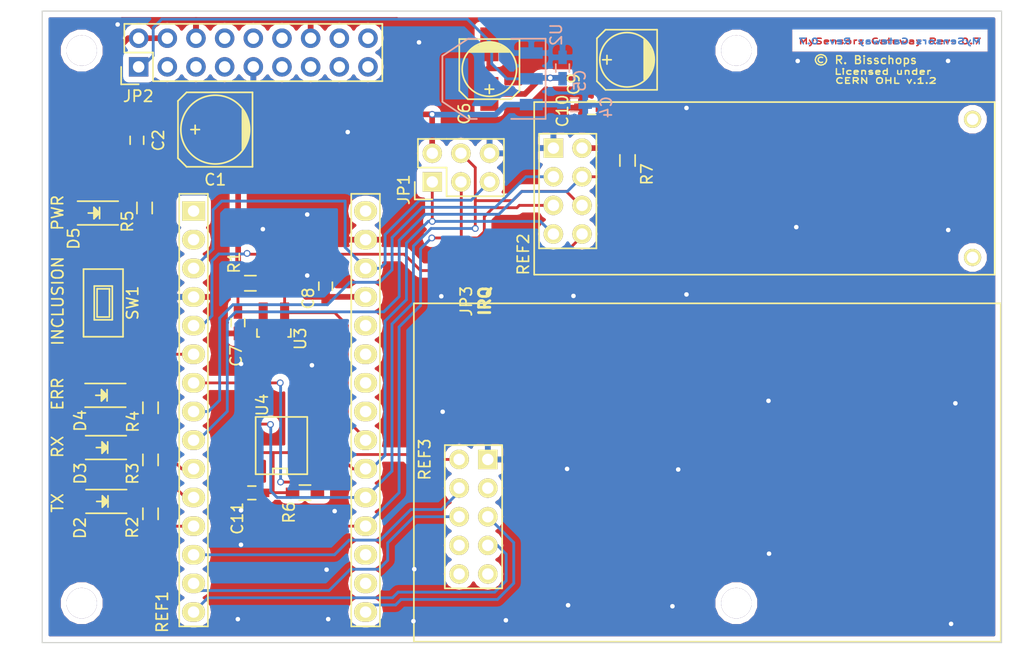
<source format=kicad_pcb>
(kicad_pcb (version 4) (host pcbnew 4.0.2-stable)

  (general
    (links 82)
    (no_connects 0)
    (area 79.949999 109.949999 165.050001 166.050001)
    (thickness 1.6)
    (drawings 14)
    (tracks 442)
    (zones 0)
    (modules 35)
    (nets 51)
  )

  (page A4)
  (title_block
    (title "MySensors Gateway")
    (date 2016-03-02)
    (rev 0.7)
    (company "MySensors Boards")
    (comment 1 "R. Bisschops")
  )

  (layers
    (0 F.Cu signal)
    (31 B.Cu signal)
    (32 B.Adhes user)
    (33 F.Adhes user)
    (34 B.Paste user)
    (35 F.Paste user)
    (36 B.SilkS user)
    (37 F.SilkS user)
    (38 B.Mask user)
    (39 F.Mask user)
    (40 Dwgs.User user)
    (41 Cmts.User user)
    (42 Eco1.User user)
    (43 Eco2.User user)
    (44 Edge.Cuts user)
    (45 Margin user)
    (46 B.CrtYd user)
    (47 F.CrtYd user)
    (48 B.Fab user)
    (49 F.Fab user)
  )

  (setup
    (last_trace_width 0.5)
    (user_trace_width 0.25)
    (user_trace_width 0.5)
    (user_trace_width 0.75)
    (trace_clearance 0.2)
    (zone_clearance 0.508)
    (zone_45_only no)
    (trace_min 0.2)
    (segment_width 0.2)
    (edge_width 0.1)
    (via_size 0.6)
    (via_drill 0.4)
    (via_min_size 0.4)
    (via_min_drill 0.3)
    (uvia_size 0.3)
    (uvia_drill 0.1)
    (uvias_allowed no)
    (uvia_min_size 0.2)
    (uvia_min_drill 0.1)
    (pcb_text_width 0.3)
    (pcb_text_size 1.5 1.5)
    (mod_edge_width 0.15)
    (mod_text_size 1 1)
    (mod_text_width 0.15)
    (pad_size 1.524 1.524)
    (pad_drill 1.016)
    (pad_to_mask_clearance 0)
    (aux_axis_origin 80 166)
    (grid_origin 80 166)
    (visible_elements 7FFEFF7F)
    (pcbplotparams
      (layerselection 0x080f0_80000001)
      (usegerberextensions false)
      (excludeedgelayer true)
      (linewidth 0.100000)
      (plotframeref false)
      (viasonmask false)
      (mode 1)
      (useauxorigin false)
      (hpglpennumber 1)
      (hpglpenspeed 20)
      (hpglpendiameter 15)
      (hpglpenoverlay 2)
      (psnegative false)
      (psa4output false)
      (plotreference true)
      (plotvalue true)
      (plotinvisibletext false)
      (padsonsilk false)
      (subtractmaskfromsilk false)
      (outputformat 1)
      (mirror false)
      (drillshape 0)
      (scaleselection 1)
      (outputdirectory gateway))
  )

  (net 0 "")
  (net 1 GND)
  (net 2 VCC)
  (net 3 RAD-TX)
  (net 4 RAD-RX)
  (net 5 RAD-ERR)
  (net 6 ETH-NSS)
  (net 7 RAD-CSN)
  (net 8 RAD-CE)
  (net 9 SEC-SDA)
  (net 10 ETH-SCK)
  (net 11 +3.3V)
  (net 12 MISO)
  (net 13 SCK)
  (net 14 MOSI)
  (net 15 RESET)
  (net 16 FLASH_CSN)
  (net 17 ETH-MISO)
  (net 18 ETH-MOSI)
  (net 19 "Net-(D2-Pad1)")
  (net 20 "Net-(D3-Pad1)")
  (net 21 "Net-(D4-Pad1)")
  (net 22 "Net-(D5-Pad1)")
  (net 23 "Net-(JP2-Pad5)")
  (net 24 "Net-(JP2-Pad7)")
  (net 25 "Net-(JP2-Pad8)")
  (net 26 "Net-(JP2-Pad15)")
  (net 27 "Net-(JP2-Pad16)")
  (net 28 "Net-(JP2-Pad17)")
  (net 29 "Net-(JP2-Pad18)")
  (net 30 "Net-(REF1-Pad2)")
  (net 31 "Net-(REF1-Pad1)")
  (net 32 "Net-(REF1-Pad30)")
  (net 33 "Net-(REF1-Pad26)")
  (net 34 "Net-(REF1-Pad25)")
  (net 35 "Net-(REF1-Pad24)")
  (net 36 "Net-(REF1-Pad23)")
  (net 37 "Net-(REF1-Pad18)")
  (net 38 "Net-(REF1-Pad17)")
  (net 39 "Net-(REF3-Pad3)")
  (net 40 "Net-(REF3-Pad8)")
  (net 41 "Net-(REF3-Pad9)")
  (net 42 "Net-(REF3-Pad10)")
  (net 43 "Net-(REF1-Pad6)")
  (net 44 "Net-(JP2-Pad3)")
  (net 45 "Net-(JP2-Pad10)")
  (net 46 "Net-(JP2-Pad11)")
  (net 47 "Net-(JP2-Pad12)")
  (net 48 "Net-(JP2-Pad13)")
  (net 49 IRQ)
  (net 50 "Net-(JP3-Pad1)")

  (net_class Default "Dit is de standaard class."
    (clearance 0.2)
    (trace_width 0.25)
    (via_dia 0.6)
    (via_drill 0.4)
    (uvia_dia 0.3)
    (uvia_drill 0.1)
    (add_net +3.3V)
    (add_net ETH-MISO)
    (add_net ETH-MOSI)
    (add_net ETH-NSS)
    (add_net ETH-SCK)
    (add_net FLASH_CSN)
    (add_net GND)
    (add_net IRQ)
    (add_net MISO)
    (add_net MOSI)
    (add_net "Net-(D2-Pad1)")
    (add_net "Net-(D3-Pad1)")
    (add_net "Net-(D4-Pad1)")
    (add_net "Net-(D5-Pad1)")
    (add_net "Net-(JP2-Pad10)")
    (add_net "Net-(JP2-Pad11)")
    (add_net "Net-(JP2-Pad12)")
    (add_net "Net-(JP2-Pad13)")
    (add_net "Net-(JP2-Pad15)")
    (add_net "Net-(JP2-Pad16)")
    (add_net "Net-(JP2-Pad17)")
    (add_net "Net-(JP2-Pad18)")
    (add_net "Net-(JP2-Pad3)")
    (add_net "Net-(JP2-Pad5)")
    (add_net "Net-(JP2-Pad7)")
    (add_net "Net-(JP2-Pad8)")
    (add_net "Net-(JP3-Pad1)")
    (add_net "Net-(REF1-Pad1)")
    (add_net "Net-(REF1-Pad17)")
    (add_net "Net-(REF1-Pad18)")
    (add_net "Net-(REF1-Pad2)")
    (add_net "Net-(REF1-Pad23)")
    (add_net "Net-(REF1-Pad24)")
    (add_net "Net-(REF1-Pad25)")
    (add_net "Net-(REF1-Pad26)")
    (add_net "Net-(REF1-Pad30)")
    (add_net "Net-(REF1-Pad6)")
    (add_net "Net-(REF3-Pad10)")
    (add_net "Net-(REF3-Pad3)")
    (add_net "Net-(REF3-Pad8)")
    (add_net "Net-(REF3-Pad9)")
    (add_net RAD-CE)
    (add_net RAD-CSN)
    (add_net RAD-ERR)
    (add_net RAD-RX)
    (add_net RAD-TX)
    (add_net RESET)
    (add_net SCK)
    (add_net SEC-SDA)
    (add_net VCC)
  )

  (net_class Power ""
    (clearance 0.2)
    (trace_width 0.5)
    (via_dia 0.6)
    (via_drill 0.4)
    (uvia_dia 0.3)
    (uvia_drill 0.1)
  )

  (module Capacitors_SMD:C_0603_HandSoldering (layer B.Cu) (tedit 56D6E085) (tstamp 55FE6608)
    (at 126.10592 115.05184 90)
    (descr "Capacitor SMD 0603, hand soldering")
    (tags "capacitor 0603")
    (path /55FDA302)
    (attr smd)
    (fp_text reference C5 (at -1.11816 1.54408 90) (layer B.SilkS)
      (effects (font (size 1 1) (thickness 0.15)) (justify mirror))
    )
    (fp_text value 100nF (at 0 -1.9 90) (layer B.Fab)
      (effects (font (size 1 1) (thickness 0.15)) (justify mirror))
    )
    (fp_line (start -1.85 0.75) (end 1.85 0.75) (layer B.CrtYd) (width 0.05))
    (fp_line (start -1.85 -0.75) (end 1.85 -0.75) (layer B.CrtYd) (width 0.05))
    (fp_line (start -1.85 0.75) (end -1.85 -0.75) (layer B.CrtYd) (width 0.05))
    (fp_line (start 1.85 0.75) (end 1.85 -0.75) (layer B.CrtYd) (width 0.05))
    (fp_line (start -0.35 0.6) (end 0.35 0.6) (layer B.SilkS) (width 0.15))
    (fp_line (start 0.35 -0.6) (end -0.35 -0.6) (layer B.SilkS) (width 0.15))
    (pad 1 smd rect (at -0.95 0 90) (size 1.2 0.75) (layers B.Cu B.Paste B.Mask)
      (net 11 +3.3V))
    (pad 2 smd rect (at 0.95 0 90) (size 1.2 0.75) (layers B.Cu B.Paste B.Mask)
      (net 1 GND))
    (model Capacitors_SMD.3dshapes/C_0603_HandSoldering.wrl
      (at (xyz 0 0 0))
      (scale (xyz 1 1 1))
      (rotate (xyz 0 0 0))
    )
  )

  (module Resistors_SMD:R_0603_HandSoldering (layer F.Cu) (tedit 56C9D75D) (tstamp 55FE6660)
    (at 98.44278 134.13486)
    (descr "Resistor SMD 0603, hand soldering")
    (tags "resistor 0603")
    (path /56A2AA52)
    (attr smd)
    (fp_text reference R1 (at -1.4351 -1.83896 270) (layer F.SilkS)
      (effects (font (size 1 1) (thickness 0.15)))
    )
    (fp_text value 56K (at 0 1.9) (layer F.Fab)
      (effects (font (size 1 1) (thickness 0.15)))
    )
    (fp_line (start -2 -0.8) (end 2 -0.8) (layer F.CrtYd) (width 0.05))
    (fp_line (start -2 0.8) (end 2 0.8) (layer F.CrtYd) (width 0.05))
    (fp_line (start -2 -0.8) (end -2 0.8) (layer F.CrtYd) (width 0.05))
    (fp_line (start 2 -0.8) (end 2 0.8) (layer F.CrtYd) (width 0.05))
    (fp_line (start 0.5 0.675) (end -0.5 0.675) (layer F.SilkS) (width 0.15))
    (fp_line (start -0.5 -0.675) (end 0.5 -0.675) (layer F.SilkS) (width 0.15))
    (pad 1 smd rect (at -1.1 0) (size 1.2 0.9) (layers F.Cu F.Paste F.Mask)
      (net 2 VCC))
    (pad 2 smd rect (at 1.1 0) (size 1.2 0.9) (layers F.Cu F.Paste F.Mask)
      (net 9 SEC-SDA))
    (model Resistors_SMD.3dshapes/R_0603_HandSoldering.wrl
      (at (xyz 0 0 0))
      (scale (xyz 1 1 1))
      (rotate (xyz 0 0 0))
    )
  )

  (module Resistors_SMD:R_0603_HandSoldering (layer F.Cu) (tedit 56C9D6AA) (tstamp 560FDF88)
    (at 89.59596 154.57932 270)
    (descr "Resistor SMD 0603, hand soldering")
    (tags "resistor 0603")
    (path /560FC497)
    (attr smd)
    (fp_text reference R2 (at 1.21412 1.6129 450) (layer F.SilkS)
      (effects (font (size 1 1) (thickness 0.15)))
    )
    (fp_text value 1K (at 0 1.9 270) (layer F.Fab)
      (effects (font (size 1 1) (thickness 0.15)))
    )
    (fp_line (start -2 -0.8) (end 2 -0.8) (layer F.CrtYd) (width 0.05))
    (fp_line (start -2 0.8) (end 2 0.8) (layer F.CrtYd) (width 0.05))
    (fp_line (start -2 -0.8) (end -2 0.8) (layer F.CrtYd) (width 0.05))
    (fp_line (start 2 -0.8) (end 2 0.8) (layer F.CrtYd) (width 0.05))
    (fp_line (start 0.5 0.675) (end -0.5 0.675) (layer F.SilkS) (width 0.15))
    (fp_line (start -0.5 -0.675) (end 0.5 -0.675) (layer F.SilkS) (width 0.15))
    (pad 1 smd rect (at -1.1 0 270) (size 1.2 0.9) (layers F.Cu F.Paste F.Mask)
      (net 19 "Net-(D2-Pad1)"))
    (pad 2 smd rect (at 1.1 0 270) (size 1.2 0.9) (layers F.Cu F.Paste F.Mask)
      (net 3 RAD-TX))
    (model Resistors_SMD.3dshapes/R_0603_HandSoldering.wrl
      (at (xyz 0 0 0))
      (scale (xyz 1 1 1))
      (rotate (xyz 0 0 0))
    )
  )

  (module Resistors_SMD:R_0603_HandSoldering (layer F.Cu) (tedit 56C9D6A6) (tstamp 560FDF94)
    (at 89.59596 149.79904 270)
    (descr "Resistor SMD 0603, hand soldering")
    (tags "resistor 0603")
    (path /560FC4FC)
    (attr smd)
    (fp_text reference R3 (at 1.21666 1.58496 450) (layer F.SilkS)
      (effects (font (size 1 1) (thickness 0.15)))
    )
    (fp_text value 1K (at 0 1.9 270) (layer F.Fab)
      (effects (font (size 1 1) (thickness 0.15)))
    )
    (fp_line (start -2 -0.8) (end 2 -0.8) (layer F.CrtYd) (width 0.05))
    (fp_line (start -2 0.8) (end 2 0.8) (layer F.CrtYd) (width 0.05))
    (fp_line (start -2 -0.8) (end -2 0.8) (layer F.CrtYd) (width 0.05))
    (fp_line (start 2 -0.8) (end 2 0.8) (layer F.CrtYd) (width 0.05))
    (fp_line (start 0.5 0.675) (end -0.5 0.675) (layer F.SilkS) (width 0.15))
    (fp_line (start -0.5 -0.675) (end 0.5 -0.675) (layer F.SilkS) (width 0.15))
    (pad 1 smd rect (at -1.1 0 270) (size 1.2 0.9) (layers F.Cu F.Paste F.Mask)
      (net 20 "Net-(D3-Pad1)"))
    (pad 2 smd rect (at 1.1 0 270) (size 1.2 0.9) (layers F.Cu F.Paste F.Mask)
      (net 4 RAD-RX))
    (model Resistors_SMD.3dshapes/R_0603_HandSoldering.wrl
      (at (xyz 0 0 0))
      (scale (xyz 1 1 1))
      (rotate (xyz 0 0 0))
    )
  )

  (module Resistors_SMD:R_0603_HandSoldering (layer F.Cu) (tedit 56C9D6AF) (tstamp 560FDFA0)
    (at 89.59596 145.17624 270)
    (descr "Resistor SMD 0603, hand soldering")
    (tags "resistor 0603")
    (path /560FC557)
    (attr smd)
    (fp_text reference R4 (at 1.22936 1.55702 450) (layer F.SilkS)
      (effects (font (size 1 1) (thickness 0.15)))
    )
    (fp_text value 1K (at 0 1.9 270) (layer F.Fab)
      (effects (font (size 1 1) (thickness 0.15)))
    )
    (fp_line (start -2 -0.8) (end 2 -0.8) (layer F.CrtYd) (width 0.05))
    (fp_line (start -2 0.8) (end 2 0.8) (layer F.CrtYd) (width 0.05))
    (fp_line (start -2 -0.8) (end -2 0.8) (layer F.CrtYd) (width 0.05))
    (fp_line (start 2 -0.8) (end 2 0.8) (layer F.CrtYd) (width 0.05))
    (fp_line (start 0.5 0.675) (end -0.5 0.675) (layer F.SilkS) (width 0.15))
    (fp_line (start -0.5 -0.675) (end 0.5 -0.675) (layer F.SilkS) (width 0.15))
    (pad 1 smd rect (at -1.1 0 270) (size 1.2 0.9) (layers F.Cu F.Paste F.Mask)
      (net 21 "Net-(D4-Pad1)"))
    (pad 2 smd rect (at 1.1 0 270) (size 1.2 0.9) (layers F.Cu F.Paste F.Mask)
      (net 5 RAD-ERR))
    (model Resistors_SMD.3dshapes/R_0603_HandSoldering.wrl
      (at (xyz 0 0 0))
      (scale (xyz 1 1 1))
      (rotate (xyz 0 0 0))
    )
  )

  (module Resistors_SMD:R_0603_HandSoldering (layer F.Cu) (tedit 56C9D6BE) (tstamp 560FE0D0)
    (at 89.07 127.46 270)
    (descr "Resistor SMD 0603, hand soldering")
    (tags "resistor 0603")
    (path /55FDA643)
    (attr smd)
    (fp_text reference R5 (at 1.1938 1.52146 450) (layer F.SilkS)
      (effects (font (size 1 1) (thickness 0.15)))
    )
    (fp_text value 1K (at 0 1.9 270) (layer F.Fab)
      (effects (font (size 1 1) (thickness 0.15)))
    )
    (fp_line (start -2 -0.8) (end 2 -0.8) (layer F.CrtYd) (width 0.05))
    (fp_line (start -2 0.8) (end 2 0.8) (layer F.CrtYd) (width 0.05))
    (fp_line (start -2 -0.8) (end -2 0.8) (layer F.CrtYd) (width 0.05))
    (fp_line (start 2 -0.8) (end 2 0.8) (layer F.CrtYd) (width 0.05))
    (fp_line (start 0.5 0.675) (end -0.5 0.675) (layer F.SilkS) (width 0.15))
    (fp_line (start -0.5 -0.675) (end 0.5 -0.675) (layer F.SilkS) (width 0.15))
    (pad 1 smd rect (at -1.1 0 270) (size 1.2 0.9) (layers F.Cu F.Paste F.Mask)
      (net 22 "Net-(D5-Pad1)"))
    (pad 2 smd rect (at 1.1 0 270) (size 1.2 0.9) (layers F.Cu F.Paste F.Mask)
      (net 1 GND))
    (model Resistors_SMD.3dshapes/R_0603_HandSoldering.wrl
      (at (xyz 0 0 0))
      (scale (xyz 1 1 1))
      (rotate (xyz 0 0 0))
    )
  )

  (module Resistors_SMD:R_0603_HandSoldering (layer F.Cu) (tedit 56C9D783) (tstamp 560FE0DC)
    (at 103.28148 152.7048)
    (descr "Resistor SMD 0603, hand soldering")
    (tags "resistor 0603")
    (path /56128375)
    (attr smd)
    (fp_text reference R6 (at -1.41224 1.74752 270) (layer F.SilkS)
      (effects (font (size 1 1) (thickness 0.15)))
    )
    (fp_text value 4K7 (at 0 1.9) (layer F.Fab)
      (effects (font (size 1 1) (thickness 0.15)))
    )
    (fp_line (start -2 -0.8) (end 2 -0.8) (layer F.CrtYd) (width 0.05))
    (fp_line (start -2 0.8) (end 2 0.8) (layer F.CrtYd) (width 0.05))
    (fp_line (start -2 -0.8) (end -2 0.8) (layer F.CrtYd) (width 0.05))
    (fp_line (start 2 -0.8) (end 2 0.8) (layer F.CrtYd) (width 0.05))
    (fp_line (start 0.5 0.675) (end -0.5 0.675) (layer F.SilkS) (width 0.15))
    (fp_line (start -0.5 -0.675) (end 0.5 -0.675) (layer F.SilkS) (width 0.15))
    (pad 1 smd rect (at -1.1 0) (size 1.2 0.9) (layers F.Cu F.Paste F.Mask)
      (net 2 VCC))
    (pad 2 smd rect (at 1.1 0) (size 1.2 0.9) (layers F.Cu F.Paste F.Mask)
      (net 16 FLASH_CSN))
    (model Resistors_SMD.3dshapes/R_0603_HandSoldering.wrl
      (at (xyz 0 0 0))
      (scale (xyz 1 1 1))
      (rotate (xyz 0 0 0))
    )
  )

  (module Capacitors_SMD:C_0603_HandSoldering (layer B.Cu) (tedit 56D6E091) (tstamp 56A25979)
    (at 127.16 118.3)
    (descr "Capacitor SMD 0603, hand soldering")
    (tags "capacitor 0603")
    (path /56A257AC)
    (attr smd)
    (fp_text reference C4 (at 2.82 0.22 90) (layer B.SilkS)
      (effects (font (size 1 1) (thickness 0.15)) (justify mirror))
    )
    (fp_text value 100nF (at 0 -1.9) (layer B.Fab)
      (effects (font (size 1 1) (thickness 0.15)) (justify mirror))
    )
    (fp_line (start -1.85 0.75) (end 1.85 0.75) (layer B.CrtYd) (width 0.05))
    (fp_line (start -1.85 -0.75) (end 1.85 -0.75) (layer B.CrtYd) (width 0.05))
    (fp_line (start -1.85 0.75) (end -1.85 -0.75) (layer B.CrtYd) (width 0.05))
    (fp_line (start 1.85 0.75) (end 1.85 -0.75) (layer B.CrtYd) (width 0.05))
    (fp_line (start -0.35 0.6) (end 0.35 0.6) (layer B.SilkS) (width 0.15))
    (fp_line (start 0.35 -0.6) (end -0.35 -0.6) (layer B.SilkS) (width 0.15))
    (pad 1 smd rect (at -0.95 0) (size 1.2 0.75) (layers B.Cu B.Paste B.Mask)
      (net 2 VCC))
    (pad 2 smd rect (at 0.95 0) (size 1.2 0.75) (layers B.Cu B.Paste B.Mask)
      (net 1 GND))
    (model Capacitors_SMD.3dshapes/C_0603_HandSoldering.wrl
      (at (xyz 0 0 0))
      (scale (xyz 1 1 1))
      (rotate (xyz 0 0 0))
    )
  )

  (module Capacitors_SMD:c_elec_5x5.3 (layer F.Cu) (tedit 56D6DFBD) (tstamp 56A2597A)
    (at 119.62 115.15 270)
    (descr "SMT capacitor, aluminium electrolytic, 5x5.3")
    (path /566F09F2)
    (attr smd)
    (fp_text reference C6 (at 3.94814 2.21908 450) (layer F.SilkS)
      (effects (font (size 1 1) (thickness 0.15)))
    )
    (fp_text value 10uF (at 0 3.81 270) (layer F.Fab)
      (effects (font (size 1 1) (thickness 0.15)))
    )
    (fp_line (start -3.95 -3) (end 3.95 -3) (layer F.CrtYd) (width 0.05))
    (fp_line (start 3.95 -3) (end 3.95 3) (layer F.CrtYd) (width 0.05))
    (fp_line (start 3.95 3) (end -3.95 3) (layer F.CrtYd) (width 0.05))
    (fp_line (start -3.95 3) (end -3.95 -3) (layer F.CrtYd) (width 0.05))
    (fp_line (start -2.286 -0.635) (end -2.286 0.762) (layer F.SilkS) (width 0.15))
    (fp_line (start -2.159 -0.889) (end -2.159 0.889) (layer F.SilkS) (width 0.15))
    (fp_line (start -2.032 -1.27) (end -2.032 1.27) (layer F.SilkS) (width 0.15))
    (fp_line (start -1.905 1.397) (end -1.905 -1.397) (layer F.SilkS) (width 0.15))
    (fp_line (start -1.778 -1.524) (end -1.778 1.524) (layer F.SilkS) (width 0.15))
    (fp_line (start -1.651 1.651) (end -1.651 -1.651) (layer F.SilkS) (width 0.15))
    (fp_line (start -1.524 -1.778) (end -1.524 1.778) (layer F.SilkS) (width 0.15))
    (fp_line (start -2.667 -2.667) (end 1.905 -2.667) (layer F.SilkS) (width 0.15))
    (fp_line (start 1.905 -2.667) (end 2.667 -1.905) (layer F.SilkS) (width 0.15))
    (fp_line (start 2.667 -1.905) (end 2.667 1.905) (layer F.SilkS) (width 0.15))
    (fp_line (start 2.667 1.905) (end 1.905 2.667) (layer F.SilkS) (width 0.15))
    (fp_line (start 1.905 2.667) (end -2.667 2.667) (layer F.SilkS) (width 0.15))
    (fp_line (start -2.667 2.667) (end -2.667 -2.667) (layer F.SilkS) (width 0.15))
    (fp_line (start 2.159 0) (end 1.397 0) (layer F.SilkS) (width 0.15))
    (fp_line (start 1.778 -0.381) (end 1.778 0.381) (layer F.SilkS) (width 0.15))
    (fp_circle (center 0 0) (end -2.413 0) (layer F.SilkS) (width 0.15))
    (pad 1 smd rect (at 2.19964 0 270) (size 2.99974 1.6002) (layers F.Cu F.Paste F.Mask)
      (net 11 +3.3V))
    (pad 2 smd rect (at -2.19964 0 270) (size 2.99974 1.6002) (layers F.Cu F.Paste F.Mask)
      (net 1 GND))
    (model Capacitors_SMD.3dshapes/c_elec_5x5.3.wrl
      (at (xyz 0 0 0))
      (scale (xyz 1 1 1))
      (rotate (xyz 0 0 0))
    )
  )

  (module Capacitors_SMD:C_0603_HandSoldering (layer F.Cu) (tedit 56C9D767) (tstamp 56A2599E)
    (at 97.34296 137.63244 270)
    (descr "Capacitor SMD 0603, hand soldering")
    (tags "capacitor 0603")
    (path /56A2B10B)
    (attr smd)
    (fp_text reference C7 (at 2.9337 0.16764 450) (layer F.SilkS)
      (effects (font (size 1 1) (thickness 0.15)))
    )
    (fp_text value 100nF (at 0 1.9 270) (layer F.Fab)
      (effects (font (size 1 1) (thickness 0.15)))
    )
    (fp_line (start -1.85 -0.75) (end 1.85 -0.75) (layer F.CrtYd) (width 0.05))
    (fp_line (start -1.85 0.75) (end 1.85 0.75) (layer F.CrtYd) (width 0.05))
    (fp_line (start -1.85 -0.75) (end -1.85 0.75) (layer F.CrtYd) (width 0.05))
    (fp_line (start 1.85 -0.75) (end 1.85 0.75) (layer F.CrtYd) (width 0.05))
    (fp_line (start -0.35 -0.6) (end 0.35 -0.6) (layer F.SilkS) (width 0.15))
    (fp_line (start 0.35 0.6) (end -0.35 0.6) (layer F.SilkS) (width 0.15))
    (pad 1 smd rect (at -0.95 0 270) (size 1.2 0.75) (layers F.Cu F.Paste F.Mask)
      (net 2 VCC))
    (pad 2 smd rect (at 0.95 0 270) (size 1.2 0.75) (layers F.Cu F.Paste F.Mask)
      (net 1 GND))
    (model Capacitors_SMD.3dshapes/C_0603_HandSoldering.wrl
      (at (xyz 0 0 0))
      (scale (xyz 1 1 1))
      (rotate (xyz 0 0 0))
    )
  )

  (module Capacitors_SMD:C_0603_HandSoldering (layer F.Cu) (tedit 56C9D753) (tstamp 56A259AA)
    (at 105.11028 134.3914 90)
    (descr "Capacitor SMD 0603, hand soldering")
    (tags "capacitor 0603")
    (path /56A2DBDF)
    (attr smd)
    (fp_text reference C8 (at -1.08966 -1.5367 270) (layer F.SilkS)
      (effects (font (size 1 1) (thickness 0.15)))
    )
    (fp_text value 100nF (at 0 1.9 90) (layer F.Fab)
      (effects (font (size 1 1) (thickness 0.15)))
    )
    (fp_line (start -1.85 -0.75) (end 1.85 -0.75) (layer F.CrtYd) (width 0.05))
    (fp_line (start -1.85 0.75) (end 1.85 0.75) (layer F.CrtYd) (width 0.05))
    (fp_line (start -1.85 -0.75) (end -1.85 0.75) (layer F.CrtYd) (width 0.05))
    (fp_line (start 1.85 -0.75) (end 1.85 0.75) (layer F.CrtYd) (width 0.05))
    (fp_line (start -0.35 -0.6) (end 0.35 -0.6) (layer F.SilkS) (width 0.15))
    (fp_line (start 0.35 0.6) (end -0.35 0.6) (layer F.SilkS) (width 0.15))
    (pad 1 smd rect (at -0.95 0 90) (size 1.2 0.75) (layers F.Cu F.Paste F.Mask)
      (net 2 VCC))
    (pad 2 smd rect (at 0.95 0 90) (size 1.2 0.75) (layers F.Cu F.Paste F.Mask)
      (net 1 GND))
    (model Capacitors_SMD.3dshapes/C_0603_HandSoldering.wrl
      (at (xyz 0 0 0))
      (scale (xyz 1 1 1))
      (rotate (xyz 0 0 0))
    )
  )

  (module Capacitors_SMD:c_elec_5x5.3 (layer F.Cu) (tedit 56C9D72C) (tstamp 56A259C4)
    (at 131.81584 114.32032 180)
    (descr "SMT capacitor, aluminium electrolytic, 5x5.3")
    (path /55F703AC)
    (attr smd)
    (fp_text reference C9 (at 4.71678 -2.16154 270) (layer F.SilkS)
      (effects (font (size 1 1) (thickness 0.15)))
    )
    (fp_text value 4uF7 (at 0 3.81 180) (layer F.Fab)
      (effects (font (size 1 1) (thickness 0.15)))
    )
    (fp_line (start -3.95 -3) (end 3.95 -3) (layer F.CrtYd) (width 0.05))
    (fp_line (start 3.95 -3) (end 3.95 3) (layer F.CrtYd) (width 0.05))
    (fp_line (start 3.95 3) (end -3.95 3) (layer F.CrtYd) (width 0.05))
    (fp_line (start -3.95 3) (end -3.95 -3) (layer F.CrtYd) (width 0.05))
    (fp_line (start -2.286 -0.635) (end -2.286 0.762) (layer F.SilkS) (width 0.15))
    (fp_line (start -2.159 -0.889) (end -2.159 0.889) (layer F.SilkS) (width 0.15))
    (fp_line (start -2.032 -1.27) (end -2.032 1.27) (layer F.SilkS) (width 0.15))
    (fp_line (start -1.905 1.397) (end -1.905 -1.397) (layer F.SilkS) (width 0.15))
    (fp_line (start -1.778 -1.524) (end -1.778 1.524) (layer F.SilkS) (width 0.15))
    (fp_line (start -1.651 1.651) (end -1.651 -1.651) (layer F.SilkS) (width 0.15))
    (fp_line (start -1.524 -1.778) (end -1.524 1.778) (layer F.SilkS) (width 0.15))
    (fp_line (start -2.667 -2.667) (end 1.905 -2.667) (layer F.SilkS) (width 0.15))
    (fp_line (start 1.905 -2.667) (end 2.667 -1.905) (layer F.SilkS) (width 0.15))
    (fp_line (start 2.667 -1.905) (end 2.667 1.905) (layer F.SilkS) (width 0.15))
    (fp_line (start 2.667 1.905) (end 1.905 2.667) (layer F.SilkS) (width 0.15))
    (fp_line (start 1.905 2.667) (end -2.667 2.667) (layer F.SilkS) (width 0.15))
    (fp_line (start -2.667 2.667) (end -2.667 -2.667) (layer F.SilkS) (width 0.15))
    (fp_line (start 2.159 0) (end 1.397 0) (layer F.SilkS) (width 0.15))
    (fp_line (start 1.778 -0.381) (end 1.778 0.381) (layer F.SilkS) (width 0.15))
    (fp_circle (center 0 0) (end -2.413 0) (layer F.SilkS) (width 0.15))
    (pad 1 smd rect (at 2.19964 0 180) (size 2.99974 1.6002) (layers F.Cu F.Paste F.Mask)
      (net 11 +3.3V))
    (pad 2 smd rect (at -2.19964 0 180) (size 2.99974 1.6002) (layers F.Cu F.Paste F.Mask)
      (net 1 GND))
    (model Capacitors_SMD.3dshapes/c_elec_5x5.3.wrl
      (at (xyz 0 0 0))
      (scale (xyz 1 1 1))
      (rotate (xyz 0 0 0))
    )
  )

  (module Capacitors_SMD:C_0603_HandSoldering (layer F.Cu) (tedit 56C9D73B) (tstamp 56A259D0)
    (at 128.68656 118.5672 180)
    (descr "Capacitor SMD 0603, hand soldering")
    (tags "capacitor 0603")
    (path /566E2CE6)
    (attr smd)
    (fp_text reference C10 (at 2.59334 -0.28956 450) (layer F.SilkS)
      (effects (font (size 1 1) (thickness 0.15)))
    )
    (fp_text value 100nF (at 0 1.9 180) (layer F.Fab)
      (effects (font (size 1 1) (thickness 0.15)))
    )
    (fp_line (start -1.85 -0.75) (end 1.85 -0.75) (layer F.CrtYd) (width 0.05))
    (fp_line (start -1.85 0.75) (end 1.85 0.75) (layer F.CrtYd) (width 0.05))
    (fp_line (start -1.85 -0.75) (end -1.85 0.75) (layer F.CrtYd) (width 0.05))
    (fp_line (start 1.85 -0.75) (end 1.85 0.75) (layer F.CrtYd) (width 0.05))
    (fp_line (start -0.35 -0.6) (end 0.35 -0.6) (layer F.SilkS) (width 0.15))
    (fp_line (start 0.35 0.6) (end -0.35 0.6) (layer F.SilkS) (width 0.15))
    (pad 1 smd rect (at -0.95 0 180) (size 1.2 0.75) (layers F.Cu F.Paste F.Mask)
      (net 11 +3.3V))
    (pad 2 smd rect (at 0.95 0 180) (size 1.2 0.75) (layers F.Cu F.Paste F.Mask)
      (net 1 GND))
    (model Capacitors_SMD.3dshapes/C_0603_HandSoldering.wrl
      (at (xyz 0 0 0))
      (scale (xyz 1 1 1))
      (rotate (xyz 0 0 0))
    )
  )

  (module Capacitors_SMD:C_0603_HandSoldering (layer F.Cu) (tedit 56C9D789) (tstamp 56A259DC)
    (at 98.57232 152.72004 180)
    (descr "Capacitor SMD 0603, hand soldering")
    (tags "capacitor 0603")
    (path /56A32791)
    (attr smd)
    (fp_text reference C11 (at 1.28524 -2.26314 270) (layer F.SilkS)
      (effects (font (size 1 1) (thickness 0.15)))
    )
    (fp_text value 100nF (at 0 1.9 180) (layer F.Fab)
      (effects (font (size 1 1) (thickness 0.15)))
    )
    (fp_line (start -1.85 -0.75) (end 1.85 -0.75) (layer F.CrtYd) (width 0.05))
    (fp_line (start -1.85 0.75) (end 1.85 0.75) (layer F.CrtYd) (width 0.05))
    (fp_line (start -1.85 -0.75) (end -1.85 0.75) (layer F.CrtYd) (width 0.05))
    (fp_line (start 1.85 -0.75) (end 1.85 0.75) (layer F.CrtYd) (width 0.05))
    (fp_line (start -0.35 -0.6) (end 0.35 -0.6) (layer F.SilkS) (width 0.15))
    (fp_line (start 0.35 0.6) (end -0.35 0.6) (layer F.SilkS) (width 0.15))
    (pad 1 smd rect (at -0.95 0 180) (size 1.2 0.75) (layers F.Cu F.Paste F.Mask)
      (net 2 VCC))
    (pad 2 smd rect (at 0.95 0 180) (size 1.2 0.75) (layers F.Cu F.Paste F.Mask)
      (net 1 GND))
    (model Capacitors_SMD.3dshapes/C_0603_HandSoldering.wrl
      (at (xyz 0 0 0))
      (scale (xyz 1 1 1))
      (rotate (xyz 0 0 0))
    )
  )

  (module TO_SOT_Packages_SMD:SOT-223 (layer B.Cu) (tedit 56C9E220) (tstamp 56A25A2C)
    (at 120.03024 116.00688 270)
    (descr "module CMS SOT223 4 pins")
    (tags "CMS SOT")
    (path /55FDACE8)
    (attr smd)
    (fp_text reference U2 (at -3.91668 -5.50926 450) (layer B.SilkS)
      (effects (font (size 1 1) (thickness 0.15)) (justify mirror))
    )
    (fp_text value AP1117D33 (at 0 -0.762 270) (layer B.Fab)
      (effects (font (size 1 1) (thickness 0.15)) (justify mirror))
    )
    (fp_line (start -3.556 -1.524) (end -3.556 -4.572) (layer B.SilkS) (width 0.15))
    (fp_line (start -3.556 -4.572) (end 3.556 -4.572) (layer B.SilkS) (width 0.15))
    (fp_line (start 3.556 -4.572) (end 3.556 -1.524) (layer B.SilkS) (width 0.15))
    (fp_line (start -3.556 1.524) (end -3.556 2.286) (layer B.SilkS) (width 0.15))
    (fp_line (start -3.556 2.286) (end -2.032 4.572) (layer B.SilkS) (width 0.15))
    (fp_line (start -2.032 4.572) (end 2.032 4.572) (layer B.SilkS) (width 0.15))
    (fp_line (start 2.032 4.572) (end 3.556 2.286) (layer B.SilkS) (width 0.15))
    (fp_line (start 3.556 2.286) (end 3.556 1.524) (layer B.SilkS) (width 0.15))
    (pad 4 smd rect (at 0 3.302 270) (size 3.6576 2.032) (layers B.Cu B.Paste B.Mask))
    (pad 2 smd rect (at 0 -3.302 270) (size 1.016 2.032) (layers B.Cu B.Paste B.Mask)
      (net 11 +3.3V))
    (pad 3 smd rect (at 2.286 -3.302 270) (size 1.016 2.032) (layers B.Cu B.Paste B.Mask)
      (net 2 VCC))
    (pad 1 smd rect (at -2.286 -3.302 270) (size 1.016 2.032) (layers B.Cu B.Paste B.Mask)
      (net 1 GND))
    (model TO_SOT_Packages_SMD.3dshapes/SOT-223.wrl
      (at (xyz 0 0 0))
      (scale (xyz 0.4 0.4 0.4))
      (rotate (xyz 0 0 0))
    )
  )

  (module TO_SOT_Packages_SMD:SOT-23_Handsoldering (layer F.Cu) (tedit 56C9D76E) (tstamp 56A25A3B)
    (at 100.52812 138.24712 180)
    (descr "SOT-23, Handsoldering")
    (tags SOT-23)
    (path /5611235D)
    (attr smd)
    (fp_text reference U3 (at -2.34696 -0.81026 270) (layer F.SilkS)
      (effects (font (size 1 1) (thickness 0.15)))
    )
    (fp_text value ATSHA240A (at 0 3.81 180) (layer F.Fab)
      (effects (font (size 1 1) (thickness 0.15)))
    )
    (fp_line (start -1.49982 0.0508) (end -1.49982 -0.65024) (layer F.SilkS) (width 0.15))
    (fp_line (start -1.49982 -0.65024) (end -1.2509 -0.65024) (layer F.SilkS) (width 0.15))
    (fp_line (start 1.29916 -0.65024) (end 1.49982 -0.65024) (layer F.SilkS) (width 0.15))
    (fp_line (start 1.49982 -0.65024) (end 1.49982 0.0508) (layer F.SilkS) (width 0.15))
    (pad 1 smd rect (at -0.95 1.50114 180) (size 0.8001 1.80086) (layers F.Cu F.Paste F.Mask)
      (net 9 SEC-SDA))
    (pad 2 smd rect (at 0.95 1.50114 180) (size 0.8001 1.80086) (layers F.Cu F.Paste F.Mask)
      (net 2 VCC))
    (pad 3 smd rect (at 0 -1.50114 180) (size 0.8001 1.80086) (layers F.Cu F.Paste F.Mask)
      (net 1 GND))
    (model TO_SOT_Packages_SMD.3dshapes/SOT-23_Handsoldering.wrl
      (at (xyz 0 0 0))
      (scale (xyz 1 1 1))
      (rotate (xyz 0 0 0))
    )
  )

  (module SMD_Packages:SOIC-8-N (layer F.Cu) (tedit 56C9D77B) (tstamp 56A25A57)
    (at 101.19868 148.52904 90)
    (descr "Module Narrow CMS SOJ 8 pins large")
    (tags "CMS SOJ")
    (path /56A28597)
    (attr smd)
    (fp_text reference U4 (at 3.60426 -1.70434 270) (layer F.SilkS)
      (effects (font (size 1 1) (thickness 0.15)))
    )
    (fp_text value AT25DF512C (at 0 1.27 90) (layer F.Fab)
      (effects (font (size 1 1) (thickness 0.15)))
    )
    (fp_line (start -2.54 -2.286) (end 2.54 -2.286) (layer F.SilkS) (width 0.15))
    (fp_line (start 2.54 -2.286) (end 2.54 2.286) (layer F.SilkS) (width 0.15))
    (fp_line (start 2.54 2.286) (end -2.54 2.286) (layer F.SilkS) (width 0.15))
    (fp_line (start -2.54 2.286) (end -2.54 -2.286) (layer F.SilkS) (width 0.15))
    (fp_line (start -2.54 -0.762) (end -2.032 -0.762) (layer F.SilkS) (width 0.15))
    (fp_line (start -2.032 -0.762) (end -2.032 0.508) (layer F.SilkS) (width 0.15))
    (fp_line (start -2.032 0.508) (end -2.54 0.508) (layer F.SilkS) (width 0.15))
    (pad 8 smd rect (at -1.905 -3.175 90) (size 0.508 1.143) (layers F.Cu F.Paste F.Mask)
      (net 2 VCC))
    (pad 7 smd rect (at -0.635 -3.175 90) (size 0.508 1.143) (layers F.Cu F.Paste F.Mask)
      (net 2 VCC))
    (pad 6 smd rect (at 0.635 -3.175 90) (size 0.508 1.143) (layers F.Cu F.Paste F.Mask)
      (net 13 SCK))
    (pad 5 smd rect (at 1.905 -3.175 90) (size 0.508 1.143) (layers F.Cu F.Paste F.Mask)
      (net 14 MOSI))
    (pad 4 smd rect (at 1.905 3.175 90) (size 0.508 1.143) (layers F.Cu F.Paste F.Mask)
      (net 1 GND))
    (pad 3 smd rect (at 0.635 3.175 90) (size 0.508 1.143) (layers F.Cu F.Paste F.Mask)
      (net 2 VCC))
    (pad 2 smd rect (at -0.635 3.175 90) (size 0.508 1.143) (layers F.Cu F.Paste F.Mask)
      (net 12 MISO))
    (pad 1 smd rect (at -1.905 3.175 90) (size 0.508 1.143) (layers F.Cu F.Paste F.Mask)
      (net 16 FLASH_CSN))
    (model SMD_Packages.3dshapes/SOIC-8-N.wrl
      (at (xyz 0 0 0))
      (scale (xyz 0.5 0.38 0.5))
      (rotate (xyz 0 0 0))
    )
  )

  (module LEDs:LED_1206 (layer F.Cu) (tedit 56C9D6E3) (tstamp 56C891D9)
    (at 85.32622 153.48204 180)
    (descr "LED 1206 smd package")
    (tags "LED1206 SMD")
    (path /560FC2B4)
    (attr smd)
    (fp_text reference D2 (at 1.97358 -2.35204 270) (layer F.SilkS)
      (effects (font (size 1 1) (thickness 0.15)))
    )
    (fp_text value TX (at 0 2 180) (layer F.Fab)
      (effects (font (size 1 1) (thickness 0.15)))
    )
    (fp_line (start -2.15 1.05) (end 1.45 1.05) (layer F.SilkS) (width 0.15))
    (fp_line (start -2.15 -1.05) (end 1.45 -1.05) (layer F.SilkS) (width 0.15))
    (fp_line (start -0.1 -0.3) (end -0.1 0.3) (layer F.SilkS) (width 0.15))
    (fp_line (start -0.1 0.3) (end -0.4 0) (layer F.SilkS) (width 0.15))
    (fp_line (start -0.4 0) (end -0.2 -0.2) (layer F.SilkS) (width 0.15))
    (fp_line (start -0.2 -0.2) (end -0.2 0.05) (layer F.SilkS) (width 0.15))
    (fp_line (start -0.2 0.05) (end -0.25 0) (layer F.SilkS) (width 0.15))
    (fp_line (start -0.5 -0.5) (end -0.5 0.5) (layer F.SilkS) (width 0.15))
    (fp_line (start 0 0) (end 0.5 0) (layer F.SilkS) (width 0.15))
    (fp_line (start -0.5 0) (end 0 -0.5) (layer F.SilkS) (width 0.15))
    (fp_line (start 0 -0.5) (end 0 0.5) (layer F.SilkS) (width 0.15))
    (fp_line (start 0 0.5) (end -0.5 0) (layer F.SilkS) (width 0.15))
    (fp_line (start 2.5 -1.25) (end -2.5 -1.25) (layer F.CrtYd) (width 0.05))
    (fp_line (start -2.5 -1.25) (end -2.5 1.25) (layer F.CrtYd) (width 0.05))
    (fp_line (start -2.5 1.25) (end 2.5 1.25) (layer F.CrtYd) (width 0.05))
    (fp_line (start 2.5 1.25) (end 2.5 -1.25) (layer F.CrtYd) (width 0.05))
    (pad 2 smd rect (at 2.16662 0) (size 1.59766 1.80086) (layers F.Cu F.Paste F.Mask)
      (net 2 VCC))
    (pad 1 smd rect (at -1.41986 0) (size 1.59766 1.80086) (layers F.Cu F.Paste F.Mask)
      (net 19 "Net-(D2-Pad1)"))
    (model LEDs.3dshapes/LED_1206.wrl
      (at (xyz 0 0 0))
      (scale (xyz 1 1 1))
      (rotate (xyz 0 0 180))
    )
  )

  (module LEDs:LED_1206 (layer F.Cu) (tedit 56C9D6DE) (tstamp 56C891EF)
    (at 85.29828 148.7043 180)
    (descr "LED 1206 smd package")
    (tags "LED1206 SMD")
    (path /560FC27D)
    (attr smd)
    (fp_text reference D3 (at 1.92532 -2.29362 450) (layer F.SilkS)
      (effects (font (size 1 1) (thickness 0.15)))
    )
    (fp_text value RX (at 0 2 180) (layer F.Fab)
      (effects (font (size 1 1) (thickness 0.15)))
    )
    (fp_line (start -2.15 1.05) (end 1.45 1.05) (layer F.SilkS) (width 0.15))
    (fp_line (start -2.15 -1.05) (end 1.45 -1.05) (layer F.SilkS) (width 0.15))
    (fp_line (start -0.1 -0.3) (end -0.1 0.3) (layer F.SilkS) (width 0.15))
    (fp_line (start -0.1 0.3) (end -0.4 0) (layer F.SilkS) (width 0.15))
    (fp_line (start -0.4 0) (end -0.2 -0.2) (layer F.SilkS) (width 0.15))
    (fp_line (start -0.2 -0.2) (end -0.2 0.05) (layer F.SilkS) (width 0.15))
    (fp_line (start -0.2 0.05) (end -0.25 0) (layer F.SilkS) (width 0.15))
    (fp_line (start -0.5 -0.5) (end -0.5 0.5) (layer F.SilkS) (width 0.15))
    (fp_line (start 0 0) (end 0.5 0) (layer F.SilkS) (width 0.15))
    (fp_line (start -0.5 0) (end 0 -0.5) (layer F.SilkS) (width 0.15))
    (fp_line (start 0 -0.5) (end 0 0.5) (layer F.SilkS) (width 0.15))
    (fp_line (start 0 0.5) (end -0.5 0) (layer F.SilkS) (width 0.15))
    (fp_line (start 2.5 -1.25) (end -2.5 -1.25) (layer F.CrtYd) (width 0.05))
    (fp_line (start -2.5 -1.25) (end -2.5 1.25) (layer F.CrtYd) (width 0.05))
    (fp_line (start -2.5 1.25) (end 2.5 1.25) (layer F.CrtYd) (width 0.05))
    (fp_line (start 2.5 1.25) (end 2.5 -1.25) (layer F.CrtYd) (width 0.05))
    (pad 2 smd rect (at 2.13614 0) (size 1.59766 1.80086) (layers F.Cu F.Paste F.Mask)
      (net 2 VCC))
    (pad 1 smd rect (at -1.41986 0) (size 1.59766 1.80086) (layers F.Cu F.Paste F.Mask)
      (net 20 "Net-(D3-Pad1)"))
    (model LEDs.3dshapes/LED_1206.wrl
      (at (xyz 0 0 0))
      (scale (xyz 1 1 1))
      (rotate (xyz 0 0 180))
    )
  )

  (module LEDs:LED_1206 (layer F.Cu) (tedit 56C9D6D8) (tstamp 56C89205)
    (at 85.24748 144.07388 180)
    (descr "LED 1206 smd package")
    (tags "LED1206 SMD")
    (path /560FC189)
    (attr smd)
    (fp_text reference D4 (at 1.87452 -2.25044 270) (layer F.SilkS)
      (effects (font (size 1 1) (thickness 0.15)))
    )
    (fp_text value ERR (at 0 2 180) (layer F.Fab)
      (effects (font (size 1 1) (thickness 0.15)))
    )
    (fp_line (start -2.15 1.05) (end 1.45 1.05) (layer F.SilkS) (width 0.15))
    (fp_line (start -2.15 -1.05) (end 1.45 -1.05) (layer F.SilkS) (width 0.15))
    (fp_line (start -0.1 -0.3) (end -0.1 0.3) (layer F.SilkS) (width 0.15))
    (fp_line (start -0.1 0.3) (end -0.4 0) (layer F.SilkS) (width 0.15))
    (fp_line (start -0.4 0) (end -0.2 -0.2) (layer F.SilkS) (width 0.15))
    (fp_line (start -0.2 -0.2) (end -0.2 0.05) (layer F.SilkS) (width 0.15))
    (fp_line (start -0.2 0.05) (end -0.25 0) (layer F.SilkS) (width 0.15))
    (fp_line (start -0.5 -0.5) (end -0.5 0.5) (layer F.SilkS) (width 0.15))
    (fp_line (start 0 0) (end 0.5 0) (layer F.SilkS) (width 0.15))
    (fp_line (start -0.5 0) (end 0 -0.5) (layer F.SilkS) (width 0.15))
    (fp_line (start 0 -0.5) (end 0 0.5) (layer F.SilkS) (width 0.15))
    (fp_line (start 0 0.5) (end -0.5 0) (layer F.SilkS) (width 0.15))
    (fp_line (start 2.5 -1.25) (end -2.5 -1.25) (layer F.CrtYd) (width 0.05))
    (fp_line (start -2.5 -1.25) (end -2.5 1.25) (layer F.CrtYd) (width 0.05))
    (fp_line (start -2.5 1.25) (end 2.5 1.25) (layer F.CrtYd) (width 0.05))
    (fp_line (start 2.5 1.25) (end 2.5 -1.25) (layer F.CrtYd) (width 0.05))
    (pad 2 smd rect (at 2.08534 0) (size 1.59766 1.80086) (layers F.Cu F.Paste F.Mask)
      (net 2 VCC))
    (pad 1 smd rect (at -1.41986 0) (size 1.59766 1.80086) (layers F.Cu F.Paste F.Mask)
      (net 21 "Net-(D4-Pad1)"))
    (model LEDs.3dshapes/LED_1206.wrl
      (at (xyz 0 0 0))
      (scale (xyz 1 1 1))
      (rotate (xyz 0 0 180))
    )
  )

  (module LEDs:LED_1206 (layer F.Cu) (tedit 56C9D6C5) (tstamp 56C8921B)
    (at 84.582 127.90932 180)
    (descr "LED 1206 smd package")
    (tags "LED1206 SMD")
    (path /55FDA5D4)
    (attr smd)
    (fp_text reference D5 (at 1.79578 -2.26314 270) (layer F.SilkS)
      (effects (font (size 1 1) (thickness 0.15)))
    )
    (fp_text value PWR (at 0 2 180) (layer F.Fab)
      (effects (font (size 1 1) (thickness 0.15)))
    )
    (fp_line (start -2.15 1.05) (end 1.45 1.05) (layer F.SilkS) (width 0.15))
    (fp_line (start -2.15 -1.05) (end 1.45 -1.05) (layer F.SilkS) (width 0.15))
    (fp_line (start -0.1 -0.3) (end -0.1 0.3) (layer F.SilkS) (width 0.15))
    (fp_line (start -0.1 0.3) (end -0.4 0) (layer F.SilkS) (width 0.15))
    (fp_line (start -0.4 0) (end -0.2 -0.2) (layer F.SilkS) (width 0.15))
    (fp_line (start -0.2 -0.2) (end -0.2 0.05) (layer F.SilkS) (width 0.15))
    (fp_line (start -0.2 0.05) (end -0.25 0) (layer F.SilkS) (width 0.15))
    (fp_line (start -0.5 -0.5) (end -0.5 0.5) (layer F.SilkS) (width 0.15))
    (fp_line (start 0 0) (end 0.5 0) (layer F.SilkS) (width 0.15))
    (fp_line (start -0.5 0) (end 0 -0.5) (layer F.SilkS) (width 0.15))
    (fp_line (start 0 -0.5) (end 0 0.5) (layer F.SilkS) (width 0.15))
    (fp_line (start 0 0.5) (end -0.5 0) (layer F.SilkS) (width 0.15))
    (fp_line (start 2.5 -1.25) (end -2.5 -1.25) (layer F.CrtYd) (width 0.05))
    (fp_line (start -2.5 -1.25) (end -2.5 1.25) (layer F.CrtYd) (width 0.05))
    (fp_line (start -2.5 1.25) (end 2.5 1.25) (layer F.CrtYd) (width 0.05))
    (fp_line (start 2.5 1.25) (end 2.5 -1.25) (layer F.CrtYd) (width 0.05))
    (pad 2 smd rect (at 1.41986 0) (size 1.59766 1.80086) (layers F.Cu F.Paste F.Mask)
      (net 2 VCC))
    (pad 1 smd rect (at -1.41986 0) (size 1.59766 1.80086) (layers F.Cu F.Paste F.Mask)
      (net 22 "Net-(D5-Pad1)"))
    (model LEDs.3dshapes/LED_1206.wrl
      (at (xyz 0 0 0))
      (scale (xyz 1 1 1))
      (rotate (xyz 0 0 180))
    )
  )

  (module MySensors:NRF24L01_PA_LNA (layer F.Cu) (tedit 56D6DFAB) (tstamp 5606AEC8)
    (at 127.83 122.15 270)
    (descr "Through hole socket strip")
    (tags "socket strip")
    (path /55FC3292)
    (fp_text reference REF2 (at 9.42 5.2 270) (layer F.SilkS)
      (effects (font (size 1 1) (thickness 0.15)))
    )
    (fp_text value NRF24L01 (at 3.683 -3.429 270) (layer F.Fab)
      (effects (font (size 1 1) (thickness 0.15)))
    )
    (fp_line (start -4.079 4.24) (end 11.221 4.24) (layer F.SilkS) (width 0.15))
    (fp_line (start 11.221 -36.56) (end 11.221 4.24) (layer F.SilkS) (width 0.15))
    (fp_line (start -4.079 -36.56) (end 11.221 -36.56) (layer F.CrtYd) (width 0.15))
    (fp_line (start -4.079 4.24) (end -4.079 -36.56) (layer F.CrtYd) (width 0.15))
    (fp_line (start -4.079 4.24) (end 11.221 4.24) (layer F.CrtYd) (width 0.15))
    (fp_line (start -4.079 4.24) (end -4.079 -36.56) (layer F.SilkS) (width 0.15))
    (fp_line (start -4.079 -36.56) (end 11.221 -36.56) (layer F.SilkS) (width 0.15))
    (fp_line (start 11.221 -36.56) (end 11.221 4.24) (layer F.CrtYd) (width 0.15))
    (fp_line (start -1.75 4.3) (end 9.4 4.3) (layer F.CrtYd) (width 0.05))
    (fp_line (start 1.27 -1.27) (end 8.89 -1.27) (layer F.SilkS) (width 0.15))
    (fp_line (start 8.89 -1.27) (end 8.89 3.81) (layer F.SilkS) (width 0.15))
    (fp_line (start 8.89 3.81) (end -1.27 3.81) (layer F.SilkS) (width 0.15))
    (fp_line (start -1.27 3.81) (end -1.27 1.27) (layer F.SilkS) (width 0.15))
    (fp_line (start -1.27 -1.27) (end 1.27 -1.27) (layer F.SilkS) (width 0.15))
    (fp_line (start -1.27 1.27) (end -1.27 -1.27) (layer F.SilkS) (width 0.15))
    (pad 2 thru_hole circle (at 0 0 270) (size 1.7272 1.7272) (drill 1.016) (layers *.Cu *.Mask F.SilkS)
      (net 11 +3.3V))
    (pad 1 thru_hole rect (at 0 2.54 270) (size 1.7272 1.7272) (drill 1.016) (layers *.Cu *.Mask F.SilkS)
      (net 1 GND))
    (pad 4 thru_hole oval (at 2.54 0 270) (size 1.7272 1.7272) (drill 1.016) (layers *.Cu *.Mask F.SilkS)
      (net 7 RAD-CSN))
    (pad 3 thru_hole oval (at 2.54 2.54 270) (size 1.7272 1.7272) (drill 1.016) (layers *.Cu *.Mask F.SilkS)
      (net 8 RAD-CE))
    (pad 6 thru_hole oval (at 5.08 0 270) (size 1.7272 1.7272) (drill 1.016) (layers *.Cu *.Mask F.SilkS)
      (net 14 MOSI))
    (pad 5 thru_hole oval (at 5.08 2.54 270) (size 1.7272 1.7272) (drill 1.016) (layers *.Cu *.Mask F.SilkS)
      (net 13 SCK))
    (pad 8 thru_hole oval (at 7.62 0 270) (size 1.7272 1.7272) (drill 1.016) (layers *.Cu *.Mask F.SilkS)
      (net 50 "Net-(JP3-Pad1)"))
    (pad 7 thru_hole oval (at 7.62 2.54 270) (size 1.7272 1.7272) (drill 1.016) (layers *.Cu *.Mask F.SilkS)
      (net 12 MISO))
    (pad 9 thru_hole circle (at -2.554 -34.6 270) (size 1.524 1.524) (drill 1.016) (layers *.Cu *.Mask F.SilkS))
    (pad 10 thru_hole circle (at 9.696 -34.6 270) (size 1.524 1.524) (drill 1.016) (layers *.Cu *.Mask F.SilkS))
    (model Socket_Strips.3dshapes/Socket_Strip_Straight_2x04.wrl
      (at (xyz 0.15 -0.05 0))
      (scale (xyz 1 1 1))
      (rotate (xyz 0 0 180))
    )
  )

  (module MySensors:W5100_Ethernet (layer F.Cu) (tedit 56D3183B) (tstamp 55FC1E53)
    (at 119.4816 149.7584 270)
    (descr "Through hole socket strip")
    (tags "socket strip")
    (path /55FC1E47)
    (fp_text reference REF3 (at 0 5.588 450) (layer F.SilkS)
      (effects (font (size 1 1) (thickness 0.15)))
    )
    (fp_text value W5100_Ethernet (at 0 -3.1 270) (layer F.Fab)
      (effects (font (size 1 1) (thickness 0.15)))
    )
    (fp_line (start 16.16 6.55) (end -13.84 6.55) (layer F.SilkS) (width 0.15))
    (fp_line (start -13.84 -45.45) (end 16.16 -45.45) (layer F.SilkS) (width 0.15))
    (fp_line (start -13.84 6.55) (end -13.84 -45.45) (layer F.SilkS) (width 0.15))
    (fp_line (start 16.16 -45.45) (end 16.16 6.55) (layer F.SilkS) (width 0.15))
    (fp_line (start -2.84 -47.45) (end -2.84 -26.45) (layer F.CrtYd) (width 0.15))
    (fp_line (start -2.84 -26.45) (end 13.16 -26.45) (layer F.CrtYd) (width 0.15))
    (fp_line (start 13.16 -26.45) (end 13.15 -47.43) (layer F.CrtYd) (width 0.15))
    (fp_line (start 13.15 -47.43) (end -2.84 -47.45) (layer F.CrtYd) (width 0.15))
    (fp_line (start 16.16 6.55) (end -13.84 6.55) (layer F.CrtYd) (width 0.15))
    (fp_line (start -13.84 6.55) (end -13.84 -45.45) (layer F.CrtYd) (width 0.15))
    (fp_line (start -13.84 -45.45) (end -13.84 -45.44) (layer F.CrtYd) (width 0.15))
    (fp_line (start -13.84 -45.44) (end -13.84 -45.45) (layer F.CrtYd) (width 0.15))
    (fp_line (start -13.84 -45.45) (end 16.16 -45.45) (layer F.CrtYd) (width 0.15))
    (fp_line (start 16.16 -45.45) (end 16.16 6.55) (layer F.CrtYd) (width 0.15))
    (fp_line (start 16.16 6.55) (end 16.13 6.5) (layer F.CrtYd) (width 0.15))
    (fp_line (start -1.27 3.81) (end 11.43 3.81) (layer F.SilkS) (width 0.15))
    (fp_line (start 11.43 3.81) (end 11.43 -1.27) (layer F.SilkS) (width 0.15))
    (fp_line (start 11.43 -1.27) (end -1.27 -1.27) (layer F.SilkS) (width 0.15))
    (fp_line (start -1.27 3.81) (end -1.27 -1.27) (layer F.SilkS) (width 0.15))
    (pad 1 thru_hole rect (at 0 0 270) (size 1.7272 1.7272) (drill 1.016) (layers *.Cu *.Mask F.SilkS)
      (net 1 GND))
    (pad 2 thru_hole oval (at 0 2.54 270) (size 1.7272 1.7272) (drill 1.016) (layers *.Cu *.Mask F.SilkS)
      (net 2 VCC))
    (pad 3 thru_hole oval (at 2.54 0 270) (size 1.7272 1.7272) (drill 1.016) (layers *.Cu *.Mask F.SilkS)
      (net 39 "Net-(REF3-Pad3)"))
    (pad 4 thru_hole oval (at 2.54 2.54 270) (size 1.7272 1.7272) (drill 1.016) (layers *.Cu *.Mask F.SilkS)
      (net 6 ETH-NSS))
    (pad 5 thru_hole oval (at 5.08 0 270) (size 1.7272 1.7272) (drill 1.016) (layers *.Cu *.Mask F.SilkS)
      (net 10 ETH-SCK))
    (pad 6 thru_hole oval (at 5.08 2.54 270) (size 1.7272 1.7272) (drill 1.016) (layers *.Cu *.Mask F.SilkS)
      (net 18 ETH-MOSI))
    (pad 7 thru_hole oval (at 7.62 0 270) (size 1.7272 1.7272) (drill 1.016) (layers *.Cu *.Mask F.SilkS)
      (net 17 ETH-MISO))
    (pad 8 thru_hole oval (at 7.62 2.54 270) (size 1.7272 1.7272) (drill 1.016) (layers *.Cu *.Mask F.SilkS)
      (net 40 "Net-(REF3-Pad8)"))
    (pad 9 thru_hole oval (at 10.16 0 270) (size 1.7272 1.7272) (drill 1.016) (layers *.Cu *.Mask F.SilkS)
      (net 41 "Net-(REF3-Pad9)"))
    (pad 10 thru_hole oval (at 10.16 2.54 270) (size 1.7272 1.7272) (drill 1.016) (layers *.Cu *.Mask F.SilkS)
      (net 42 "Net-(REF3-Pad10)"))
    (model Socket_Strips.3dshapes/Socket_Strip_Straight_2x05.wrl
      (at (xyz 0.2 -0.05 0))
      (scale (xyz 1 1 1))
      (rotate (xyz 0 0 180))
    )
  )

  (module Mounting_Holes:MountingHole_2-7mm (layer F.Cu) (tedit 56D31FC0) (tstamp 561014A1)
    (at 141.5 113.5)
    (descr "Mounting hole, Befestigungsbohrung, 2,7mm, No Annular, Kein Restring,")
    (tags "Mounting hole, Befestigungsbohrung, 2,7mm, No Annular, Kein Restring,")
    (fp_text reference REF** (at 0 -4.0005) (layer F.SilkS) hide
      (effects (font (size 1 1) (thickness 0.15)))
    )
    (fp_text value MountingHole_3mm (at 0.09906 3.59918) (layer F.Fab)
      (effects (font (size 1 1) (thickness 0.15)))
    )
    (fp_circle (center 0 0) (end 2.7 0) (layer Cmts.User) (width 0.381))
    (pad 1 thru_hole circle (at 0 0) (size 2.7 2.7) (drill 2.7) (layers))
  )

  (module Mounting_Holes:MountingHole_2-7mm (layer F.Cu) (tedit 56D31FB9) (tstamp 561014D2)
    (at 83.5 113.5)
    (descr "Mounting hole, Befestigungsbohrung, 2,7mm, No Annular, Kein Restring,")
    (tags "Mounting hole, Befestigungsbohrung, 2,7mm, No Annular, Kein Restring,")
    (fp_text reference REF** (at 0 -4.0005) (layer F.SilkS) hide
      (effects (font (size 1 1) (thickness 0.15)))
    )
    (fp_text value MountingHole_3mm (at 0.09906 3.59918) (layer F.Fab)
      (effects (font (size 1 1) (thickness 0.15)))
    )
    (fp_circle (center 0 0) (end 2.7 0) (layer Cmts.User) (width 0.381))
    (pad 1 thru_hole circle (at 0 0) (size 2.7 2.7) (drill 2.7) (layers))
  )

  (module Mounting_Holes:MountingHole_2-7mm (layer F.Cu) (tedit 56D31FD1) (tstamp 5610146C)
    (at 141.5 162.5)
    (descr "Mounting hole, Befestigungsbohrung, 2,7mm, No Annular, Kein Restring,")
    (tags "Mounting hole, Befestigungsbohrung, 2,7mm, No Annular, Kein Restring,")
    (fp_text reference REF** (at 0 -4.0005) (layer F.SilkS) hide
      (effects (font (size 1 1) (thickness 0.15)))
    )
    (fp_text value MountingHole_3mm (at 0.09906 3.59918) (layer F.Fab)
      (effects (font (size 1 1) (thickness 0.15)))
    )
    (fp_circle (center 0 0) (end 2.7 0) (layer Cmts.User) (width 0.381))
    (pad 1 thru_hole circle (at 0 0) (size 2.7 2.7) (drill 2.7) (layers))
  )

  (module Mounting_Holes:MountingHole_2-7mm (layer F.Cu) (tedit 56D31FC9) (tstamp 561014C0)
    (at 83.5 162.5)
    (descr "Mounting hole, Befestigungsbohrung, 2,7mm, No Annular, Kein Restring,")
    (tags "Mounting hole, Befestigungsbohrung, 2,7mm, No Annular, Kein Restring,")
    (fp_text reference REF** (at 0 -4.0005) (layer F.SilkS) hide
      (effects (font (size 1 1) (thickness 0.15)))
    )
    (fp_text value MountingHole_3mm (at 0.09906 3.59918) (layer F.Fab)
      (effects (font (size 1 1) (thickness 0.15)))
    )
    (fp_circle (center 0 0) (end 2.7 0) (layer Cmts.User) (width 0.381))
    (pad 1 thru_hole circle (at 0 0) (size 2.7 2.7) (drill 2.7) (layers))
  )

  (module Resistors_SMD:R_0603_HandSoldering (layer F.Cu) (tedit 56D6DFB0) (tstamp 56D6DE28)
    (at 131.86 123.25 270)
    (descr "Resistor SMD 0603, hand soldering")
    (tags "resistor 0603")
    (path /56D6EF99)
    (attr smd)
    (fp_text reference R7 (at 1.22 -1.72 270) (layer F.SilkS)
      (effects (font (size 1 1) (thickness 0.15)))
    )
    (fp_text value 56K (at 0 1.9 270) (layer F.Fab)
      (effects (font (size 1 1) (thickness 0.15)))
    )
    (fp_line (start -2 -0.8) (end 2 -0.8) (layer F.CrtYd) (width 0.05))
    (fp_line (start -2 0.8) (end 2 0.8) (layer F.CrtYd) (width 0.05))
    (fp_line (start -2 -0.8) (end -2 0.8) (layer F.CrtYd) (width 0.05))
    (fp_line (start 2 -0.8) (end 2 0.8) (layer F.CrtYd) (width 0.05))
    (fp_line (start 0.5 0.675) (end -0.5 0.675) (layer F.SilkS) (width 0.15))
    (fp_line (start -0.5 -0.675) (end 0.5 -0.675) (layer F.SilkS) (width 0.15))
    (pad 1 smd rect (at -1.1 0 270) (size 1.2 0.9) (layers F.Cu F.Paste F.Mask)
      (net 11 +3.3V))
    (pad 2 smd rect (at 1.1 0 270) (size 1.2 0.9) (layers F.Cu F.Paste F.Mask)
      (net 7 RAD-CSN))
    (model Resistors_SMD.3dshapes/R_0603_HandSoldering.wrl
      (at (xyz 0 0 0))
      (scale (xyz 1 1 1))
      (rotate (xyz 0 0 0))
    )
  )

  (module MySensors:Arduino_Nano (layer F.Cu) (tedit 56C9D799) (tstamp 55FC1E1B)
    (at 128.97104 145.51152 180)
    (descr "Through hole socket strip")
    (tags Arduino_Nano)
    (path /55FC0F5B)
    (fp_text reference REF1 (at 38.33368 -17.76984 450) (layer F.SilkS)
      (effects (font (size 1 1) (thickness 0.15)))
    )
    (fp_text value Arduino_Nano (at 28.523 -0.635 270) (layer F.Fab)
      (effects (font (size 1 1) (thickness 0.15)))
    )
    (fp_line (start 21.59 16.51) (end 21.59 19.304) (layer F.SilkS) (width 0.15))
    (fp_line (start 19.05 16.51) (end 19.05 19.304) (layer F.SilkS) (width 0.15))
    (fp_line (start 34.29 16.51) (end 34.29 19.304) (layer F.SilkS) (width 0.15))
    (fp_line (start 36.83 16.51) (end 36.83 19.304) (layer F.SilkS) (width 0.15))
    (fp_line (start 37.338 -20.447) (end 37.338 -19.685) (layer F.CrtYd) (width 0.05))
    (fp_line (start 18.542 -20.447) (end 37.338 -20.447) (layer F.CrtYd) (width 0.05))
    (fp_line (start 18.542 -19.685) (end 18.542 -20.447) (layer F.CrtYd) (width 0.05))
    (fp_line (start 18.542 19.558) (end 18.542 20.32) (layer F.CrtYd) (width 0.05))
    (fp_line (start 18.542 20.32) (end 37.338 20.32) (layer F.CrtYd) (width 0.05))
    (fp_line (start 37.338 20.32) (end 37.338 19.558) (layer F.CrtYd) (width 0.05))
    (fp_line (start 36.83 19.304) (end 34.29 19.304) (layer F.SilkS) (width 0.15))
    (fp_line (start 36.83 -19.05) (end 36.83 16.51) (layer F.SilkS) (width 0.15))
    (fp_line (start 34.29 -19.05) (end 36.83 -19.05) (layer F.SilkS) (width 0.15))
    (fp_line (start 34.29 16.51) (end 34.29 -19.05) (layer F.SilkS) (width 0.15))
    (fp_line (start 37.31 19.53) (end 37.31 -19.57) (layer F.CrtYd) (width 0.05))
    (fp_line (start 33.81 19.53) (end 33.81 -19.57) (layer F.CrtYd) (width 0.05))
    (fp_line (start 33.81 -19.57) (end 37.31 -19.57) (layer F.CrtYd) (width 0.05))
    (fp_line (start 33.81 19.53) (end 37.31 19.53) (layer F.CrtYd) (width 0.05))
    (fp_line (start 18.57 19.53) (end 22.07 19.53) (layer F.CrtYd) (width 0.05))
    (fp_line (start 18.57 -19.57) (end 22.07 -19.57) (layer F.CrtYd) (width 0.05))
    (fp_line (start 18.57 19.53) (end 18.57 -19.57) (layer F.CrtYd) (width 0.05))
    (fp_line (start 22.07 19.53) (end 22.07 -19.57) (layer F.CrtYd) (width 0.05))
    (fp_line (start 19.05 16.51) (end 19.05 -19.05) (layer F.SilkS) (width 0.15))
    (fp_line (start 19.05 -19.05) (end 21.59 -19.05) (layer F.SilkS) (width 0.15))
    (fp_line (start 21.59 -19.05) (end 21.59 16.51) (layer F.SilkS) (width 0.15))
    (fp_line (start 21.59 19.304) (end 19.05 19.304) (layer F.SilkS) (width 0.15))
    (pad 15 thru_hole oval (at 35.56 -17.78 270) (size 1.7272 2.032) (drill 1.016) (layers *.Cu *.Mask F.SilkS)
      (net 17 ETH-MISO))
    (pad 14 thru_hole oval (at 35.56 -15.24 270) (size 1.7272 2.032) (drill 1.016) (layers *.Cu *.Mask F.SilkS)
      (net 18 ETH-MOSI))
    (pad 13 thru_hole oval (at 35.56 -12.7 270) (size 1.7272 2.032) (drill 1.016) (layers *.Cu *.Mask F.SilkS)
      (net 6 ETH-NSS))
    (pad 12 thru_hole oval (at 35.56 -10.16 270) (size 1.7272 2.032) (drill 1.016) (layers *.Cu *.Mask F.SilkS)
      (net 3 RAD-TX))
    (pad 11 thru_hole oval (at 35.56 -7.62 270) (size 1.7272 2.032) (drill 1.016) (layers *.Cu *.Mask F.SilkS)
      (net 4 RAD-RX))
    (pad 10 thru_hole oval (at 35.56 -5.08 270) (size 1.7272 2.032) (drill 1.016) (layers *.Cu *.Mask F.SilkS)
      (net 5 RAD-ERR))
    (pad 9 thru_hole oval (at 35.56 -2.54 270) (size 1.7272 2.032) (drill 1.016) (layers *.Cu *.Mask F.SilkS)
      (net 7 RAD-CSN))
    (pad 8 thru_hole oval (at 35.56 0 270) (size 1.7272 2.032) (drill 1.016) (layers *.Cu *.Mask F.SilkS)
      (net 8 RAD-CE))
    (pad 7 thru_hole oval (at 35.56 2.54 270) (size 1.7272 2.032) (drill 1.016) (layers *.Cu *.Mask F.SilkS)
      (net 16 FLASH_CSN))
    (pad 6 thru_hole oval (at 35.56 5.08 270) (size 1.7272 2.032) (drill 1.016) (layers *.Cu *.Mask F.SilkS)
      (net 43 "Net-(REF1-Pad6)"))
    (pad 5 thru_hole oval (at 35.56 7.62 270) (size 1.7272 2.032) (drill 1.016) (layers *.Cu *.Mask F.SilkS)
      (net 49 IRQ))
    (pad 4 thru_hole oval (at 35.56 10.16 270) (size 1.7272 2.032) (drill 1.016) (layers *.Cu *.Mask F.SilkS)
      (net 1 GND))
    (pad 3 thru_hole oval (at 35.56 12.7 270) (size 1.7272 2.032) (drill 1.016) (layers *.Cu *.Mask F.SilkS)
      (net 15 RESET))
    (pad 2 thru_hole oval (at 35.56 15.24 270) (size 1.7272 2.032) (drill 1.016) (layers *.Cu *.Mask F.SilkS)
      (net 30 "Net-(REF1-Pad2)"))
    (pad 1 thru_hole rect (at 35.56 17.78 270) (size 1.7272 2.032) (drill 1.016) (layers *.Cu *.Mask F.SilkS)
      (net 31 "Net-(REF1-Pad1)"))
    (pad 30 thru_hole oval (at 20.32 17.78 270) (size 1.7272 2.032) (drill 1.016) (layers *.Cu *.Mask F.SilkS)
      (net 32 "Net-(REF1-Pad30)"))
    (pad 29 thru_hole oval (at 20.32 15.24 270) (size 1.7272 2.032) (drill 1.016) (layers *.Cu *.Mask F.SilkS)
      (net 1 GND))
    (pad 28 thru_hole oval (at 20.32 12.7 270) (size 1.7272 2.032) (drill 1.016) (layers *.Cu *.Mask F.SilkS)
      (net 15 RESET))
    (pad 27 thru_hole oval (at 20.32 10.16 270) (size 1.7272 2.032) (drill 1.016) (layers *.Cu *.Mask F.SilkS)
      (net 2 VCC))
    (pad 26 thru_hole oval (at 20.32 7.62 270) (size 1.7272 2.032) (drill 1.016) (layers *.Cu *.Mask F.SilkS)
      (net 33 "Net-(REF1-Pad26)"))
    (pad 25 thru_hole oval (at 20.32 5.08 270) (size 1.7272 2.032) (drill 1.016) (layers *.Cu *.Mask F.SilkS)
      (net 34 "Net-(REF1-Pad25)"))
    (pad 24 thru_hole oval (at 20.32 2.54 270) (size 1.7272 2.032) (drill 1.016) (layers *.Cu *.Mask F.SilkS)
      (net 35 "Net-(REF1-Pad24)"))
    (pad 23 thru_hole oval (at 20.32 0 270) (size 1.7272 2.032) (drill 1.016) (layers *.Cu *.Mask F.SilkS)
      (net 36 "Net-(REF1-Pad23)"))
    (pad 22 thru_hole oval (at 20.32 -2.54 270) (size 1.7272 2.032) (drill 1.016) (layers *.Cu *.Mask F.SilkS)
      (net 9 SEC-SDA))
    (pad 21 thru_hole oval (at 20.32 -5.08 270) (size 1.7272 2.032) (drill 1.016) (layers *.Cu *.Mask F.SilkS)
      (net 12 MISO))
    (pad 20 thru_hole oval (at 20.32 -7.62 270) (size 1.7272 2.032) (drill 1.016) (layers *.Cu *.Mask F.SilkS)
      (net 14 MOSI))
    (pad 19 thru_hole oval (at 20.32 -10.16 270) (size 1.7272 2.032) (drill 1.016) (layers *.Cu *.Mask F.SilkS)
      (net 13 SCK))
    (pad 18 thru_hole oval (at 20.32 -12.7 270) (size 1.7272 2.032) (drill 1.016) (layers *.Cu *.Mask F.SilkS)
      (net 37 "Net-(REF1-Pad18)"))
    (pad 17 thru_hole oval (at 20.32 -15.24 270) (size 1.7272 2.032) (drill 1.016) (layers *.Cu *.Mask F.SilkS)
      (net 38 "Net-(REF1-Pad17)"))
    (pad 16 thru_hole oval (at 20.32 -17.78 270) (size 1.7272 2.032) (drill 1.016) (layers *.Cu *.Mask F.SilkS)
      (net 10 ETH-SCK))
  )

  (module MySensors:Socket_Strip_Straight_2x09_mirrored (layer F.Cu) (tedit 56D6E0AF) (tstamp 56C8927B)
    (at 88.5444 114.9477)
    (descr "Through hole socket strip")
    (tags "socket strip")
    (path /56A25625)
    (fp_text reference JP2 (at -0.0344 2.6023) (layer F.SilkS)
      (effects (font (size 1 1) (thickness 0.15)))
    )
    (fp_text value CONN_02x9 (at 2.54 -5.08) (layer F.Fab)
      (effects (font (size 1 1) (thickness 0.15)))
    )
    (fp_line (start -1.75 1.75) (end -1.75 -4.3) (layer F.CrtYd) (width 0.05))
    (fp_line (start 22.1 1.75) (end 22.1 -4.3) (layer F.CrtYd) (width 0.05))
    (fp_line (start -1.75 1.75) (end 22.1 1.75) (layer F.CrtYd) (width 0.05))
    (fp_line (start -1.75 -4.3) (end 22.1 -4.3) (layer F.CrtYd) (width 0.05))
    (fp_line (start 21.59 -3.81) (end -1.27 -3.81) (layer F.SilkS) (width 0.15))
    (fp_line (start 1.27 1.27) (end 21.59 1.27) (layer F.SilkS) (width 0.15))
    (fp_line (start 21.59 -3.81) (end 21.59 1.27) (layer F.SilkS) (width 0.15))
    (fp_line (start -1.27 -3.81) (end -1.27 -1.27) (layer F.SilkS) (width 0.15))
    (fp_line (start 0 1.55) (end -1.55 1.55) (layer F.SilkS) (width 0.15))
    (fp_line (start -1.27 -1.27) (end 1.27 -1.27) (layer F.SilkS) (width 0.15))
    (fp_line (start 1.27 -1.27) (end 1.27 1.27) (layer F.SilkS) (width 0.15))
    (fp_line (start -1.55 1.55) (end -1.55 0) (layer F.SilkS) (width 0.15))
    (pad 1 thru_hole rect (at 0 0) (size 1.7272 1.7272) (drill 1.016) (layers *.Cu *.Mask)
      (net 11 +3.3V))
    (pad 2 thru_hole oval (at 0 -2.54) (size 1.7272 1.7272) (drill 1.016) (layers *.Cu *.Mask)
      (net 2 VCC))
    (pad 3 thru_hole oval (at 2.54 0) (size 1.7272 1.7272) (drill 1.016) (layers *.Cu *.Mask)
      (net 44 "Net-(JP2-Pad3)"))
    (pad 4 thru_hole oval (at 2.54 -2.54) (size 1.7272 1.7272) (drill 1.016) (layers *.Cu *.Mask)
      (net 2 VCC))
    (pad 5 thru_hole oval (at 5.08 0) (size 1.7272 1.7272) (drill 1.016) (layers *.Cu *.Mask)
      (net 23 "Net-(JP2-Pad5)"))
    (pad 6 thru_hole oval (at 5.08 -2.54) (size 1.7272 1.7272) (drill 1.016) (layers *.Cu *.Mask)
      (net 1 GND))
    (pad 7 thru_hole oval (at 7.62 0) (size 1.7272 1.7272) (drill 1.016) (layers *.Cu *.Mask)
      (net 24 "Net-(JP2-Pad7)"))
    (pad 8 thru_hole oval (at 7.62 -2.54) (size 1.7272 1.7272) (drill 1.016) (layers *.Cu *.Mask)
      (net 25 "Net-(JP2-Pad8)"))
    (pad 9 thru_hole oval (at 10.16 0) (size 1.7272 1.7272) (drill 1.016) (layers *.Cu *.Mask)
      (net 1 GND))
    (pad 10 thru_hole oval (at 10.16 -2.54) (size 1.7272 1.7272) (drill 1.016) (layers *.Cu *.Mask)
      (net 45 "Net-(JP2-Pad10)"))
    (pad 11 thru_hole oval (at 12.7 0) (size 1.7272 1.7272) (drill 1.016) (layers *.Cu *.Mask)
      (net 46 "Net-(JP2-Pad11)"))
    (pad 12 thru_hole oval (at 12.7 -2.54) (size 1.7272 1.7272) (drill 1.016) (layers *.Cu *.Mask)
      (net 47 "Net-(JP2-Pad12)"))
    (pad 13 thru_hole oval (at 15.24 0) (size 1.7272 1.7272) (drill 1.016) (layers *.Cu *.Mask)
      (net 48 "Net-(JP2-Pad13)"))
    (pad 14 thru_hole oval (at 15.24 -2.54) (size 1.7272 1.7272) (drill 1.016) (layers *.Cu *.Mask)
      (net 1 GND))
    (pad 15 thru_hole oval (at 17.78 0) (size 1.7272 1.7272) (drill 1.016) (layers *.Cu *.Mask)
      (net 26 "Net-(JP2-Pad15)"))
    (pad 16 thru_hole oval (at 17.78 -2.54) (size 1.7272 1.7272) (drill 1.016) (layers *.Cu *.Mask)
      (net 27 "Net-(JP2-Pad16)"))
    (pad 17 thru_hole oval (at 20.32 0) (size 1.7272 1.7272) (drill 1.016) (layers *.Cu *.Mask)
      (net 28 "Net-(JP2-Pad17)"))
    (pad 18 thru_hole oval (at 20.32 -2.54) (size 1.7272 1.7272) (drill 1.016) (layers *.Cu *.Mask)
      (net 29 "Net-(JP2-Pad18)"))
    (model Pin_Headers.3dshapes/Pin_Header_Straight_2x09.wrl
      (at (xyz 0.4 0.05 0))
      (scale (xyz 1 1 1))
      (rotate (xyz 0 0 0))
    )
  )

  (module Buttons_Switches_SMD:SW_SPST_FSMSM (layer F.Cu) (tedit 555C8B1B) (tstamp 56D6E50A)
    (at 85.41 135.87 270)
    (descr http://www.te.com/commerce/DocumentDelivery/DDEController?Action=srchrtrv&DocNm=1437566-3&DocType=Customer+Drawing&DocLang=English)
    (tags "SPST button tactile switch")
    (path /56D6FB3C)
    (attr smd)
    (fp_text reference SW1 (at 0.01011 -2.60022 270) (layer F.SilkS)
      (effects (font (size 1 1) (thickness 0.15)))
    )
    (fp_text value SW_PUSH (at 0.01011 -0.00022 270) (layer F.Fab)
      (effects (font (size 1 1) (thickness 0.15)))
    )
    (fp_line (start -1.23989 -0.55022) (end 1.26011 -0.55022) (layer F.SilkS) (width 0.15))
    (fp_line (start 1.26011 -0.55022) (end 1.26011 0.54978) (layer F.SilkS) (width 0.15))
    (fp_line (start 1.26011 0.54978) (end -1.23989 0.54978) (layer F.SilkS) (width 0.15))
    (fp_line (start -1.23989 0.54978) (end -1.23989 -0.55022) (layer F.SilkS) (width 0.15))
    (fp_line (start -1.48989 0.79978) (end 1.51011 0.79978) (layer F.SilkS) (width 0.15))
    (fp_line (start -1.48989 -0.80022) (end 1.51011 -0.80022) (layer F.SilkS) (width 0.15))
    (fp_line (start 1.51011 -0.80022) (end 1.51011 0.79978) (layer F.SilkS) (width 0.15))
    (fp_line (start -1.48989 -0.80022) (end -1.48989 0.79978) (layer F.SilkS) (width 0.15))
    (fp_line (start -5.85 1.95) (end 5.9 1.95) (layer F.CrtYd) (width 0.05))
    (fp_line (start 5.9 -2) (end 5.9 1.95) (layer F.CrtYd) (width 0.05))
    (fp_line (start -2.98989 1.74978) (end 3.01011 1.74978) (layer F.SilkS) (width 0.15))
    (fp_line (start -2.98989 -1.75022) (end 3.01011 -1.75022) (layer F.SilkS) (width 0.15))
    (fp_line (start -2.98989 -1.75022) (end -2.98989 1.74978) (layer F.SilkS) (width 0.15))
    (fp_line (start 3.01011 -1.75022) (end 3.01011 1.74978) (layer F.SilkS) (width 0.15))
    (fp_line (start -5.85 -2) (end -5.85 1.95) (layer F.CrtYd) (width 0.05))
    (fp_line (start -5.85 -2) (end 5.9 -2) (layer F.CrtYd) (width 0.05))
    (pad 1 smd rect (at -4.60243 -0.00232 270) (size 2.18 1.6) (layers F.Cu F.Paste F.Mask)
      (net 1 GND))
    (pad 2 smd rect (at 4.60243 0.00232 270) (size 2.18 1.6) (layers F.Cu F.Paste F.Mask)
      (net 43 "Net-(REF1-Pad6)"))
  )

  (module Capacitors_SMD:C_0603_HandSoldering (layer F.Cu) (tedit 541A9B4D) (tstamp 56D7FF95)
    (at 88.39 121.46 270)
    (descr "Capacitor SMD 0603, hand soldering")
    (tags "capacitor 0603")
    (path /56A257AC)
    (attr smd)
    (fp_text reference C2 (at 0 -1.9 270) (layer F.SilkS)
      (effects (font (size 1 1) (thickness 0.15)))
    )
    (fp_text value 100nF (at 0 1.9 270) (layer F.Fab)
      (effects (font (size 1 1) (thickness 0.15)))
    )
    (fp_line (start -1.85 -0.75) (end 1.85 -0.75) (layer F.CrtYd) (width 0.05))
    (fp_line (start -1.85 0.75) (end 1.85 0.75) (layer F.CrtYd) (width 0.05))
    (fp_line (start -1.85 -0.75) (end -1.85 0.75) (layer F.CrtYd) (width 0.05))
    (fp_line (start 1.85 -0.75) (end 1.85 0.75) (layer F.CrtYd) (width 0.05))
    (fp_line (start -0.35 -0.6) (end 0.35 -0.6) (layer F.SilkS) (width 0.15))
    (fp_line (start 0.35 0.6) (end -0.35 0.6) (layer F.SilkS) (width 0.15))
    (pad 1 smd rect (at -0.95 0 270) (size 1.2 0.75) (layers F.Cu F.Paste F.Mask)
      (net 2 VCC))
    (pad 2 smd rect (at 0.95 0 270) (size 1.2 0.75) (layers F.Cu F.Paste F.Mask)
      (net 1 GND))
    (model Capacitors_SMD.3dshapes/C_0603_HandSoldering.wrl
      (at (xyz 0 0 0))
      (scale (xyz 1 1 1))
      (rotate (xyz 0 0 0))
    )
  )

  (module Capacitors_SMD:c_elec_6.3x5.3 (layer F.Cu) (tedit 55725E31) (tstamp 56D80065)
    (at 95.33 120.51 180)
    (descr "SMT capacitor, aluminium electrolytic, 6.3x5.3")
    (path /56A256D0)
    (attr smd)
    (fp_text reference C1 (at 0 -4.445 180) (layer F.SilkS)
      (effects (font (size 1 1) (thickness 0.15)))
    )
    (fp_text value 47uF (at 0 4.445 180) (layer F.Fab)
      (effects (font (size 1 1) (thickness 0.15)))
    )
    (fp_line (start -4.85 -3.65) (end 4.85 -3.65) (layer F.CrtYd) (width 0.05))
    (fp_line (start 4.85 -3.65) (end 4.85 3.65) (layer F.CrtYd) (width 0.05))
    (fp_line (start 4.85 3.65) (end -4.85 3.65) (layer F.CrtYd) (width 0.05))
    (fp_line (start -4.85 3.65) (end -4.85 -3.65) (layer F.CrtYd) (width 0.05))
    (fp_line (start -2.921 -0.762) (end -2.921 0.762) (layer F.SilkS) (width 0.15))
    (fp_line (start -2.794 1.143) (end -2.794 -1.143) (layer F.SilkS) (width 0.15))
    (fp_line (start -2.667 -1.397) (end -2.667 1.397) (layer F.SilkS) (width 0.15))
    (fp_line (start -2.54 1.651) (end -2.54 -1.651) (layer F.SilkS) (width 0.15))
    (fp_line (start -2.413 -1.778) (end -2.413 1.778) (layer F.SilkS) (width 0.15))
    (fp_line (start -3.302 -3.302) (end -3.302 3.302) (layer F.SilkS) (width 0.15))
    (fp_line (start -3.302 3.302) (end 2.54 3.302) (layer F.SilkS) (width 0.15))
    (fp_line (start 2.54 3.302) (end 3.302 2.54) (layer F.SilkS) (width 0.15))
    (fp_line (start 3.302 2.54) (end 3.302 -2.54) (layer F.SilkS) (width 0.15))
    (fp_line (start 3.302 -2.54) (end 2.54 -3.302) (layer F.SilkS) (width 0.15))
    (fp_line (start 2.54 -3.302) (end -3.302 -3.302) (layer F.SilkS) (width 0.15))
    (fp_line (start 2.159 0) (end 1.397 0) (layer F.SilkS) (width 0.15))
    (fp_line (start 1.778 -0.381) (end 1.778 0.381) (layer F.SilkS) (width 0.15))
    (fp_circle (center 0 0) (end -3.048 0) (layer F.SilkS) (width 0.15))
    (pad 1 smd rect (at 2.75082 0 180) (size 3.59918 1.6002) (layers F.Cu F.Paste F.Mask)
      (net 2 VCC))
    (pad 2 smd rect (at -2.75082 0 180) (size 3.59918 1.6002) (layers F.Cu F.Paste F.Mask)
      (net 1 GND))
    (model Capacitors_SMD.3dshapes/c_elec_6.3x5.3.wrl
      (at (xyz 0 0 0))
      (scale (xyz 1 1 1))
      (rotate (xyz 0 0 0))
    )
  )

  (module Pin_Headers:Pin_Header_Straight_2x03 (layer F.Cu) (tedit 56D81A1B) (tstamp 56D80AC4)
    (at 114.56 125.15 90)
    (descr "Through hole pin header")
    (tags "pin header")
    (path /56D80AE2)
    (fp_text reference JP1 (at -0.69 -2.52 90) (layer F.SilkS)
      (effects (font (size 1 1) (thickness 0.15)))
    )
    (fp_text value CONN_02X03 (at 0 -3.1 90) (layer F.Fab)
      (effects (font (size 1 1) (thickness 0.15)))
    )
    (fp_line (start -1.27 1.27) (end -1.27 6.35) (layer F.SilkS) (width 0.15))
    (fp_line (start -1.55 -1.55) (end 0 -1.55) (layer F.SilkS) (width 0.15))
    (fp_line (start -1.75 -1.75) (end -1.75 6.85) (layer F.CrtYd) (width 0.05))
    (fp_line (start 4.3 -1.75) (end 4.3 6.85) (layer F.CrtYd) (width 0.05))
    (fp_line (start -1.75 -1.75) (end 4.3 -1.75) (layer F.CrtYd) (width 0.05))
    (fp_line (start -1.75 6.85) (end 4.3 6.85) (layer F.CrtYd) (width 0.05))
    (fp_line (start 1.27 -1.27) (end 1.27 1.27) (layer F.SilkS) (width 0.15))
    (fp_line (start 1.27 1.27) (end -1.27 1.27) (layer F.SilkS) (width 0.15))
    (fp_line (start -1.27 6.35) (end 3.81 6.35) (layer F.SilkS) (width 0.15))
    (fp_line (start 3.81 6.35) (end 3.81 1.27) (layer F.SilkS) (width 0.15))
    (fp_line (start -1.55 -1.55) (end -1.55 0) (layer F.SilkS) (width 0.15))
    (fp_line (start 3.81 -1.27) (end 1.27 -1.27) (layer F.SilkS) (width 0.15))
    (fp_line (start 3.81 1.27) (end 3.81 -1.27) (layer F.SilkS) (width 0.15))
    (pad 1 thru_hole rect (at 0 0 90) (size 1.7272 1.7272) (drill 1.016) (layers *.Cu *.Mask F.SilkS)
      (net 12 MISO))
    (pad 2 thru_hole oval (at 2.54 0 90) (size 1.7272 1.7272) (drill 1.016) (layers *.Cu *.Mask F.SilkS)
      (net 2 VCC))
    (pad 3 thru_hole oval (at 0 2.54 90) (size 1.7272 1.7272) (drill 1.016) (layers *.Cu *.Mask F.SilkS)
      (net 13 SCK))
    (pad 4 thru_hole oval (at 2.54 2.54 90) (size 1.7272 1.7272) (drill 1.016) (layers *.Cu *.Mask F.SilkS)
      (net 14 MOSI))
    (pad 5 thru_hole oval (at 0 5.08 90) (size 1.7272 1.7272) (drill 1.016) (layers *.Cu *.Mask F.SilkS)
      (net 15 RESET))
    (pad 6 thru_hole oval (at 2.54 5.08 90) (size 1.7272 1.7272) (drill 1.016) (layers *.Cu *.Mask F.SilkS)
      (net 1 GND))
    (model Pin_Headers.3dshapes/Pin_Header_Straight_2x03.wrl
      (at (xyz 0.05 -0.1 0))
      (scale (xyz 1 1 1))
      (rotate (xyz 0 0 90))
    )
  )

  (module MySensors:Jumper_1x2 (layer F.Cu) (tedit 56D81A25) (tstamp 56D80ACA)
    (at 118.68 133.01 180)
    (path /56D85436)
    (fp_text reference JP3 (at 1.11 -2.72 270) (layer F.SilkS)
      (effects (font (size 1 1) (thickness 0.15)))
    )
    (fp_text value Jumper_NO_Small (at 0 -2.15 180) (layer F.Fab) hide
      (effects (font (size 1 1) (thickness 0.15)))
    )
    (pad 2 smd rect (at 0.9 0 180) (size 1.5 2) (layers F.Cu F.Paste F.Mask)
      (net 49 IRQ))
    (pad 1 smd rect (at -0.9 0 180) (size 1.5 2) (layers F.Cu F.Paste F.Mask)
      (net 50 "Net-(JP3-Pad1)"))
  )

  (gr_text IRQ (at 119.21 135.71 90) (layer F.SilkS)
    (effects (font (size 1 1) (thickness 0.25)))
  )
  (gr_text "© R. Bisschops" (at 152.93 114.34) (layer F.SilkS)
    (effects (font (size 0.7 0.75) (thickness 0.125)))
  )
  (gr_text "Licensed under \nCERN OHL v.1.2" (at 154.76 115.78) (layer F.SilkS)
    (effects (font (size 0.5 0.75) (thickness 0.125)))
  )
  (gr_line (start 80 166) (end 165 166) (angle 90) (layer Edge.Cuts) (width 0.1))
  (gr_line (start 165 110) (end 165 166) (angle 90) (layer Edge.Cuts) (width 0.1))
  (gr_line (start 80 110) (end 80 166) (angle 90) (layer Edge.Cuts) (width 0.1))
  (gr_line (start 80 110) (end 165 110) (angle 90) (layer Edge.Cuts) (width 0.1))
  (gr_text TX (at 81.36128 153.61412 90) (layer F.SilkS)
    (effects (font (size 1 1) (thickness 0.15)))
  )
  (gr_text RX (at 81.36128 148.6408 90) (layer F.SilkS)
    (effects (font (size 1 1) (thickness 0.15)))
  )
  (gr_text ERR (at 81.36128 143.94688 90) (layer F.SilkS)
    (effects (font (size 1 1) (thickness 0.15)))
  )
  (gr_text PWR (at 81.36128 127.88138 90) (layer F.SilkS)
    (effects (font (size 1 1) (thickness 0.15)))
  )
  (gr_text INCLUSION (at 81.38 135.71 90) (layer F.SilkS)
    (effects (font (size 1 1) (thickness 0.15)))
  )
  (gr_text "MySensors Gateway Rev. 0.7" (at 155.11 112.68) (layer B.Cu)
    (effects (font (size 0.5 0.75) (thickness 0.125)) (justify mirror))
  )
  (gr_text "MySensors Gateway Rev. 0.7" (at 155.11 112.68) (layer F.Cu)
    (effects (font (size 0.5 0.75) (thickness 0.125)))
  )

  (segment (start 98.7044 114.9477) (end 98.7044 116.9444) (width 0.25) (layer B.Cu) (net 1))
  (via (at 107.07 120.73) (size 0.6) (drill 0.4) (layers F.Cu B.Cu) (net 1))
  (segment (start 107.04 120.73) (end 107.07 120.73) (width 0.25) (layer B.Cu) (net 1) (tstamp 56D81836))
  (segment (start 104.78 118.47) (end 107.04 120.73) (width 0.25) (layer B.Cu) (net 1) (tstamp 56D81834))
  (segment (start 100.23 118.47) (end 104.78 118.47) (width 0.25) (layer B.Cu) (net 1) (tstamp 56D81832))
  (segment (start 98.7044 116.9444) (end 100.23 118.47) (width 0.25) (layer B.Cu) (net 1) (tstamp 56D8182E))
  (via (at 99.55 129.34) (size 0.6) (drill 0.4) (layers F.Cu B.Cu) (net 1))
  (segment (start 103.48 128.04) (end 102.18 129.34) (width 0.25) (layer F.Cu) (net 1) (tstamp 56D80FE7))
  (segment (start 99.55 129.34) (end 102.18 129.34) (width 0.25) (layer F.Cu) (net 1) (tstamp 56D80FE8))
  (segment (start 103.4586 133.4414) (end 105.11028 133.4414) (width 0.25) (layer F.Cu) (net 1))
  (segment (start 103.48 133.45) (end 103.48 128.04) (width 0.25) (layer B.Cu) (net 1) (tstamp 56D80FC6))
  (via (at 103.48 133.45) (size 0.6) (drill 0.4) (layers F.Cu B.Cu) (net 1))
  (segment (start 103.4672 133.45) (end 103.48 133.45) (width 0.25) (layer F.Cu) (net 1) (tstamp 56D80FC4))
  (segment (start 103.4586 133.4414) (end 103.4672 133.45) (width 0.25) (layer F.Cu) (net 1) (tstamp 56D80FBF))
  (via (at 103.48 128.04) (size 0.6) (drill 0.4) (layers F.Cu B.Cu) (net 1))
  (segment (start 144.35 144.56) (end 138.868 142.748) (width 0.25) (layer B.Cu) (net 1))
  (segment (start 138.46 142.34) (end 138.46 139.78) (width 0.25) (layer B.Cu) (net 1) (tstamp 56CB4BCD))
  (segment (start 138.868 142.748) (end 138.46 142.34) (width 0.25) (layer B.Cu) (net 1) (tstamp 56CB4BCB))
  (segment (start 160.909 144.78) (end 163.45 144.78) (width 0.25) (layer B.Cu) (net 1))
  (segment (start 163.56 144.67) (end 163.56 139.99) (width 0.25) (layer B.Cu) (net 1) (tstamp 56CB4BC7))
  (segment (start 163.45 144.78) (end 163.56 144.67) (width 0.25) (layer B.Cu) (net 1) (tstamp 56CB4BC5))
  (segment (start 138.46 139.78) (end 138.46 138.53) (width 0.25) (layer B.Cu) (net 1) (tstamp 56CB3570))
  (segment (start 146.812 129.159) (end 146.812 134.11) (width 0.25) (layer B.Cu) (net 1) (tstamp 56C9CBFD))
  (via (at 146.812 129.159) (size 0.6) (drill 0.4) (layers F.Cu B.Cu) (net 1))
  (segment (start 146.812 114.554) (end 146.812 129.159) (width 0.25) (layer F.Cu) (net 1) (tstamp 56C9CBFB))
  (segment (start 146.939 114.427) (end 146.812 114.554) (width 0.25) (layer F.Cu) (net 1) (tstamp 56C9CBFA))
  (via (at 146.939 114.427) (size 0.6) (drill 0.4) (layers F.Cu B.Cu) (net 1))
  (segment (start 142.494 118.872) (end 146.939 114.427) (width 0.25) (layer B.Cu) (net 1) (tstamp 56C9CBF6))
  (segment (start 137.3632 118.872) (end 142.494 118.872) (width 0.25) (layer B.Cu) (net 1) (tstamp 56C9CBEF))
  (segment (start 137.0838 118.5926) (end 137.3632 118.872) (width 0.25) (layer B.Cu) (net 1) (tstamp 56C9CBEE))
  (via (at 137.0838 118.5926) (size 0.6) (drill 0.4) (layers F.Cu B.Cu) (net 1))
  (segment (start 137.0838 135.128) (end 137.0838 118.5926) (width 0.25) (layer F.Cu) (net 1) (tstamp 56C9CBE9))
  (via (at 137.0838 135.128) (size 0.6) (drill 0.4) (layers F.Cu B.Cu) (net 1))
  (segment (start 137.0838 150.3299) (end 137.0838 135.128) (width 0.25) (layer B.Cu) (net 1) (tstamp 56C9CBE7))
  (segment (start 136.35 150.65) (end 137.0838 150.3299) (width 0.25) (layer B.Cu) (net 1) (tstamp 56C9CBE6))
  (via (at 136.35 150.65) (size 0.6) (drill 0.4) (layers F.Cu B.Cu) (net 1))
  (segment (start 136.3726 162.2425) (end 136.35 150.65) (width 0.25) (layer F.Cu) (net 1) (tstamp 56C9CBE4))
  (segment (start 135.8392 162.7759) (end 136.3726 162.2425) (width 0.25) (layer F.Cu) (net 1) (tstamp 56C9CBE3))
  (via (at 135.8392 162.7759) (size 0.6) (drill 0.4) (layers F.Cu B.Cu) (net 1))
  (segment (start 126.6825 162.7759) (end 135.8392 162.7759) (width 0.25) (layer B.Cu) (net 1) (tstamp 56C9CBE1))
  (segment (start 126.5936 162.687) (end 126.6825 162.7759) (width 0.25) (layer B.Cu) (net 1) (tstamp 56C9CBE0))
  (via (at 126.5936 162.687) (size 0.6) (drill 0.4) (layers F.Cu B.Cu) (net 1))
  (segment (start 138.65 134.11) (end 138.46 134.3) (width 0.25) (layer B.Cu) (net 1) (tstamp 56CB3562))
  (segment (start 138.46 134.3) (end 138.46 138.53) (width 0.25) (layer B.Cu) (net 1) (tstamp 56CB3563))
  (segment (start 146.812 134.11) (end 138.65 134.11) (width 0.25) (layer B.Cu) (net 1))
  (segment (start 160.274 134.3) (end 163.33 134.3) (width 0.25) (layer B.Cu) (net 1))
  (segment (start 163.56 134.53) (end 163.56 139.99) (width 0.25) (layer B.Cu) (net 1) (tstamp 56CB3559))
  (segment (start 163.33 134.3) (end 163.56 134.53) (width 0.25) (layer B.Cu) (net 1) (tstamp 56CB3558))
  (segment (start 126.5936 162.687) (end 122.4153 162.687) (width 0.25) (layer F.Cu) (net 1))
  (via (at 112.9665 159.4866) (size 0.6) (drill 0.4) (layers F.Cu B.Cu) (net 1))
  (segment (start 112.9665 164.0205) (end 112.9665 159.4866) (width 0.25) (layer F.Cu) (net 1) (tstamp 56C9CCC8))
  (segment (start 112.8903 164.0967) (end 112.9665 164.0205) (width 0.25) (layer F.Cu) (net 1) (tstamp 56C9CCC7))
  (via (at 112.8903 164.0967) (size 0.6) (drill 0.4) (layers F.Cu B.Cu) (net 1))
  (segment (start 121.0056 164.0967) (end 112.8903 164.0967) (width 0.25) (layer B.Cu) (net 1) (tstamp 56C9CCC5))
  (segment (start 121.0818 164.0205) (end 121.0056 164.0967) (width 0.25) (layer B.Cu) (net 1) (tstamp 56C9CCC4))
  (via (at 121.0818 164.0205) (size 0.6) (drill 0.4) (layers F.Cu B.Cu) (net 1))
  (segment (start 122.4153 162.687) (end 121.0818 164.0205) (width 0.25) (layer F.Cu) (net 1) (tstamp 56C9CCBE))
  (segment (start 119.4816 149.7584) (end 119.4816 147.2184) (width 0.25) (layer F.Cu) (net 1))
  (via (at 160.26 114.42) (size 0.6) (drill 0.4) (layers F.Cu B.Cu) (net 1))
  (segment (start 160.274 129.413) (end 160.26 114.42) (width 0.25) (layer F.Cu) (net 1) (tstamp 56C9CC1D))
  (via (at 160.274 129.413) (size 0.6) (drill 0.4) (layers F.Cu B.Cu) (net 1))
  (via (at 144.35 144.56) (size 0.6) (drill 0.4) (layers F.Cu B.Cu) (net 1))
  (segment (start 144.35 144.56) (end 144.399 145.161) (width 0.25) (layer F.Cu) (net 1) (tstamp 56C9CC04))
  (segment (start 144.399 145.161) (end 144.399 158.115) (width 0.25) (layer F.Cu) (net 1) (tstamp 56C9CC05))
  (via (at 144.399 158.115) (size 0.6) (drill 0.4) (layers F.Cu B.Cu) (net 1))
  (segment (start 144.399 158.115) (end 150.622 164.338) (width 0.25) (layer B.Cu) (net 1) (tstamp 56C9CC11))
  (segment (start 150.622 164.338) (end 160.528 164.338) (width 0.25) (layer B.Cu) (net 1) (tstamp 56C9CC12))
  (via (at 160.528 164.338) (size 0.6) (drill 0.4) (layers F.Cu B.Cu) (net 1))
  (segment (start 160.528 164.338) (end 160.909 163.957) (width 0.25) (layer F.Cu) (net 1) (tstamp 56C9CC17))
  (segment (start 160.909 163.957) (end 160.909 144.78) (width 0.25) (layer F.Cu) (net 1) (tstamp 56C9CC18))
  (via (at 160.909 144.78) (size 0.6) (drill 0.4) (layers F.Cu B.Cu) (net 1))
  (segment (start 160.274 134.3) (end 160.274 129.413) (width 0.25) (layer B.Cu) (net 1) (tstamp 56CB3556))
  (segment (start 126.5936 150.6855) (end 126.5936 162.687) (width 0.25) (layer F.Cu) (net 1) (tstamp 56C9CBDE))
  (segment (start 126.5047 150.5966) (end 126.5936 150.6855) (width 0.25) (layer F.Cu) (net 1) (tstamp 56C9CBDD))
  (via (at 126.5047 150.5966) (size 0.6) (drill 0.4) (layers F.Cu B.Cu) (net 1))
  (segment (start 126.5047 135.4836) (end 126.5047 150.5966) (width 0.25) (layer B.Cu) (net 1) (tstamp 56C9CBDB))
  (segment (start 127.07 135.26) (end 126.5047 135.4836) (width 0.25) (layer B.Cu) (net 1) (tstamp 56C9CBDA))
  (via (at 127.07 135.26) (size 0.6) (drill 0.4) (layers F.Cu B.Cu) (net 1))
  (segment (start 115.5378 135.1122) (end 127.07 135.26) (width 0.25) (layer F.Cu) (net 1) (tstamp 56C9CBD8))
  (segment (start 115.36 135.29) (end 115.5378 135.1122) (width 0.25) (layer F.Cu) (net 1) (tstamp 56C9CBD7))
  (via (at 115.36 135.29) (size 0.6) (drill 0.4) (layers F.Cu B.Cu) (net 1))
  (segment (start 115.3922 145.4404) (end 115.36 135.29) (width 0.25) (layer B.Cu) (net 1) (tstamp 56C9CBD2))
  (segment (start 115.4811 145.5293) (end 115.3922 145.4404) (width 0.25) (layer B.Cu) (net 1) (tstamp 56C9CBD1))
  (via (at 115.4811 145.5293) (size 0.6) (drill 0.4) (layers F.Cu B.Cu) (net 1))
  (segment (start 117.7925 145.5293) (end 115.4811 145.5293) (width 0.25) (layer F.Cu) (net 1) (tstamp 56C9CBCC))
  (segment (start 119.4816 147.2184) (end 117.7925 145.5293) (width 0.25) (layer F.Cu) (net 1) (tstamp 56C9CBC9))
  (segment (start 93.6244 110.78464) (end 87.09152 110.78464) (width 0.5) (layer F.Cu) (net 1))
  (via (at 86.68512 111.19104) (size 0.6) (drill 0.4) (layers F.Cu B.Cu) (net 1))
  (segment (start 87.09152 110.78464) (end 86.68512 111.19104) (width 0.5) (layer F.Cu) (net 1) (tstamp 56C9D394))
  (segment (start 93.6244 110.78464) (end 111.39424 110.78464) (width 0.5) (layer F.Cu) (net 1))
  (segment (start 93.6244 112.4077) (end 93.6244 110.78464) (width 0.5) (layer F.Cu) (net 1))
  (via (at 113.3856 112.776) (size 0.6) (drill 0.4) (layers F.Cu B.Cu) (net 1))
  (segment (start 111.39424 110.78464) (end 113.3856 112.776) (width 0.5) (layer F.Cu) (net 1) (tstamp 56C9D370))
  (via (at 103.89616 141.40688) (size 0.6) (drill 0.4) (layers F.Cu B.Cu) (net 1))
  (segment (start 100.54336 141.40688) (end 103.89616 141.40688) (width 0.25) (layer B.Cu) (net 1) (tstamp 56C9CB27))
  (segment (start 97.6122 142.09776) (end 99.85248 142.09776) (width 0.25) (layer B.Cu) (net 1))
  (segment (start 99.85248 142.09776) (end 100.54336 141.40688) (width 0.25) (layer B.Cu) (net 1) (tstamp 56C9CB26))
  (segment (start 97.6122 154.27198) (end 97.6122 142.09776) (width 0.25) (layer B.Cu) (net 1))
  (segment (start 97.6122 142.09776) (end 97.6122 141.29004) (width 0.25) (layer B.Cu) (net 1) (tstamp 56C9CB24))
  (via (at 97.61728 141.28496) (size 0.6) (drill 0.4) (layers F.Cu B.Cu) (net 1))
  (segment (start 97.6122 141.29004) (end 97.61728 141.28496) (width 0.25) (layer B.Cu) (net 1) (tstamp 56C9CB07))
  (via (at 97.3328 163.92144) (size 0.6) (drill 0.4) (layers F.Cu B.Cu) (net 1))
  (segment (start 99.14128 159.53232) (end 97.3328 161.3408) (width 0.25) (layer F.Cu) (net 1) (tstamp 56C9C66A))
  (segment (start 97.3328 161.3408) (end 97.3328 163.92144) (width 0.25) (layer F.Cu) (net 1) (tstamp 56C9C67D))
  (segment (start 97.6122 157.32252) (end 102.98684 157.32252) (width 0.25) (layer F.Cu) (net 1))
  (segment (start 97.6122 154.27198) (end 97.6122 157.32252) (width 0.25) (layer B.Cu) (net 1))
  (via (at 97.6122 157.32252) (size 0.6) (drill 0.4) (layers F.Cu B.Cu) (net 1))
  (via (at 105.19664 159.53232) (size 0.6) (drill 0.4) (layers F.Cu B.Cu) (net 1))
  (segment (start 102.98684 157.32252) (end 105.19664 159.53232) (width 0.25) (layer F.Cu) (net 1) (tstamp 56C9C65D))
  (segment (start 105.19664 159.53232) (end 99.14128 159.53232) (width 0.25) (layer F.Cu) (net 1))
  (via (at 105.33888 163.9189) (size 0.6) (drill 0.4) (layers F.Cu B.Cu) (net 1))
  (segment (start 97.33534 163.9189) (end 105.33888 163.9189) (width 0.25) (layer B.Cu) (net 1) (tstamp 56C9C698))
  (segment (start 97.3328 163.92144) (end 97.33534 163.9189) (width 0.25) (layer B.Cu) (net 1) (tstamp 56C9C697))
  (segment (start 97.62232 152.72004) (end 97.62232 154.26186) (width 0.25) (layer F.Cu) (net 1))
  (via (at 105.91038 154.34056) (size 0.6) (drill 0.4) (layers F.Cu B.Cu) (net 1))
  (segment (start 97.68078 154.34056) (end 105.91038 154.34056) (width 0.25) (layer B.Cu) (net 1) (tstamp 56C9C572))
  (segment (start 97.6122 154.27198) (end 97.68078 154.34056) (width 0.25) (layer B.Cu) (net 1) (tstamp 56C9C571))
  (via (at 97.6122 154.27198) (size 0.6) (drill 0.4) (layers F.Cu B.Cu) (net 1))
  (segment (start 97.62232 154.26186) (end 97.6122 154.27198) (width 0.25) (layer F.Cu) (net 1) (tstamp 56C9C568))
  (segment (start 98.8695 114.9477) (end 98.7044 114.9477) (width 0.25) (layer B.Cu) (net 1) (tstamp 56C9BE48))
  (segment (start 120.16486 119.18514) (end 114.57514 119.18514) (width 0.5) (layer B.Cu) (net 2))
  (segment (start 121.05712 118.29288) (end 120.16486 119.18514) (width 0.5) (layer B.Cu) (net 2) (tstamp 56CB3320))
  (segment (start 123.33224 118.29288) (end 121.05712 118.29288) (width 0.5) (layer B.Cu) (net 2))
  (via (at 114.55 119.16) (size 0.6) (drill 0.4) (layers F.Cu B.Cu) (net 2))
  (segment (start 114.57514 119.18514) (end 114.55 119.16) (width 0.5) (layer B.Cu) (net 2) (tstamp 56D81B56))
  (segment (start 114.55 119.16) (end 114.55 122.6) (width 0.5) (layer F.Cu) (net 2))
  (segment (start 114.55 122.6) (end 114.56 122.61) (width 0.5) (layer F.Cu) (net 2) (tstamp 56D818EA))
  (segment (start 92.46 118.26) (end 87.49 118.26) (width 0.5) (layer F.Cu) (net 2))
  (segment (start 86.89 117.66) (end 86.89 116.44) (width 0.5) (layer F.Cu) (net 2) (tstamp 56D817FD))
  (segment (start 87.49 118.26) (end 86.89 117.66) (width 0.5) (layer F.Cu) (net 2) (tstamp 56D817FC))
  (segment (start 114.55 119.16) (end 112.34 119.16) (width 0.5) (layer F.Cu) (net 2))
  (segment (start 112.34 119.16) (end 111.44 118.26) (width 0.5) (layer F.Cu) (net 2) (tstamp 56D817EE))
  (segment (start 111.44 118.26) (end 92.46 118.26) (width 0.5) (layer F.Cu) (net 2) (tstamp 56D817F5))
  (segment (start 87.6223 112.4077) (end 88.5444 112.4077) (width 0.5) (layer F.Cu) (net 2) (tstamp 56D80E0D))
  (segment (start 86.89 116.44) (end 86.89 113.14) (width 0.5) (layer F.Cu) (net 2) (tstamp 56D80E0A))
  (segment (start 86.89 113.14) (end 87.6223 112.4077) (width 0.5) (layer F.Cu) (net 2) (tstamp 56D80E0C))
  (segment (start 92.46 118.26) (end 92.46 120.39082) (width 0.5) (layer F.Cu) (net 2) (tstamp 56D817FA))
  (segment (start 92.46 120.39082) (end 92.57918 120.51) (width 0.5) (layer F.Cu) (net 2) (tstamp 56D80CD8))
  (segment (start 126.20288 118.29288) (end 126.21 118.3) (width 0.5) (layer B.Cu) (net 2) (tstamp 56CB35A4))
  (segment (start 92.57918 120.51) (end 88.39 120.51) (width 0.5) (layer F.Cu) (net 2))
  (segment (start 92.42 124.54128) (end 92.42 120.66918) (width 0.5) (layer F.Cu) (net 2))
  (segment (start 92.42 120.66918) (end 92.57918 120.51) (width 0.5) (layer F.Cu) (net 2) (tstamp 56D800C7))
  (segment (start 123.33224 118.29288) (end 126.20288 118.29288) (width 0.5) (layer B.Cu) (net 2))
  (segment (start 91.0844 112.4077) (end 91.0844 112.67948) (width 0.25) (layer F.Cu) (net 2))
  (segment (start 88.5444 112.4077) (end 91.0844 112.4077) (width 0.5) (layer F.Cu) (net 2) (tstamp 56C9D43A))
  (segment (start 104.37368 147.89404) (end 106.09072 147.89404) (width 0.25) (layer F.Cu) (net 2))
  (segment (start 112.28832 149.32152) (end 107.5182 149.32152) (width 0.25) (layer F.Cu) (net 2) (tstamp 56C98F51))
  (segment (start 112.7252 149.7584) (end 112.28832 149.32152) (width 0.25) (layer F.Cu) (net 2) (tstamp 56C98F50))
  (segment (start 112.7252 149.7584) (end 116.9416 149.7584) (width 0.25) (layer F.Cu) (net 2))
  (segment (start 106.09072 147.89404) (end 107.5182 149.32152) (width 0.25) (layer F.Cu) (net 2) (tstamp 56C9CD3F))
  (segment (start 97.34296 136.68244) (end 99.51458 136.68244) (width 0.25) (layer F.Cu) (net 2))
  (segment (start 99.51458 136.68244) (end 99.57812 136.74598) (width 0.25) (layer F.Cu) (net 2) (tstamp 56C9D29F))
  (segment (start 123.32208 118.30304) (end 123.33224 118.29288) (width 0.5) (layer B.Cu) (net 2) (tstamp 56C9D1EC))
  (segment (start 81.72704 127.9144) (end 81.72704 143.98752) (width 0.5) (layer F.Cu) (net 2))
  (segment (start 100.46208 149.15388) (end 98.03384 149.15388) (width 0.25) (layer F.Cu) (net 2))
  (segment (start 98.03384 149.15388) (end 98.02368 149.16404) (width 0.25) (layer F.Cu) (net 2) (tstamp 56C9CE23))
  (segment (start 100.46208 149.15388) (end 101.77272 149.15388) (width 0.25) (layer F.Cu) (net 2))
  (segment (start 101.77272 149.15388) (end 102.16896 148.75764) (width 0.25) (layer F.Cu) (net 2) (tstamp 56C9CDA7))
  (segment (start 102.16896 148.75764) (end 102.16896 147.82546) (width 0.25) (layer F.Cu) (net 2) (tstamp 56C9CDA8))
  (segment (start 100.46208 152.7048) (end 100.46208 149.15388) (width 0.25) (layer F.Cu) (net 2))
  (segment (start 102.16896 147.82546) (end 102.16896 142.27048) (width 0.25) (layer F.Cu) (net 2))
  (segment (start 101.72192 141.82344) (end 99.8982 141.82344) (width 0.25) (layer F.Cu) (net 2) (tstamp 56C9CDCD))
  (segment (start 99.57812 141.50336) (end 99.57812 136.74598) (width 0.25) (layer F.Cu) (net 2) (tstamp 56C9A443))
  (segment (start 99.8982 141.82344) (end 99.57812 141.50336) (width 0.25) (layer F.Cu) (net 2) (tstamp 56C9A440))
  (segment (start 102.16896 142.27048) (end 101.72192 141.82344) (width 0.25) (layer F.Cu) (net 2) (tstamp 56C9CDC3))
  (segment (start 98.03384 149.15388) (end 98.02368 149.16404) (width 0.25) (layer F.Cu) (net 2) (tstamp 56C9CDB7))
  (segment (start 97.36074 132.66928) (end 100.70592 132.66928) (width 0.5) (layer F.Cu) (net 2))
  (segment (start 103.37804 135.3414) (end 105.11028 135.3414) (width 0.5) (layer F.Cu) (net 2) (tstamp 56C9C888))
  (segment (start 100.70592 132.66928) (end 103.37804 135.3414) (width 0.5) (layer F.Cu) (net 2) (tstamp 56C9C886))
  (segment (start 97.36074 124.54128) (end 97.36074 132.66928) (width 0.5) (layer F.Cu) (net 2))
  (segment (start 97.36074 132.66928) (end 97.36074 134.1169) (width 0.5) (layer F.Cu) (net 2) (tstamp 56C9C884))
  (segment (start 97.36074 134.1169) (end 97.34278 134.13486) (width 0.5) (layer F.Cu) (net 2) (tstamp 56C9C87E))
  (segment (start 93.9546 124.52604) (end 93.9546 124.54128) (width 0.5) (layer F.Cu) (net 2) (tstamp 56C9C414))
  (segment (start 93.9546 124.54128) (end 93.9546 124.52604) (width 0.5) (layer F.Cu) (net 2) (tstamp 56C9C415))
  (segment (start 93.9546 124.52604) (end 93.9546 124.54128) (width 0.5) (layer F.Cu) (net 2) (tstamp 56C9C417))
  (segment (start 81.72704 127.9144) (end 83.15706 127.9144) (width 0.5) (layer F.Cu) (net 2))
  (segment (start 83.15706 127.9144) (end 83.16214 127.90932) (width 0.5) (layer F.Cu) (net 2) (tstamp 56C9C3E8))
  (segment (start 81.72704 127.9144) (end 81.72704 125.23216) (width 0.5) (layer F.Cu) (net 2) (tstamp 56C9C3E6))
  (segment (start 82.41792 124.54128) (end 81.72704 125.23216) (width 0.5) (layer F.Cu) (net 2) (tstamp 56C9C3CB))
  (segment (start 82.41792 124.54128) (end 84.70392 124.54128) (width 0.5) (layer F.Cu) (net 2))
  (segment (start 97.36074 124.54128) (end 93.9546 124.54128) (width 0.5) (layer F.Cu) (net 2) (tstamp 56C9C87C))
  (segment (start 93.9546 124.54128) (end 92.42 124.54128) (width 0.5) (layer F.Cu) (net 2) (tstamp 56C9C418))
  (segment (start 92.42 124.54128) (end 84.70392 124.54128) (width 0.5) (layer F.Cu) (net 2) (tstamp 56D800C5))
  (segment (start 123.33224 118.29288) (end 122.71248 118.29288) (width 0.5) (layer B.Cu) (net 2))
  (segment (start 97.34278 134.13486) (end 97.34278 136.68226) (width 0.25) (layer F.Cu) (net 2))
  (segment (start 97.34278 136.68226) (end 97.34296 136.68244) (width 0.25) (layer F.Cu) (net 2) (tstamp 56C9BF59))
  (segment (start 97.31992 134.112) (end 97.34278 134.13486) (width 0.25) (layer F.Cu) (net 2) (tstamp 56C9BF56))
  (segment (start 98.02876 149.16912) (end 98.02368 149.16404) (width 0.25) (layer F.Cu) (net 2) (tstamp 56C9A5C5))
  (segment (start 102.18148 147.82546) (end 102.16896 147.82546) (width 0.25) (layer F.Cu) (net 2))
  (segment (start 102.18148 147.82546) (end 104.3051 147.82546) (width 0.25) (layer F.Cu) (net 2))
  (segment (start 99.36734 152.56506) (end 99.52232 152.72004) (width 0.25) (layer F.Cu) (net 2) (tstamp 56C9A3B6))
  (segment (start 104.3051 147.82546) (end 104.37368 147.89404) (width 0.25) (layer F.Cu) (net 2) (tstamp 56C9A171))
  (segment (start 83.1596 153.48204) (end 83.11388 153.48204) (width 0.25) (layer F.Cu) (net 2))
  (segment (start 83.11388 153.48204) (end 81.72704 152.0952) (width 0.5) (layer F.Cu) (net 2) (tstamp 56C99B20))
  (segment (start 81.72704 148.7424) (end 81.72704 152.0952) (width 0.5) (layer F.Cu) (net 2) (tstamp 56C99A42))
  (segment (start 83.08594 153.416) (end 83.16214 153.3398) (width 0.5) (layer F.Cu) (net 2) (tstamp 56C99A49))
  (segment (start 81.72704 148.7424) (end 83.12404 148.7424) (width 0.5) (layer F.Cu) (net 2))
  (segment (start 83.12404 148.7424) (end 83.16214 148.7043) (width 0.5) (layer F.Cu) (net 2) (tstamp 56C99A44))
  (segment (start 81.72704 143.98752) (end 83.07578 143.98752) (width 0.5) (layer F.Cu) (net 2))
  (segment (start 83.07578 143.98752) (end 83.16214 144.07388) (width 0.5) (layer F.Cu) (net 2) (tstamp 56C99A3F))
  (segment (start 81.72704 143.98752) (end 81.72704 148.7424) (width 0.5) (layer F.Cu) (net 2) (tstamp 56C99A3D))
  (segment (start 102.18148 152.7048) (end 100.46208 152.7048) (width 0.25) (layer F.Cu) (net 2))
  (segment (start 100.46208 152.7048) (end 99.53756 152.7048) (width 0.25) (layer F.Cu) (net 2) (tstamp 56C9CDF3))
  (segment (start 99.53756 152.7048) (end 99.52232 152.72004) (width 0.25) (layer F.Cu) (net 2) (tstamp 56C99236))
  (segment (start 98.02368 150.43404) (end 98.02368 149.16404) (width 0.25) (layer F.Cu) (net 2))
  (segment (start 98.1075 150.35022) (end 98.02368 150.43404) (width 0.25) (layer F.Cu) (net 2) (tstamp 56C99172))
  (segment (start 105.11028 135.3414) (end 108.64092 135.3414) (width 0.5) (layer F.Cu) (net 2))
  (segment (start 108.64092 135.3414) (end 108.65104 135.35152) (width 0.25) (layer F.Cu) (net 2) (tstamp 56C898C7))
  (segment (start 97.4065 136.74598) (end 97.34296 136.68244) (width 0.25) (layer F.Cu) (net 2) (tstamp 56C89850))
  (segment (start 102.50152 152.77592) (end 101.88448 152.77592) (width 0.25) (layer F.Cu) (net 2))
  (segment (start 89.59596 155.67932) (end 93.40324 155.67932) (width 0.25) (layer F.Cu) (net 3))
  (segment (start 93.40324 155.67932) (end 93.41104 155.67152) (width 0.25) (layer F.Cu) (net 3) (tstamp 56C99ACA))
  (segment (start 93.41104 153.13152) (end 92.67952 153.13152) (width 0.25) (layer F.Cu) (net 4))
  (segment (start 92.67952 153.13152) (end 90.44704 150.89904) (width 0.25) (layer F.Cu) (net 4) (tstamp 56C99B00))
  (segment (start 90.44704 150.89904) (end 89.59596 150.89904) (width 0.25) (layer F.Cu) (net 4) (tstamp 56C99B08))
  (segment (start 89.59596 146.27624) (end 90.16256 146.27624) (width 0.25) (layer F.Cu) (net 5))
  (segment (start 91.25712 149.48916) (end 92.35948 150.59152) (width 0.25) (layer F.Cu) (net 5) (tstamp 56C99A6C))
  (segment (start 91.25712 147.3708) (end 91.25712 149.48916) (width 0.25) (layer F.Cu) (net 5) (tstamp 56C99A68))
  (segment (start 90.16256 146.27624) (end 91.25712 147.3708) (width 0.25) (layer F.Cu) (net 5) (tstamp 56C99A5E))
  (segment (start 93.41104 150.59152) (end 92.35948 150.59152) (width 0.25) (layer F.Cu) (net 5))
  (segment (start 112.66 154.2) (end 109.94896 156.91104) (width 0.25) (layer B.Cu) (net 6))
  (segment (start 115.37 154.2) (end 112.66 154.2) (width 0.25) (layer B.Cu) (net 6) (tstamp 56CB3779))
  (segment (start 107.19816 156.91104) (end 109.94896 156.91104) (width 0.25) (layer B.Cu) (net 6))
  (segment (start 107.19816 156.91104) (end 105.89768 158.21152) (width 0.25) (layer B.Cu) (net 6) (tstamp 56C9C613))
  (segment (start 93.41104 158.21152) (end 105.89768 158.21152) (width 0.25) (layer B.Cu) (net 6))
  (segment (start 115.37 154.2) (end 116.9416 152.6284) (width 0.25) (layer B.Cu) (net 6) (tstamp 56CB3775))
  (segment (start 116.9416 152.2984) (end 116.9416 152.6284) (width 0.25) (layer B.Cu) (net 6))
  (segment (start 116.9416 152.2984) (end 116.9416 152.31872) (width 0.25) (layer B.Cu) (net 6))
  (segment (start 116.9416 152.2984) (end 116.4209 152.2984) (width 0.25) (layer B.Cu) (net 6))
  (segment (start 110.26768 136.67232) (end 97.14992 136.67232) (width 0.25) (layer B.Cu) (net 7))
  (segment (start 110.26768 136.67232) (end 111.63 135.31) (width 0.25) (layer B.Cu) (net 7) (tstamp 56D81AFB))
  (segment (start 111.63 135.31) (end 111.63 130.33) (width 0.25) (layer B.Cu) (net 7) (tstamp 56D81B02))
  (segment (start 126.52 126) (end 122.48 126) (width 0.25) (layer B.Cu) (net 7))
  (segment (start 122.48 126) (end 120.46 128.02) (width 0.25) (layer B.Cu) (net 7) (tstamp 56D81304))
  (segment (start 127.83 124.69) (end 126.52 126) (width 0.25) (layer B.Cu) (net 7))
  (segment (start 96.39681 145.49247) (end 93.83776 148.05152) (width 0.25) (layer B.Cu) (net 7) (tstamp 56C9A533))
  (segment (start 96.39681 137.42543) (end 97.14992 136.67232) (width 0.25) (layer B.Cu) (net 7) (tstamp 56C9A535))
  (segment (start 96.39681 145.49247) (end 96.39681 137.42543) (width 0.25) (layer B.Cu) (net 7))
  (segment (start 113.94 128.02) (end 111.63 130.33) (width 0.25) (layer B.Cu) (net 7) (tstamp 56D81709))
  (segment (start 113.94 128.02) (end 120.46 128.02) (width 0.25) (layer B.Cu) (net 7))
  (segment (start 127.83 124.69) (end 129.73 124.69) (width 0.25) (layer F.Cu) (net 7))
  (segment (start 130.07 124.35) (end 131.86 124.35) (width 0.25) (layer F.Cu) (net 7) (tstamp 56D6DE53))
  (segment (start 129.73 124.69) (end 130.07 124.35) (width 0.25) (layer F.Cu) (net 7) (tstamp 56D6DE52))
  (segment (start 93.83776 148.05152) (end 93.41104 148.05152) (width 0.25) (layer B.Cu) (net 7) (tstamp 56C990FA))
  (segment (start 107.25912 134.05104) (end 109.88896 134.05104) (width 0.25) (layer B.Cu) (net 8))
  (segment (start 111 130.08) (end 111 132.94) (width 0.25) (layer B.Cu) (net 8))
  (segment (start 125.29 124.69) (end 122.86 124.69) (width 0.25) (layer B.Cu) (net 8))
  (segment (start 122.86 124.69) (end 120.15 127.4) (width 0.25) (layer B.Cu) (net 8) (tstamp 56D812D4))
  (segment (start 113.68 127.4) (end 111 130.08) (width 0.25) (layer B.Cu) (net 8) (tstamp 56D8172D))
  (segment (start 120.15 127.4) (end 113.68 127.4) (width 0.25) (layer B.Cu) (net 8))
  (segment (start 107.25912 134.05104) (end 105.27284 136.03732) (width 0.25) (layer B.Cu) (net 8) (tstamp 56C9D28D))
  (segment (start 109.88896 134.05104) (end 111 132.94) (width 0.25) (layer B.Cu) (net 8) (tstamp 56D81B33))
  (segment (start 124.77 124.69) (end 125.29 124.69) (width 0.25) (layer B.Cu) (net 8) (tstamp 56CB35E8))
  (segment (start 95.72244 137.61212) (end 95.72244 137.21588) (width 0.25) (layer B.Cu) (net 8))
  (segment (start 96.901 136.03732) (end 105.27284 136.03732) (width 0.25) (layer B.Cu) (net 8) (tstamp 56C9B97D))
  (segment (start 95.72244 137.21588) (end 96.901 136.03732) (width 0.25) (layer B.Cu) (net 8) (tstamp 56C9B97C))
  (segment (start 95.72244 144.50568) (end 94.7166 145.51152) (width 0.25) (layer B.Cu) (net 8) (tstamp 56C9A50D))
  (segment (start 95.72244 137.61212) (end 95.72244 144.50568) (width 0.25) (layer B.Cu) (net 8) (tstamp 56C9B97A))
  (segment (start 93.41104 145.51152) (end 94.7166 145.51152) (width 0.25) (layer B.Cu) (net 8))
  (segment (start 105.27284 136.03732) (end 105.27792 136.03732) (width 0.25) (layer B.Cu) (net 8) (tstamp 56C9D293))
  (segment (start 101.47812 136.74598) (end 105.91546 136.74598) (width 0.25) (layer F.Cu) (net 9))
  (segment (start 107.03052 137.86104) (end 107.03052 146.28876) (width 0.25) (layer F.Cu) (net 9) (tstamp 56C9D018))
  (segment (start 105.91546 136.74598) (end 107.03052 137.86104) (width 0.25) (layer F.Cu) (net 9) (tstamp 56C9D015))
  (segment (start 101.47812 136.74598) (end 101.47812 137.03812) (width 0.25) (layer F.Cu) (net 9))
  (segment (start 108.65104 148.05152) (end 108.65104 147.90928) (width 0.25) (layer F.Cu) (net 9))
  (segment (start 108.65104 147.90928) (end 107.03052 146.28876) (width 0.25) (layer F.Cu) (net 9) (tstamp 56C9CD1C))
  (segment (start 99.54278 134.13486) (end 100.53066 134.13486) (width 0.25) (layer F.Cu) (net 9))
  (segment (start 100.53066 134.13486) (end 101.47812 135.08232) (width 0.25) (layer F.Cu) (net 9) (tstamp 56C9BF5E))
  (segment (start 101.47812 136.74598) (end 101.47812 135.08232) (width 0.25) (layer F.Cu) (net 9))
  (segment (start 111.79556 162.17392) (end 111.79556 162.17444) (width 0.25) (layer B.Cu) (net 10))
  (segment (start 121.77776 157.12948) (end 121.77776 160.7312) (width 0.25) (layer B.Cu) (net 10) (tstamp 56C9CED8))
  (segment (start 121.77776 160.7312) (end 120.33504 162.17392) (width 0.25) (layer B.Cu) (net 10) (tstamp 56C9CC8A))
  (segment (start 120.33504 162.17392) (end 111.79556 162.17392) (width 0.25) (layer B.Cu) (net 10) (tstamp 56C9CC8D))
  (segment (start 119.48668 154.8384) (end 121.77776 157.12948) (width 0.25) (layer B.Cu) (net 10) (tstamp 56C9CED3))
  (segment (start 111.31 162.66) (end 109.28256 162.66) (width 0.25) (layer B.Cu) (net 10) (tstamp 56CB36A1))
  (segment (start 111.79556 162.17444) (end 111.31 162.66) (width 0.25) (layer B.Cu) (net 10) (tstamp 56CB369D))
  (segment (start 109.28256 162.66) (end 108.65104 163.29152) (width 0.25) (layer B.Cu) (net 10) (tstamp 56CB36A3))
  (segment (start 119.4816 154.8384) (end 119.48668 154.8384) (width 0.25) (layer B.Cu) (net 10))
  (segment (start 108.65358 163.28898) (end 108.65104 163.29152) (width 0.25) (layer B.Cu) (net 10) (tstamp 56C9CC99))
  (segment (start 125.01372 115.9256) (end 124.1944 115.9256) (width 0.5) (layer F.Cu) (net 11))
  (segment (start 122.77036 117.34964) (end 119.62 117.34964) (width 0.5) (layer F.Cu) (net 11) (tstamp 56D81895))
  (segment (start 124.1944 115.9256) (end 122.77036 117.34964) (width 0.5) (layer F.Cu) (net 11) (tstamp 56D81894))
  (segment (start 129.63 122.15) (end 129.63 118.57376) (width 0.5) (layer F.Cu) (net 11))
  (segment (start 129.63 118.57376) (end 129.63656 118.5672) (width 0.5) (layer F.Cu) (net 11) (tstamp 56D6DE4C))
  (segment (start 131.86 122.15) (end 129.63 122.15) (width 0.5) (layer F.Cu) (net 11))
  (segment (start 129.63 122.15) (end 127.83 122.15) (width 0.5) (layer F.Cu) (net 11) (tstamp 56D6DE4A))
  (segment (start 125.01372 115.9256) (end 126.02968 115.9256) (width 0.5) (layer B.Cu) (net 11))
  (segment (start 126.02968 115.9256) (end 126.10592 116.00184) (width 0.5) (layer B.Cu) (net 11) (tstamp 56C9D548))
  (segment (start 125.01372 115.9256) (end 129.63656 115.9256) (width 0.5) (layer F.Cu) (net 11))
  (segment (start 129.63656 115.9256) (end 129.63656 118.5672) (width 0.5) (layer F.Cu) (net 11))
  (segment (start 119.82704 112.8776) (end 117.66804 110.7186) (width 0.25) (layer B.Cu) (net 11))
  (segment (start 119.82704 112.8776) (end 119.82704 114.66576) (width 0.25) (layer B.Cu) (net 11) (tstamp 56C9C159))
  (segment (start 119.82704 114.66576) (end 121.16816 116.00688) (width 0.25) (layer B.Cu) (net 11) (tstamp 56C9C15D))
  (segment (start 123.33224 116.00688) (end 121.16816 116.00688) (width 0.25) (layer B.Cu) (net 11) (tstamp 56C9C15F))
  (segment (start 90.59164 110.7186) (end 89.83472 111.47552) (width 0.25) (layer B.Cu) (net 11) (tstamp 56C9D14C))
  (segment (start 117.66804 110.7186) (end 90.59164 110.7186) (width 0.25) (layer B.Cu) (net 11) (tstamp 56C9D146))
  (segment (start 89.83472 113.95456) (end 89.83472 111.47552) (width 0.25) (layer B.Cu) (net 11) (tstamp 56C9BFC4))
  (segment (start 88.84158 114.9477) (end 89.83472 113.95456) (width 0.25) (layer B.Cu) (net 11) (tstamp 56C9BFC1))
  (segment (start 125.01372 115.9256) (end 123.41352 115.9256) (width 0.5) (layer B.Cu) (net 11))
  (segment (start 123.41352 115.9256) (end 123.33224 116.00688) (width 0.5) (layer B.Cu) (net 11) (tstamp 56C9C148))
  (via (at 125.01372 115.9256) (size 0.6) (drill 0.4) (layers F.Cu B.Cu) (net 11))
  (segment (start 129.63656 115.9256) (end 129.63656 114.34068) (width 0.5) (layer F.Cu) (net 11) (tstamp 56C9C11D))
  (segment (start 129.63656 114.34068) (end 129.6162 114.32032) (width 0.5) (layer F.Cu) (net 11) (tstamp 56C9C0D0))
  (segment (start 88.5444 114.9477) (end 88.84158 114.9477) (width 0.25) (layer B.Cu) (net 11))
  (segment (start 129.6162 118.54684) (end 129.6416 118.57224) (width 0.5) (layer F.Cu) (net 11) (tstamp 56C9BAB4))
  (segment (start 114.56 128.65) (end 124.14 128.65) (width 0.25) (layer B.Cu) (net 12))
  (segment (start 124.14 128.65) (end 125.26 129.77) (width 0.25) (layer B.Cu) (net 12) (tstamp 56D8161C))
  (via (at 114.56 128.65) (size 0.6) (drill 0.4) (layers F.Cu B.Cu) (net 12))
  (segment (start 114.56 125.15) (end 114.56 128.65) (width 0.25) (layer F.Cu) (net 12))
  (segment (start 112.27 130.58) (end 112.27 135.59) (width 0.25) (layer B.Cu) (net 12))
  (segment (start 110.37 137.49) (end 112.27 135.59) (width 0.25) (layer B.Cu) (net 12) (tstamp 56D81521))
  (segment (start 110.37 149.39) (end 110.37 137.49) (width 0.25) (layer B.Cu) (net 12) (tstamp 56D8151A))
  (segment (start 109.16848 150.59152) (end 110.37 149.39) (width 0.25) (layer B.Cu) (net 12) (tstamp 56D81515))
  (segment (start 114.2 128.65) (end 112.27 130.58) (width 0.25) (layer B.Cu) (net 12) (tstamp 56D816E6))
  (segment (start 114.2 128.65) (end 114.56 128.65) (width 0.25) (layer B.Cu) (net 12))
  (segment (start 125.29 129.77) (end 125.26 129.77) (width 0.25) (layer B.Cu) (net 12))
  (segment (start 108.65104 150.59152) (end 109.16848 150.59152) (width 0.25) (layer B.Cu) (net 12))
  (segment (start 125.29 129.77) (end 125.28 129.77) (width 0.25) (layer B.Cu) (net 12))
  (segment (start 104.37368 149.16404) (end 106.08564 149.16404) (width 0.25) (layer F.Cu) (net 12))
  (segment (start 107.51312 150.59152) (end 108.65104 150.59152) (width 0.25) (layer F.Cu) (net 12) (tstamp 56C9CD4D))
  (segment (start 106.08564 149.16404) (end 107.51312 150.59152) (width 0.25) (layer F.Cu) (net 12) (tstamp 56C9CD46))
  (segment (start 117.13 130.12) (end 114.52 130.12) (width 0.25) (layer F.Cu) (net 13))
  (via (at 114.52 130.12) (size 0.6) (drill 0.4) (layers F.Cu B.Cu) (net 13))
  (segment (start 113.52 131.09) (end 113.52 136.11) (width 0.25) (layer B.Cu) (net 13) (tstamp 56D816D7))
  (segment (start 113.52 136.11) (end 111.62 138.01) (width 0.25) (layer B.Cu) (net 13) (tstamp 56D816AA))
  (segment (start 111.62 138.01) (end 111.62 152.70256) (width 0.25) (layer B.Cu) (net 13) (tstamp 56D816B0))
  (segment (start 111.62 152.70256) (end 108.65104 155.67152) (width 0.25) (layer B.Cu) (net 13) (tstamp 56D816B4))
  (segment (start 114.49 130.12) (end 113.52 131.09) (width 0.25) (layer B.Cu) (net 13) (tstamp 56D816CD))
  (segment (start 114.52 130.12) (end 114.49 130.12) (width 0.25) (layer B.Cu) (net 13))
  (segment (start 117.13 130.12) (end 118.6 130.12) (width 0.25) (layer F.Cu) (net 13))
  (segment (start 117.13 125.18) (end 117.13 130.12) (width 0.25) (layer F.Cu) (net 13))
  (segment (start 122.06 127.44) (end 122.27 127.23) (width 0.25) (layer F.Cu) (net 13) (tstamp 56D81A89))
  (segment (start 119.96 127.44) (end 119.17 128.23) (width 0.25) (layer F.Cu) (net 13) (tstamp 56D819B4))
  (segment (start 119.17 129.55) (end 118.6 130.12) (width 0.25) (layer F.Cu) (net 13) (tstamp 56D819AD))
  (segment (start 119.17 128.23) (end 119.17 129.55) (width 0.25) (layer F.Cu) (net 13) (tstamp 56D819B7))
  (segment (start 122.27 127.23) (end 125.29 127.23) (width 0.25) (layer F.Cu) (net 13))
  (segment (start 119.96 127.44) (end 122.06 127.44) (width 0.25) (layer F.Cu) (net 13))
  (segment (start 117.13 125.18) (end 117.1 125.15) (width 0.25) (layer F.Cu) (net 13) (tstamp 56D819A0))
  (segment (start 108.65104 155.67152) (end 96.647 155.67152) (width 0.25) (layer F.Cu) (net 13))
  (segment (start 96.14916 155.17368) (end 96.647 155.67152) (width 0.25) (layer F.Cu) (net 13) (tstamp 56C9A5D6))
  (segment (start 96.67748 147.89404) (end 98.02368 147.89404) (width 0.25) (layer F.Cu) (net 13))
  (segment (start 96.67748 147.89404) (end 96.14916 148.42236) (width 0.25) (layer F.Cu) (net 13) (tstamp 56C89807))
  (segment (start 96.14916 148.42236) (end 96.14916 155.17368) (width 0.25) (layer F.Cu) (net 13))
  (segment (start 114.45 129.28) (end 118.37 129.28) (width 0.25) (layer B.Cu) (net 14))
  (segment (start 114.45 129.28) (end 112.89 130.84) (width 0.25) (layer B.Cu) (net 14) (tstamp 56D816DF))
  (segment (start 112.89 130.84) (end 112.89 135.85) (width 0.25) (layer B.Cu) (net 14) (tstamp 56D816E4))
  (segment (start 112.89 135.85) (end 110.99 137.75) (width 0.25) (layer B.Cu) (net 14) (tstamp 56D815DC))
  (segment (start 110.99 137.75) (end 110.99 150.79256) (width 0.25) (layer B.Cu) (net 14) (tstamp 56D815DE))
  (segment (start 108.65104 153.13152) (end 110.99 150.79256) (width 0.25) (layer B.Cu) (net 14) (tstamp 56D815E7))
  (segment (start 118.37 129.27) (end 118.37 129.28) (width 0.25) (layer F.Cu) (net 14) (tstamp 56D81985))
  (segment (start 118.37 129.27) (end 118.37 126.81) (width 0.25) (layer F.Cu) (net 14) (tstamp 56D81957))
  (via (at 118.37 129.28) (size 0.6) (drill 0.4) (layers F.Cu B.Cu) (net 14))
  (segment (start 118.37 126.81) (end 121.68 126.81) (width 0.25) (layer F.Cu) (net 14))
  (segment (start 121.68 126.81) (end 122.5 125.99) (width 0.25) (layer F.Cu) (net 14) (tstamp 56D81A78))
  (segment (start 126.44 125.99) (end 122.5 125.99) (width 0.25) (layer F.Cu) (net 14) (tstamp 56D813ED))
  (segment (start 126.44 125.99) (end 127.68 127.23) (width 0.25) (layer F.Cu) (net 14) (tstamp 56D813E9))
  (segment (start 117.1 122.61) (end 118.37 123.88) (width 0.25) (layer F.Cu) (net 14))
  (segment (start 118.37 123.88) (end 118.37 126.81) (width 0.25) (layer F.Cu) (net 14) (tstamp 56D8192E))
  (segment (start 127.83 127.23) (end 127.68 127.23) (width 0.25) (layer F.Cu) (net 14))
  (segment (start 102.0318 153.13152) (end 108.65104 153.13152) (width 0.25) (layer B.Cu) (net 14) (tstamp 56C9B957))
  (segment (start 100.24872 146.685) (end 100.24872 152.56764) (width 0.25) (layer B.Cu) (net 14))
  (segment (start 100.8126 153.13152) (end 100.24872 152.56764) (width 0.25) (layer B.Cu) (net 14) (tstamp 56C9B959))
  (segment (start 102.0318 153.13152) (end 100.8126 153.13152) (width 0.25) (layer B.Cu) (net 14))
  (segment (start 100.24872 146.685) (end 100.22078 146.65706) (width 0.25) (layer B.Cu) (net 14) (tstamp 56C9D0F2))
  (segment (start 100.18776 146.62404) (end 100.22078 146.65706) (width 0.25) (layer F.Cu) (net 14) (tstamp 56C99116))
  (via (at 100.22078 146.65706) (size 0.6) (drill 0.4) (layers F.Cu B.Cu) (net 14))
  (segment (start 100.22078 146.65706) (end 100.24872 146.685) (width 0.25) (layer B.Cu) (net 14) (tstamp 56C9911C))
  (segment (start 98.02368 146.62404) (end 100.18776 146.62404) (width 0.25) (layer F.Cu) (net 14))
  (segment (start 113.43 126.77) (end 118.01 126.77) (width 0.25) (layer B.Cu) (net 15))
  (segment (start 110.38 129.82) (end 110.38 132.36) (width 0.25) (layer B.Cu) (net 15))
  (segment (start 108.65104 132.81152) (end 109.92848 132.81152) (width 0.25) (layer B.Cu) (net 15))
  (segment (start 113.43 126.77) (end 110.38 129.82) (width 0.25) (layer B.Cu) (net 15) (tstamp 56D81752))
  (segment (start 110.38 132.36) (end 109.92848 132.81152) (width 0.25) (layer B.Cu) (net 15))
  (segment (start 118.01 126.77) (end 119.63 125.15) (width 0.25) (layer B.Cu) (net 15) (tstamp 56D81911))
  (segment (start 119.64 125.15) (end 119.63 125.15) (width 0.25) (layer B.Cu) (net 15))
  (segment (start 108.65104 132.81152) (end 108.65104 132.76104) (width 0.25) (layer B.Cu) (net 15))
  (segment (start 108.65104 132.76104) (end 106.84 130.95) (width 0.25) (layer B.Cu) (net 15) (tstamp 56D80F59))
  (segment (start 106.84 126.85) (end 95.91 126.85) (width 0.25) (layer B.Cu) (net 15))
  (segment (start 95.13 131.09256) (end 93.41104 132.81152) (width 0.25) (layer B.Cu) (net 15) (tstamp 56D80F50))
  (segment (start 95.13 127.63) (end 95.13 131.09256) (width 0.25) (layer B.Cu) (net 15) (tstamp 56D80F4D))
  (segment (start 95.91 126.85) (end 95.13 127.63) (width 0.25) (layer B.Cu) (net 15) (tstamp 56D80F46))
  (segment (start 106.84 130.95) (end 106.84 126.85) (width 0.25) (layer B.Cu) (net 15) (tstamp 56D80F5E))
  (segment (start 101.12248 151.75992) (end 101.12248 143.002) (width 0.25) (layer B.Cu) (net 16))
  (segment (start 101.12248 143.002) (end 101.08692 142.96644) (width 0.25) (layer B.Cu) (net 16) (tstamp 56C9D0FA))
  (segment (start 101.08692 142.96644) (end 101.08184 142.97152) (width 0.25) (layer F.Cu) (net 16) (tstamp 56C9CE70))
  (segment (start 93.41104 142.97152) (end 101.08184 142.97152) (width 0.25) (layer F.Cu) (net 16) (tstamp 56C9CE71))
  (via (at 101.08692 142.96644) (size 0.6) (drill 0.4) (layers F.Cu B.Cu) (net 16))
  (segment (start 101.12756 151.765) (end 101.12248 151.75992) (width 0.25) (layer F.Cu) (net 16) (tstamp 56C9CE9E))
  (via (at 101.12248 151.75992) (size 0.6) (drill 0.4) (layers F.Cu B.Cu) (net 16))
  (segment (start 101.12248 151.75992) (end 101.10216 151.7396) (width 0.25) (layer B.Cu) (net 16) (tstamp 56C9CEA4))
  (segment (start 101.12756 151.765) (end 104.37368 151.765) (width 0.25) (layer F.Cu) (net 16))
  (segment (start 101.10216 142.98168) (end 101.08692 142.96644) (width 0.25) (layer B.Cu) (net 16) (tstamp 56C9CEB9))
  (segment (start 104.37368 150.43404) (end 104.37368 151.765) (width 0.25) (layer F.Cu) (net 16))
  (segment (start 104.37368 151.765) (end 104.37368 152.697) (width 0.25) (layer F.Cu) (net 16) (tstamp 56C9CE9C))
  (segment (start 104.37368 152.697) (end 104.38148 152.7048) (width 0.25) (layer F.Cu) (net 16) (tstamp 56C897CB))
  (segment (start 111.0361 162.02406) (end 94.6785 162.02406) (width 0.25) (layer B.Cu) (net 17))
  (segment (start 121.1072 158.15056) (end 121.1072 160.50768) (width 0.25) (layer B.Cu) (net 17) (tstamp 56C9CC71))
  (segment (start 121.1072 160.50768) (end 120.0912 161.52368) (width 0.25) (layer B.Cu) (net 17) (tstamp 56C9CC73))
  (segment (start 120.0912 161.52368) (end 111.53648 161.52368) (width 0.25) (layer B.Cu) (net 17) (tstamp 56C9CC75))
  (segment (start 111.53648 161.52368) (end 111.0361 162.02406) (width 0.25) (layer B.Cu) (net 17) (tstamp 56C9CC78))
  (segment (start 120.33504 157.3784) (end 121.1072 158.15056) (width 0.25) (layer B.Cu) (net 17) (tstamp 56C9CC6D))
  (segment (start 94.6785 162.02406) (end 93.41104 163.29152) (width 0.25) (layer B.Cu) (net 17) (tstamp 56C9CCAF))
  (segment (start 119.4816 157.3784) (end 120.33504 157.3784) (width 0.25) (layer B.Cu) (net 17))
  (segment (start 116.9416 154.8384) (end 112.9316 154.8384) (width 0.25) (layer B.Cu) (net 18))
  (segment (start 109.81578 159.49422) (end 107.30738 159.49422) (width 0.25) (layer B.Cu) (net 18) (tstamp 56CB3769))
  (segment (start 107.30738 159.49422) (end 105.41762 161.38398) (width 0.25) (layer B.Cu) (net 18) (tstamp 56C9D0B4))
  (segment (start 105.41762 161.38398) (end 94.05366 161.38398) (width 0.25) (layer B.Cu) (net 18) (tstamp 56C9D06D))
  (segment (start 112.9316 154.8384) (end 110.61 157.16) (width 0.25) (layer B.Cu) (net 18) (tstamp 56CB3758))
  (segment (start 110.61 157.16) (end 110.61 158.7) (width 0.25) (layer B.Cu) (net 18) (tstamp 56CB375B))
  (segment (start 110.61 158.7) (end 109.81578 159.49422) (width 0.25) (layer B.Cu) (net 18) (tstamp 56CB3761))
  (segment (start 93.41104 160.75152) (end 93.4212 160.75152) (width 0.25) (layer B.Cu) (net 18))
  (segment (start 93.4212 160.75152) (end 94.05366 161.38398) (width 0.25) (layer B.Cu) (net 18) (tstamp 56C9D060))
  (segment (start 86.74608 153.48204) (end 89.59324 153.48204) (width 0.25) (layer F.Cu) (net 19))
  (segment (start 89.59324 153.48204) (end 89.59596 153.47932) (width 0.25) (layer F.Cu) (net 19) (tstamp 56C99AEF))
  (segment (start 86.71814 148.7043) (end 89.5907 148.7043) (width 0.25) (layer F.Cu) (net 20))
  (segment (start 89.5907 148.7043) (end 89.59596 148.69904) (width 0.25) (layer F.Cu) (net 20) (tstamp 56C99AF3))
  (segment (start 86.66734 144.07388) (end 89.5936 144.07388) (width 0.25) (layer F.Cu) (net 21))
  (segment (start 89.5936 144.07388) (end 89.59596 144.07624) (width 0.25) (layer F.Cu) (net 21) (tstamp 56C99B36))
  (segment (start 89.07 126.36) (end 86.74 126.36) (width 0.25) (layer F.Cu) (net 22))
  (segment (start 86.74 126.36) (end 86.00186 127.09814) (width 0.25) (layer F.Cu) (net 22) (tstamp 56D6E553))
  (segment (start 86.00186 127.09814) (end 86.00186 127.90932) (width 0.25) (layer F.Cu) (net 22) (tstamp 56D6E554))
  (segment (start 93.41104 140.43152) (end 85.44859 140.43152) (width 0.25) (layer F.Cu) (net 43))
  (segment (start 85.44859 140.43152) (end 85.40768 140.47243) (width 0.25) (layer F.Cu) (net 43) (tstamp 56D6E586))
  (segment (start 93.39072 140.45184) (end 93.41104 140.43152) (width 0.25) (layer F.Cu) (net 43) (tstamp 56C89A91))
  (segment (start 101.2444 112.4077) (end 101.2444 112.41532) (width 0.25) (layer B.Cu) (net 47))
  (segment (start 104.48 131.56) (end 98.22 131.56) (width 0.25) (layer F.Cu) (net 49))
  (segment (start 95.04 132.14) (end 95.04 137.01) (width 0.25) (layer B.Cu) (net 49) (tstamp 56D80F86))
  (segment (start 95.64 131.54) (end 95.04 132.14) (width 0.25) (layer B.Cu) (net 49) (tstamp 56D80F81))
  (segment (start 98.1 131.54) (end 95.64 131.54) (width 0.25) (layer B.Cu) (net 49) (tstamp 56D80F77))
  (segment (start 98.15 131.49) (end 98.1 131.54) (width 0.25) (layer B.Cu) (net 49) (tstamp 56D80F76))
  (via (at 98.15 131.49) (size 0.6) (drill 0.4) (layers F.Cu B.Cu) (net 49))
  (segment (start 98.22 131.56) (end 98.15 131.49) (width 0.25) (layer F.Cu) (net 49) (tstamp 56D80F6C))
  (segment (start 117.78 133.01) (end 113.53 133.01) (width 0.25) (layer F.Cu) (net 49) (tstamp 56D80DCE))
  (segment (start 112.08 131.56) (end 113.53 133.01) (width 0.25) (layer F.Cu) (net 49) (tstamp 56D80DC7))
  (segment (start 104.48 131.56) (end 112.08 131.56) (width 0.25) (layer F.Cu) (net 49) (tstamp 56D80DC3))
  (segment (start 95.04 137.01) (end 94.15848 137.89152) (width 0.25) (layer B.Cu) (net 49) (tstamp 56D80F8C))
  (segment (start 93.41104 137.89152) (end 94.15848 137.89152) (width 0.25) (layer B.Cu) (net 49))
  (segment (start 127.83 129.77) (end 127.83 129.96) (width 0.25) (layer F.Cu) (net 50))
  (segment (start 127.83 129.96) (end 126.46 131.33) (width 0.25) (layer F.Cu) (net 50) (tstamp 56D819E9))
  (segment (start 119.58 131.93) (end 119.58 133.01) (width 0.25) (layer F.Cu) (net 50) (tstamp 56D819EE))
  (segment (start 120.18 131.33) (end 119.58 131.93) (width 0.25) (layer F.Cu) (net 50) (tstamp 56D819ED))
  (segment (start 126.46 131.33) (end 120.18 131.33) (width 0.25) (layer F.Cu) (net 50) (tstamp 56D819EB))

  (zone (net 1) (net_name GND) (layer F.Cu) (tstamp 56C9C4B6) (hatch edge 0.508)
    (connect_pads (clearance 0.508))
    (min_thickness 0.254)
    (fill yes (arc_segments 16) (thermal_gap 0.508) (thermal_bridge_width 0.508))
    (polygon
      (pts
        (xy 164.95776 110.02772) (xy 164.95776 166.01948) (xy 79.96428 166.01948) (xy 80.020104 110.02772) (xy 164.95776 110.02772)
      )
    )
    (filled_polygon
      (pts
        (xy 164.315 165.315) (xy 80.685 165.315) (xy 80.685 162.893109) (xy 81.514657 162.893109) (xy 81.816218 163.622943)
        (xy 82.37412 164.181819) (xy 83.103427 164.484654) (xy 83.893109 164.485343) (xy 84.622943 164.183782) (xy 85.181819 163.62588)
        (xy 85.484654 162.896573) (xy 85.485343 162.106891) (xy 85.183782 161.377057) (xy 84.62588 160.818181) (xy 83.896573 160.515346)
        (xy 83.106891 160.514657) (xy 82.377057 160.816218) (xy 81.818181 161.37412) (xy 81.515346 162.103427) (xy 81.514657 162.893109)
        (xy 80.685 162.893109) (xy 80.685 125.23216) (xy 80.842039 125.23216) (xy 80.84204 125.232165) (xy 80.84204 152.095195)
        (xy 80.842039 152.0952) (xy 80.891986 152.346293) (xy 80.909407 152.433875) (xy 81.090432 152.7048) (xy 81.10125 152.72099)
        (xy 81.71333 153.33307) (xy 81.71333 154.38247) (xy 81.757608 154.617787) (xy 81.89668 154.833911) (xy 82.10888 154.978901)
        (xy 82.36077 155.02991) (xy 83.95843 155.02991) (xy 84.193747 154.985632) (xy 84.409871 154.84656) (xy 84.554861 154.63436)
        (xy 84.60587 154.38247) (xy 84.60587 152.58161) (xy 84.561592 152.346293) (xy 84.42252 152.130169) (xy 84.21032 151.985179)
        (xy 83.95843 151.93417) (xy 82.81759 151.93417) (xy 82.61204 151.72862) (xy 82.61204 150.25217) (xy 83.96097 150.25217)
        (xy 84.196287 150.207892) (xy 84.412411 150.06882) (xy 84.557401 149.85662) (xy 84.60841 149.60473) (xy 84.60841 147.80387)
        (xy 84.564132 147.568553) (xy 84.42506 147.352429) (xy 84.21286 147.207439) (xy 83.96097 147.15643) (xy 82.61204 147.15643)
        (xy 82.61204 145.62175) (xy 83.96097 145.62175) (xy 84.196287 145.577472) (xy 84.412411 145.4384) (xy 84.557401 145.2262)
        (xy 84.60841 144.97431) (xy 84.60841 143.17345) (xy 84.564132 142.938133) (xy 84.42506 142.722009) (xy 84.21286 142.577019)
        (xy 83.96097 142.52601) (xy 82.61204 142.52601) (xy 82.61204 131.55332) (xy 83.97732 131.55332) (xy 83.97732 132.483879)
        (xy 84.073993 132.717268) (xy 84.252621 132.895897) (xy 84.48601 132.99257) (xy 85.12657 132.99257) (xy 85.28532 132.83382)
        (xy 85.28532 131.39457) (xy 85.53932 131.39457) (xy 85.53932 132.83382) (xy 85.69807 132.99257) (xy 86.33863 132.99257)
        (xy 86.572019 132.895897) (xy 86.750647 132.717268) (xy 86.84732 132.483879) (xy 86.84732 131.55332) (xy 86.68857 131.39457)
        (xy 85.53932 131.39457) (xy 85.28532 131.39457) (xy 84.13607 131.39457) (xy 83.97732 131.55332) (xy 82.61204 131.55332)
        (xy 82.61204 130.051261) (xy 83.97732 130.051261) (xy 83.97732 130.98182) (xy 84.13607 131.14057) (xy 85.28532 131.14057)
        (xy 85.28532 129.70132) (xy 85.53932 129.70132) (xy 85.53932 131.14057) (xy 86.68857 131.14057) (xy 86.84732 130.98182)
        (xy 86.84732 130.27152) (xy 91.727695 130.27152) (xy 91.841769 130.845009) (xy 92.166625 131.33119) (xy 92.481406 131.54152)
        (xy 92.166625 131.75185) (xy 91.841769 132.238031) (xy 91.727695 132.81152) (xy 91.841769 133.385009) (xy 92.166625 133.87119)
        (xy 92.476109 134.077981) (xy 92.060308 134.449484) (xy 91.806331 134.976729) (xy 91.803682 134.992494) (xy 91.924823 135.22452)
        (xy 93.28404 135.22452) (xy 93.28404 135.20452) (xy 93.53804 135.20452) (xy 93.53804 135.22452) (xy 94.897257 135.22452)
        (xy 95.018398 134.992494) (xy 95.015749 134.976729) (xy 94.761772 134.449484) (xy 94.345971 134.077981) (xy 94.655455 133.87119)
        (xy 94.980311 133.385009) (xy 95.094385 132.81152) (xy 94.980311 132.238031) (xy 94.655455 131.75185) (xy 94.340674 131.54152)
        (xy 94.655455 131.33119) (xy 94.980311 130.845009) (xy 95.094385 130.27152) (xy 94.980311 129.698031) (xy 94.655455 129.21185)
        (xy 94.641127 129.202277) (xy 94.662357 129.198282) (xy 94.878481 129.05921) (xy 95.023471 128.84701) (xy 95.07448 128.59512)
        (xy 95.07448 126.86792) (xy 95.030202 126.632603) (xy 94.89113 126.416479) (xy 94.67893 126.271489) (xy 94.42704 126.22048)
        (xy 92.39504 126.22048) (xy 92.159723 126.264758) (xy 91.943599 126.40383) (xy 91.798609 126.61603) (xy 91.7476 126.86792)
        (xy 91.7476 128.59512) (xy 91.791878 128.830437) (xy 91.93095 129.046561) (xy 92.14315 129.191551) (xy 92.184479 129.19992)
        (xy 92.166625 129.21185) (xy 91.841769 129.698031) (xy 91.727695 130.27152) (xy 86.84732 130.27152) (xy 86.84732 130.051261)
        (xy 86.750647 129.817872) (xy 86.572019 129.639243) (xy 86.33863 129.54257) (xy 85.69807 129.54257) (xy 85.53932 129.70132)
        (xy 85.28532 129.70132) (xy 85.12657 129.54257) (xy 84.48601 129.54257) (xy 84.252621 129.639243) (xy 84.073993 129.817872)
        (xy 83.97732 130.051261) (xy 82.61204 130.051261) (xy 82.61204 129.45719) (xy 83.96097 129.45719) (xy 84.196287 129.412912)
        (xy 84.412411 129.27384) (xy 84.557401 129.06164) (xy 84.58103 128.944954) (xy 84.599868 129.045067) (xy 84.73894 129.261191)
        (xy 84.95114 129.406181) (xy 85.20303 129.45719) (xy 86.80069 129.45719) (xy 87.036007 129.412912) (xy 87.252131 129.27384)
        (xy 87.397121 129.06164) (xy 87.440839 128.84575) (xy 87.985 128.84575) (xy 87.985 129.286309) (xy 88.081673 129.519698)
        (xy 88.260301 129.698327) (xy 88.49369 129.795) (xy 88.78425 129.795) (xy 88.943 129.63625) (xy 88.943 128.687)
        (xy 89.197 128.687) (xy 89.197 129.63625) (xy 89.35575 129.795) (xy 89.64631 129.795) (xy 89.879699 129.698327)
        (xy 90.058327 129.519698) (xy 90.155 129.286309) (xy 90.155 128.84575) (xy 89.99625 128.687) (xy 89.197 128.687)
        (xy 88.943 128.687) (xy 88.14375 128.687) (xy 87.985 128.84575) (xy 87.440839 128.84575) (xy 87.44813 128.80975)
        (xy 87.44813 127.12) (xy 88.002666 127.12) (xy 88.016838 127.195317) (xy 88.15591 127.411441) (xy 88.224006 127.457969)
        (xy 88.081673 127.600302) (xy 87.985 127.833691) (xy 87.985 128.27425) (xy 88.14375 128.433) (xy 88.943 128.433)
        (xy 88.943 128.413) (xy 89.197 128.413) (xy 89.197 128.433) (xy 89.99625 128.433) (xy 90.155 128.27425)
        (xy 90.155 127.833691) (xy 90.058327 127.600302) (xy 89.91709 127.459064) (xy 89.971441 127.42409) (xy 90.116431 127.21189)
        (xy 90.16744 126.96) (xy 90.16744 125.76) (xy 90.123162 125.524683) (xy 90.059841 125.42628) (xy 96.47574 125.42628)
        (xy 96.47574 133.102111) (xy 96.291339 133.22077) (xy 96.146349 133.43297) (xy 96.09534 133.68486) (xy 96.09534 134.58486)
        (xy 96.139618 134.820177) (xy 96.27869 135.036301) (xy 96.49089 135.181291) (xy 96.58278 135.199899) (xy 96.58278 135.575712)
        (xy 96.516519 135.61835) (xy 96.371529 135.83055) (xy 96.32052 136.08244) (xy 96.32052 137.28244) (xy 96.364798 137.517757)
        (xy 96.431289 137.621086) (xy 96.429633 137.622742) (xy 96.33296 137.856131) (xy 96.33296 138.29669) (xy 96.49171 138.45544)
        (xy 97.21596 138.45544) (xy 97.21596 138.43544) (xy 97.46996 138.43544) (xy 97.46996 138.45544) (xy 98.19421 138.45544)
        (xy 98.35296 138.29669) (xy 98.35296 137.856131) (xy 98.256287 137.622742) (xy 98.254917 137.621372) (xy 98.314391 137.53433)
        (xy 98.332999 137.44244) (xy 98.53063 137.44244) (xy 98.53063 137.64641) (xy 98.574908 137.881727) (xy 98.71398 138.097851)
        (xy 98.81812 138.169007) (xy 98.81812 141.50336) (xy 98.875972 141.794199) (xy 99.040719 142.040761) (xy 99.211478 142.21152)
        (xy 94.855688 142.21152) (xy 94.655455 141.91185) (xy 94.340674 141.70152) (xy 94.655455 141.49119) (xy 94.980311 141.005009)
        (xy 95.094385 140.43152) (xy 94.980311 139.858031) (xy 94.655455 139.37185) (xy 94.340674 139.16152) (xy 94.655455 138.95119)
        (xy 94.710913 138.86819) (xy 96.33296 138.86819) (xy 96.33296 139.308749) (xy 96.429633 139.542138) (xy 96.608261 139.720767)
        (xy 96.84165 139.81744) (xy 97.05721 139.81744) (xy 97.21596 139.65869) (xy 97.21596 138.70944) (xy 97.46996 138.70944)
        (xy 97.46996 139.65869) (xy 97.62871 139.81744) (xy 97.84427 139.81744) (xy 98.077659 139.720767) (xy 98.256287 139.542138)
        (xy 98.35296 139.308749) (xy 98.35296 138.86819) (xy 98.19421 138.70944) (xy 97.46996 138.70944) (xy 97.21596 138.70944)
        (xy 96.49171 138.70944) (xy 96.33296 138.86819) (xy 94.710913 138.86819) (xy 94.980311 138.465009) (xy 95.094385 137.89152)
        (xy 94.980311 137.318031) (xy 94.655455 136.83185) (xy 94.345971 136.625059) (xy 94.761772 136.253556) (xy 95.015749 135.726311)
        (xy 95.018398 135.710546) (xy 94.897257 135.47852) (xy 93.53804 135.47852) (xy 93.53804 135.49852) (xy 93.28404 135.49852)
        (xy 93.28404 135.47852) (xy 91.924823 135.47852) (xy 91.803682 135.710546) (xy 91.806331 135.726311) (xy 92.060308 136.253556)
        (xy 92.476109 136.625059) (xy 92.166625 136.83185) (xy 91.841769 137.318031) (xy 91.727695 137.89152) (xy 91.841769 138.465009)
        (xy 92.166625 138.95119) (xy 92.481406 139.16152) (xy 92.166625 139.37185) (xy 91.966392 139.67152) (xy 86.85512 139.67152)
        (xy 86.85512 139.38243) (xy 86.810842 139.147113) (xy 86.67177 138.930989) (xy 86.45957 138.785999) (xy 86.20768 138.73499)
        (xy 84.60768 138.73499) (xy 84.372363 138.779268) (xy 84.156239 138.91834) (xy 84.011249 139.13054) (xy 83.96024 139.38243)
        (xy 83.96024 141.56243) (xy 84.004518 141.797747) (xy 84.14359 142.013871) (xy 84.35579 142.158861) (xy 84.60768 142.20987)
        (xy 86.20768 142.20987) (xy 86.442997 142.165592) (xy 86.659121 142.02652) (xy 86.804111 141.81432) (xy 86.85512 141.56243)
        (xy 86.85512 141.19152) (xy 91.966392 141.19152) (xy 92.166625 141.49119) (xy 92.481406 141.70152) (xy 92.166625 141.91185)
        (xy 91.841769 142.398031) (xy 91.727695 142.97152) (xy 91.841769 143.545009) (xy 92.166625 144.03119) (xy 92.481406 144.24152)
        (xy 92.166625 144.45185) (xy 91.841769 144.938031) (xy 91.727695 145.51152) (xy 91.841769 146.085009) (xy 92.166625 146.57119)
        (xy 92.481406 146.78152) (xy 92.166625 146.99185) (xy 91.993331 147.251203) (xy 91.959268 147.079961) (xy 91.794521 146.833399)
        (xy 90.699961 145.738839) (xy 90.6934 145.734455) (xy 90.6934 145.67624) (xy 90.649122 145.440923) (xy 90.51005 145.224799)
        (xy 90.440249 145.177106) (xy 90.497401 145.14033) (xy 90.642391 144.92813) (xy 90.6934 144.67624) (xy 90.6934 143.47624)
        (xy 90.649122 143.240923) (xy 90.51005 143.024799) (xy 90.29785 142.879809) (xy 90.04596 142.8288) (xy 89.14596 142.8288)
        (xy 88.910643 142.873078) (xy 88.694519 143.01215) (xy 88.549529 143.22435) (xy 88.531399 143.31388) (xy 88.11361 143.31388)
        (xy 88.11361 143.17345) (xy 88.069332 142.938133) (xy 87.93026 142.722009) (xy 87.71806 142.577019) (xy 87.46617 142.52601)
        (xy 85.86851 142.52601) (xy 85.633193 142.570288) (xy 85.417069 142.70936) (xy 85.272079 142.92156) (xy 85.22107 143.17345)
        (xy 85.22107 144.97431) (xy 85.265348 145.209627) (xy 85.40442 145.425751) (xy 85.61662 145.570741) (xy 85.86851 145.62175)
        (xy 87.46617 145.62175) (xy 87.701487 145.577472) (xy 87.917611 145.4384) (xy 88.062601 145.2262) (xy 88.11361 144.97431)
        (xy 88.11361 144.83388) (xy 88.528182 144.83388) (xy 88.542798 144.911557) (xy 88.68187 145.127681) (xy 88.751671 145.175374)
        (xy 88.694519 145.21215) (xy 88.549529 145.42435) (xy 88.49852 145.67624) (xy 88.49852 146.87624) (xy 88.542798 147.111557)
        (xy 88.68187 147.327681) (xy 88.89407 147.472671) (xy 88.961456 147.486317) (xy 88.910643 147.495878) (xy 88.694519 147.63495)
        (xy 88.549529 147.84715) (xy 88.529856 147.9443) (xy 88.16441 147.9443) (xy 88.16441 147.80387) (xy 88.120132 147.568553)
        (xy 87.98106 147.352429) (xy 87.76886 147.207439) (xy 87.51697 147.15643) (xy 85.91931 147.15643) (xy 85.683993 147.200708)
        (xy 85.467869 147.33978) (xy 85.322879 147.55198) (xy 85.27187 147.80387) (xy 85.27187 149.60473) (xy 85.316148 149.840047)
        (xy 85.45522 150.056171) (xy 85.66742 150.201161) (xy 85.91931 150.25217) (xy 87.51697 150.25217) (xy 87.752287 150.207892)
        (xy 87.968411 150.06882) (xy 88.113401 149.85662) (xy 88.16441 149.60473) (xy 88.16441 149.4643) (xy 88.529616 149.4643)
        (xy 88.542798 149.534357) (xy 88.68187 149.750481) (xy 88.751671 149.798174) (xy 88.694519 149.83495) (xy 88.549529 150.04715)
        (xy 88.49852 150.29904) (xy 88.49852 151.49904) (xy 88.542798 151.734357) (xy 88.68187 151.950481) (xy 88.89407 152.095471)
        (xy 89.14596 152.14648) (xy 90.04596 152.14648) (xy 90.281277 152.102202) (xy 90.46024 151.987042) (xy 91.758231 153.285034)
        (xy 91.841769 153.705009) (xy 92.166625 154.19119) (xy 92.481406 154.40152) (xy 92.166625 154.61185) (xy 91.96118 154.91932)
        (xy 90.663294 154.91932) (xy 90.649122 154.844003) (xy 90.51005 154.627879) (xy 90.440249 154.580186) (xy 90.497401 154.54341)
        (xy 90.642391 154.33121) (xy 90.6934 154.07932) (xy 90.6934 152.87932) (xy 90.649122 152.644003) (xy 90.51005 152.427879)
        (xy 90.29785 152.282889) (xy 90.04596 152.23188) (xy 89.14596 152.23188) (xy 88.910643 152.276158) (xy 88.694519 152.41523)
        (xy 88.549529 152.62743) (xy 88.53037 152.72204) (xy 88.19235 152.72204) (xy 88.19235 152.58161) (xy 88.148072 152.346293)
        (xy 88.009 152.130169) (xy 87.7968 151.985179) (xy 87.54491 151.93417) (xy 85.94725 151.93417) (xy 85.711933 151.978448)
        (xy 85.495809 152.11752) (xy 85.350819 152.32972) (xy 85.29981 152.58161) (xy 85.29981 154.38247) (xy 85.344088 154.617787)
        (xy 85.48316 154.833911) (xy 85.69536 154.978901) (xy 85.94725 155.02991) (xy 87.54491 155.02991) (xy 87.780227 154.985632)
        (xy 87.996351 154.84656) (xy 88.141341 154.63436) (xy 88.19235 154.38247) (xy 88.19235 154.24204) (xy 88.529138 154.24204)
        (xy 88.542798 154.314637) (xy 88.68187 154.530761) (xy 88.751671 154.578454) (xy 88.694519 154.61523) (xy 88.549529 154.82743)
        (xy 88.49852 155.07932) (xy 88.49852 156.27932) (xy 88.542798 156.514637) (xy 88.68187 156.730761) (xy 88.89407 156.875751)
        (xy 89.14596 156.92676) (xy 90.04596 156.92676) (xy 90.281277 156.882482) (xy 90.497401 156.74341) (xy 90.642391 156.53121)
        (xy 90.660999 156.43932) (xy 91.971604 156.43932) (xy 92.166625 156.73119) (xy 92.481406 156.94152) (xy 92.166625 157.15185)
        (xy 91.841769 157.638031) (xy 91.727695 158.21152) (xy 91.841769 158.785009) (xy 92.166625 159.27119) (xy 92.481406 159.48152)
        (xy 92.166625 159.69185) (xy 91.841769 160.178031) (xy 91.727695 160.75152) (xy 91.841769 161.325009) (xy 92.166625 161.81119)
        (xy 92.481406 162.02152) (xy 92.166625 162.23185) (xy 91.841769 162.718031) (xy 91.727695 163.29152) (xy 91.841769 163.865009)
        (xy 92.166625 164.35119) (xy 92.652806 164.676046) (xy 93.226295 164.79012) (xy 93.595785 164.79012) (xy 94.169274 164.676046)
        (xy 94.655455 164.35119) (xy 94.980311 163.865009) (xy 95.094385 163.29152) (xy 94.980311 162.718031) (xy 94.655455 162.23185)
        (xy 94.340674 162.02152) (xy 94.655455 161.81119) (xy 94.980311 161.325009) (xy 95.094385 160.75152) (xy 94.980311 160.178031)
        (xy 94.655455 159.69185) (xy 94.340674 159.48152) (xy 94.655455 159.27119) (xy 94.980311 158.785009) (xy 95.094385 158.21152)
        (xy 94.980311 157.638031) (xy 94.655455 157.15185) (xy 94.340674 156.94152) (xy 94.655455 156.73119) (xy 94.980311 156.245009)
        (xy 95.094385 155.67152) (xy 94.980311 155.098031) (xy 94.655455 154.61185) (xy 94.340674 154.40152) (xy 94.655455 154.19119)
        (xy 94.980311 153.705009) (xy 95.094385 153.13152) (xy 94.980311 152.558031) (xy 94.655455 152.07185) (xy 94.340674 151.86152)
        (xy 94.655455 151.65119) (xy 94.980311 151.165009) (xy 95.094385 150.59152) (xy 94.980311 150.018031) (xy 94.655455 149.53185)
        (xy 94.340674 149.32152) (xy 94.655455 149.11119) (xy 94.980311 148.625009) (xy 95.094385 148.05152) (xy 94.980311 147.478031)
        (xy 94.655455 146.99185) (xy 94.340674 146.78152) (xy 94.655455 146.57119) (xy 94.980311 146.085009) (xy 95.094385 145.51152)
        (xy 94.980311 144.938031) (xy 94.655455 144.45185) (xy 94.340674 144.24152) (xy 94.655455 144.03119) (xy 94.855688 143.73152)
        (xy 100.529528 143.73152) (xy 100.556593 143.758632) (xy 100.900121 143.901278) (xy 101.272087 143.901602) (xy 101.40896 143.845047)
        (xy 101.40896 148.39388) (xy 99.192836 148.39388) (xy 99.24262 148.14804) (xy 99.24262 147.64004) (xy 99.198342 147.404723)
        (xy 99.185033 147.38404) (xy 99.625355 147.38404) (xy 99.690453 147.449252) (xy 100.033981 147.591898) (xy 100.405947 147.592222)
        (xy 100.749723 147.450177) (xy 101.012972 147.187387) (xy 101.155618 146.843859) (xy 101.155942 146.471893) (xy 101.013897 146.128117)
        (xy 100.751107 145.864868) (xy 100.407579 145.722222) (xy 100.035613 145.721898) (xy 99.691837 145.863943) (xy 99.69174 145.86404)
        (xy 98.97942 145.86404) (xy 98.84707 145.773609) (xy 98.59518 145.7226) (xy 97.45218 145.7226) (xy 97.216863 145.766878)
        (xy 97.000739 145.90595) (xy 96.855749 146.11815) (xy 96.80474 146.37004) (xy 96.80474 146.87804) (xy 96.849018 147.113357)
        (xy 96.862327 147.13404) (xy 96.67748 147.13404) (xy 96.38664 147.191892) (xy 96.140079 147.356639) (xy 95.611759 147.884959)
        (xy 95.447012 148.131521) (xy 95.38916 148.42236) (xy 95.38916 155.17368) (xy 95.447012 155.464519) (xy 95.611759 155.711081)
        (xy 96.109599 156.208921) (xy 96.356161 156.373668) (xy 96.647 156.43152) (xy 107.206392 156.43152) (xy 107.406625 156.73119)
        (xy 107.721406 156.94152) (xy 107.406625 157.15185) (xy 107.081769 157.638031) (xy 106.967695 158.21152) (xy 107.081769 158.785009)
        (xy 107.406625 159.27119) (xy 107.721406 159.48152) (xy 107.406625 159.69185) (xy 107.081769 160.178031) (xy 106.967695 160.75152)
        (xy 107.081769 161.325009) (xy 107.406625 161.81119) (xy 107.721406 162.02152) (xy 107.406625 162.23185) (xy 107.081769 162.718031)
        (xy 106.967695 163.29152) (xy 107.081769 163.865009) (xy 107.406625 164.35119) (xy 107.892806 164.676046) (xy 108.466295 164.79012)
        (xy 108.835785 164.79012) (xy 109.409274 164.676046) (xy 109.895455 164.35119) (xy 110.220311 163.865009) (xy 110.334385 163.29152)
        (xy 110.255137 162.893109) (xy 139.514657 162.893109) (xy 139.816218 163.622943) (xy 140.37412 164.181819) (xy 141.103427 164.484654)
        (xy 141.893109 164.485343) (xy 142.622943 164.183782) (xy 143.181819 163.62588) (xy 143.484654 162.896573) (xy 143.485343 162.106891)
        (xy 143.183782 161.377057) (xy 142.62588 160.818181) (xy 141.896573 160.515346) (xy 141.106891 160.514657) (xy 140.377057 160.816218)
        (xy 139.818181 161.37412) (xy 139.515346 162.103427) (xy 139.514657 162.893109) (xy 110.255137 162.893109) (xy 110.220311 162.718031)
        (xy 109.895455 162.23185) (xy 109.580674 162.02152) (xy 109.895455 161.81119) (xy 110.220311 161.325009) (xy 110.334385 160.75152)
        (xy 110.220311 160.178031) (xy 109.895455 159.69185) (xy 109.580674 159.48152) (xy 109.895455 159.27119) (xy 110.220311 158.785009)
        (xy 110.334385 158.21152) (xy 110.220311 157.638031) (xy 109.895455 157.15185) (xy 109.580674 156.94152) (xy 109.895455 156.73119)
        (xy 110.220311 156.245009) (xy 110.334385 155.67152) (xy 110.220311 155.098031) (xy 109.895455 154.61185) (xy 109.580674 154.40152)
        (xy 109.895455 154.19119) (xy 110.220311 153.705009) (xy 110.334385 153.13152) (xy 110.220311 152.558031) (xy 109.895455 152.07185)
        (xy 109.580674 151.86152) (xy 109.895455 151.65119) (xy 110.220311 151.165009) (xy 110.334385 150.59152) (xy 110.23294 150.08152)
        (xy 111.973518 150.08152) (xy 112.187799 150.295801) (xy 112.434361 150.460548) (xy 112.7252 150.5184) (xy 115.66208 150.5184)
        (xy 115.88193 150.847429) (xy 116.152772 151.0284) (xy 115.88193 151.209371) (xy 115.557074 151.695552) (xy 115.443 152.269041)
        (xy 115.443 152.327759) (xy 115.557074 152.901248) (xy 115.88193 153.387429) (xy 116.152772 153.5684) (xy 115.88193 153.749371)
        (xy 115.557074 154.235552) (xy 115.443 154.809041) (xy 115.443 154.867759) (xy 115.557074 155.441248) (xy 115.88193 155.927429)
        (xy 116.152772 156.1084) (xy 115.88193 156.289371) (xy 115.557074 156.775552) (xy 115.443 157.349041) (xy 115.443 157.407759)
        (xy 115.557074 157.981248) (xy 115.88193 158.467429) (xy 116.152772 158.6484) (xy 115.88193 158.829371) (xy 115.557074 159.315552)
        (xy 115.443 159.889041) (xy 115.443 159.947759) (xy 115.557074 160.521248) (xy 115.88193 161.007429) (xy 116.368111 161.332285)
        (xy 116.9416 161.446359) (xy 117.515089 161.332285) (xy 118.00127 161.007429) (xy 118.2116 160.692648) (xy 118.42193 161.007429)
        (xy 118.908111 161.332285) (xy 119.4816 161.446359) (xy 120.055089 161.332285) (xy 120.54127 161.007429) (xy 120.866126 160.521248)
        (xy 120.9802 159.947759) (xy 120.9802 159.889041) (xy 120.866126 159.315552) (xy 120.54127 158.829371) (xy 120.270428 158.6484)
        (xy 120.54127 158.467429) (xy 120.866126 157.981248) (xy 120.9802 157.407759) (xy 120.9802 157.349041) (xy 120.866126 156.775552)
        (xy 120.54127 156.289371) (xy 120.270428 156.1084) (xy 120.54127 155.927429) (xy 120.866126 155.441248) (xy 120.9802 154.867759)
        (xy 120.9802 154.809041) (xy 120.866126 154.235552) (xy 120.54127 153.749371) (xy 120.270428 153.5684) (xy 120.54127 153.387429)
        (xy 120.866126 152.901248) (xy 120.9802 152.327759) (xy 120.9802 152.269041) (xy 120.866126 151.695552) (xy 120.551074 151.224044)
        (xy 120.704899 151.160327) (xy 120.883527 150.981698) (xy 120.9802 150.748309) (xy 120.9802 150.04415) (xy 120.82145 149.8854)
        (xy 119.6086 149.8854) (xy 119.6086 149.9054) (xy 119.3546 149.9054) (xy 119.3546 149.8854) (xy 119.3346 149.8854)
        (xy 119.3346 149.6314) (xy 119.3546 149.6314) (xy 119.3546 148.41855) (xy 119.6086 148.41855) (xy 119.6086 149.6314)
        (xy 120.82145 149.6314) (xy 120.9802 149.47265) (xy 120.9802 148.768491) (xy 120.883527 148.535102) (xy 120.704899 148.356473)
        (xy 120.47151 148.2598) (xy 119.76735 148.2598) (xy 119.6086 148.41855) (xy 119.3546 148.41855) (xy 119.19585 148.2598)
        (xy 118.49169 148.2598) (xy 118.258301 148.356473) (xy 118.079673 148.535102) (xy 118.015337 148.690423) (xy 118.00127 148.669371)
        (xy 117.515089 148.344515) (xy 116.9416 148.230441) (xy 116.368111 148.344515) (xy 115.88193 148.669371) (xy 115.66208 148.9984)
        (xy 113.040002 148.9984) (xy 112.825721 148.784119) (xy 112.579159 148.619372) (xy 112.28832 148.56152) (xy 110.23294 148.56152)
        (xy 110.334385 148.05152) (xy 110.220311 147.478031) (xy 109.895455 146.99185) (xy 109.580674 146.78152) (xy 109.895455 146.57119)
        (xy 110.220311 146.085009) (xy 110.334385 145.51152) (xy 110.220311 144.938031) (xy 109.895455 144.45185) (xy 109.580674 144.24152)
        (xy 109.895455 144.03119) (xy 110.220311 143.545009) (xy 110.334385 142.97152) (xy 110.220311 142.398031) (xy 109.895455 141.91185)
        (xy 109.580674 141.70152) (xy 109.895455 141.49119) (xy 110.220311 141.005009) (xy 110.334385 140.43152) (xy 110.220311 139.858031)
        (xy 109.895455 139.37185) (xy 109.580674 139.16152) (xy 109.895455 138.95119) (xy 110.220311 138.465009) (xy 110.334385 137.89152)
        (xy 110.220311 137.318031) (xy 109.895455 136.83185) (xy 109.580674 136.62152) (xy 109.895455 136.41119) (xy 110.220311 135.925009)
        (xy 110.334385 135.35152) (xy 110.220311 134.778031) (xy 109.895455 134.29185) (xy 109.580674 134.08152) (xy 109.895455 133.87119)
        (xy 110.220311 133.385009) (xy 110.334385 132.81152) (xy 110.236616 132.32) (xy 111.765198 132.32) (xy 112.992599 133.547401)
        (xy 113.239161 133.712148) (xy 113.53 133.77) (xy 116.38256 133.77) (xy 116.38256 134.01) (xy 116.426838 134.245317)
        (xy 116.56591 134.461441) (xy 116.77811 134.606431) (xy 117.03 134.65744) (xy 118.53 134.65744) (xy 118.685507 134.628179)
        (xy 118.83 134.65744) (xy 120.33 134.65744) (xy 120.565317 134.613162) (xy 120.781441 134.47409) (xy 120.926431 134.26189)
        (xy 120.97744 134.01) (xy 120.97744 132.122661) (xy 161.032758 132.122661) (xy 161.24499 132.636303) (xy 161.63763 133.029629)
        (xy 162.1509 133.242757) (xy 162.706661 133.243242) (xy 163.220303 133.03101) (xy 163.613629 132.63837) (xy 163.826757 132.1251)
        (xy 163.827242 131.569339) (xy 163.61501 131.055697) (xy 163.22237 130.662371) (xy 162.7091 130.449243) (xy 162.153339 130.448758)
        (xy 161.639697 130.66099) (xy 161.246371 131.05363) (xy 161.033243 131.5669) (xy 161.032758 132.122661) (xy 120.97744 132.122661)
        (xy 120.97744 132.09) (xy 126.46 132.09) (xy 126.750839 132.032148) (xy 126.997401 131.867401) (xy 127.610504 131.254298)
        (xy 127.83 131.297959) (xy 128.403489 131.183885) (xy 128.88967 130.859029) (xy 129.214526 130.372848) (xy 129.3286 129.799359)
        (xy 129.3286 129.740641) (xy 129.214526 129.167152) (xy 128.88967 128.680971) (xy 128.618828 128.5) (xy 128.88967 128.319029)
        (xy 129.214526 127.832848) (xy 129.3286 127.259359) (xy 129.3286 127.200641) (xy 129.214526 126.627152) (xy 128.88967 126.140971)
        (xy 128.618828 125.96) (xy 128.88967 125.779029) (xy 129.10952 125.45) (xy 129.73 125.45) (xy 130.020839 125.392148)
        (xy 130.267401 125.227401) (xy 130.384802 125.11) (xy 130.792666 125.11) (xy 130.806838 125.185317) (xy 130.94591 125.401441)
        (xy 131.15811 125.546431) (xy 131.41 125.59744) (xy 132.31 125.59744) (xy 132.545317 125.553162) (xy 132.761441 125.41409)
        (xy 132.906431 125.20189) (xy 132.95744 124.95) (xy 132.95744 123.75) (xy 132.913162 123.514683) (xy 132.77409 123.298559)
        (xy 132.704289 123.250866) (xy 132.761441 123.21409) (xy 132.906431 123.00189) (xy 132.95744 122.75) (xy 132.95744 121.55)
        (xy 132.913162 121.314683) (xy 132.77409 121.098559) (xy 132.56189 120.953569) (xy 132.31 120.90256) (xy 131.41 120.90256)
        (xy 131.174683 120.946838) (xy 130.958559 121.08591) (xy 130.836192 121.265) (xy 130.515 121.265) (xy 130.515 119.872661)
        (xy 161.032758 119.872661) (xy 161.24499 120.386303) (xy 161.63763 120.779629) (xy 162.1509 120.992757) (xy 162.706661 120.993242)
        (xy 163.220303 120.78101) (xy 163.613629 120.38837) (xy 163.826757 119.8751) (xy 163.827242 119.319339) (xy 163.61501 118.805697)
        (xy 163.22237 118.412371) (xy 162.7091 118.199243) (xy 162.153339 118.198758) (xy 161.639697 118.41099) (xy 161.246371 118.80363)
        (xy 161.033243 119.3169) (xy 161.032758 119.872661) (xy 130.515 119.872661) (xy 130.515 119.517613) (xy 130.688001 119.40629)
        (xy 130.832991 119.19409) (xy 130.884 118.9422) (xy 130.884 118.1922) (xy 130.839722 117.956883) (xy 130.70065 117.740759)
        (xy 130.52156 117.618392) (xy 130.52156 115.76786) (xy 131.11607 115.76786) (xy 131.351387 115.723582) (xy 131.567511 115.58451)
        (xy 131.712501 115.37231) (xy 131.76351 115.12042) (xy 131.76351 114.60607) (xy 131.88061 114.60607) (xy 131.88061 115.24673)
        (xy 131.977283 115.480119) (xy 132.155912 115.658747) (xy 132.389301 115.75542) (xy 133.72973 115.75542) (xy 133.88848 115.59667)
        (xy 133.88848 114.44732) (xy 134.14248 114.44732) (xy 134.14248 115.59667) (xy 134.30123 115.75542) (xy 135.641659 115.75542)
        (xy 135.875048 115.658747) (xy 136.053677 115.480119) (xy 136.15035 115.24673) (xy 136.15035 114.60607) (xy 135.9916 114.44732)
        (xy 134.14248 114.44732) (xy 133.88848 114.44732) (xy 132.03936 114.44732) (xy 131.88061 114.60607) (xy 131.76351 114.60607)
        (xy 131.76351 113.52022) (xy 131.739744 113.39391) (xy 131.88061 113.39391) (xy 131.88061 114.03457) (xy 132.03936 114.19332)
        (xy 133.88848 114.19332) (xy 133.88848 113.04397) (xy 134.14248 113.04397) (xy 134.14248 114.19332) (xy 135.9916 114.19332)
        (xy 136.15035 114.03457) (xy 136.15035 113.893109) (xy 139.514657 113.893109) (xy 139.816218 114.622943) (xy 140.37412 115.181819)
        (xy 141.103427 115.484654) (xy 141.893109 115.485343) (xy 142.622943 115.183782) (xy 143.181819 114.62588) (xy 143.484654 113.896573)
        (xy 143.485343 113.106891) (xy 143.183782 112.377057) (xy 142.62588 111.818181) (xy 141.896573 111.515346) (xy 141.106891 111.514657)
        (xy 140.377057 111.816218) (xy 139.818181 112.37412) (xy 139.515346 113.103427) (xy 139.514657 113.893109) (xy 136.15035 113.893109)
        (xy 136.15035 113.39391) (xy 136.053677 113.160521) (xy 135.875048 112.981893) (xy 135.641659 112.88522) (xy 134.30123 112.88522)
        (xy 134.14248 113.04397) (xy 133.88848 113.04397) (xy 133.72973 112.88522) (xy 132.389301 112.88522) (xy 132.155912 112.981893)
        (xy 131.977283 113.160521) (xy 131.88061 113.39391) (xy 131.739744 113.39391) (xy 131.719232 113.284903) (xy 131.58016 113.068779)
        (xy 131.36796 112.923789) (xy 131.11607 112.87278) (xy 128.11633 112.87278) (xy 127.881013 112.917058) (xy 127.664889 113.05613)
        (xy 127.519899 113.26833) (xy 127.46889 113.52022) (xy 127.46889 115.0406) (xy 125.320542 115.0406) (xy 125.200519 114.990762)
        (xy 124.828553 114.990438) (xy 124.707151 115.0406) (xy 124.194405 115.0406) (xy 124.1944 115.040599) (xy 123.911916 115.09679)
        (xy 123.855725 115.107967) (xy 123.56861 115.29981) (xy 123.568608 115.299813) (xy 122.40378 116.46464) (xy 121.06754 116.46464)
        (xy 121.06754 115.84977) (xy 121.023262 115.614453) (xy 120.88419 115.398329) (xy 120.67199 115.253339) (xy 120.4201 115.20233)
        (xy 118.8199 115.20233) (xy 118.584583 115.246608) (xy 118.368459 115.38568) (xy 118.223469 115.59788) (xy 118.17246 115.84977)
        (xy 118.17246 118.84951) (xy 118.216738 119.084827) (xy 118.35581 119.300951) (xy 118.56801 119.445941) (xy 118.8199 119.49695)
        (xy 120.4201 119.49695) (xy 120.655417 119.452672) (xy 120.871541 119.3136) (xy 121.016531 119.1014) (xy 121.066843 118.85295)
        (xy 126.50156 118.85295) (xy 126.50156 119.06851) (xy 126.598233 119.301899) (xy 126.776862 119.480527) (xy 127.010251 119.5772)
        (xy 127.45081 119.5772) (xy 127.60956 119.41845) (xy 127.60956 118.6942) (xy 126.66031 118.6942) (xy 126.50156 118.85295)
        (xy 121.066843 118.85295) (xy 121.06754 118.84951) (xy 121.06754 118.23464) (xy 122.770355 118.23464) (xy 122.77036 118.234641)
        (xy 123.052844 118.17845) (xy 123.109035 118.167273) (xy 123.260766 118.06589) (xy 126.50156 118.06589) (xy 126.50156 118.28145)
        (xy 126.66031 118.4402) (xy 127.60956 118.4402) (xy 127.60956 117.71595) (xy 127.45081 117.5572) (xy 127.010251 117.5572)
        (xy 126.776862 117.653873) (xy 126.598233 117.832501) (xy 126.50156 118.06589) (xy 123.260766 118.06589) (xy 123.39615 117.97543)
        (xy 124.560979 116.8106) (xy 124.706898 116.8106) (xy 124.826921 116.860438) (xy 125.198887 116.860762) (xy 125.320289 116.8106)
        (xy 128.75156 116.8106) (xy 128.75156 117.621008) (xy 128.697914 117.655529) (xy 128.696258 117.653873) (xy 128.462869 117.5572)
        (xy 128.02231 117.5572) (xy 127.86356 117.71595) (xy 127.86356 118.4402) (xy 127.88356 118.4402) (xy 127.88356 118.6942)
        (xy 127.86356 118.6942) (xy 127.86356 119.41845) (xy 128.02231 119.5772) (xy 128.462869 119.5772) (xy 128.696258 119.480527)
        (xy 128.697628 119.479157) (xy 128.745 119.511526) (xy 128.745 120.945406) (xy 128.679997 120.88029) (xy 128.129398 120.651661)
        (xy 127.533218 120.651141) (xy 126.98222 120.878808) (xy 126.762812 121.097834) (xy 126.691927 120.926702) (xy 126.513299 120.748073)
        (xy 126.27991 120.6514) (xy 125.57575 120.6514) (xy 125.417 120.81015) (xy 125.417 122.023) (xy 125.437 122.023)
        (xy 125.437 122.277) (xy 125.417 122.277) (xy 125.417 122.297) (xy 125.163 122.297) (xy 125.163 122.277)
        (xy 123.95015 122.277) (xy 123.7914 122.43575) (xy 123.7914 123.139909) (xy 123.888073 123.373298) (xy 124.066701 123.551927)
        (xy 124.220526 123.615644) (xy 123.905474 124.087152) (xy 123.7914 124.660641) (xy 123.7914 124.719359) (xy 123.892973 125.23)
        (xy 122.5 125.23) (xy 122.209161 125.287852) (xy 121.962599 125.452599) (xy 121.365198 126.05) (xy 120.825975 126.05)
        (xy 121.024526 125.752848) (xy 121.1386 125.179359) (xy 121.1386 125.120641) (xy 121.024526 124.547152) (xy 120.69967 124.060971)
        (xy 120.428839 123.880008) (xy 120.846821 123.49849) (xy 121.094968 122.969027) (xy 120.974469 122.737) (xy 119.767 122.737)
        (xy 119.767 122.757) (xy 119.513 122.757) (xy 119.513 122.737) (xy 119.493 122.737) (xy 119.493 122.483)
        (xy 119.513 122.483) (xy 119.513 121.276183) (xy 119.767 121.276183) (xy 119.767 122.483) (xy 120.974469 122.483)
        (xy 121.094968 122.250973) (xy 120.846821 121.72151) (xy 120.414947 121.327312) (xy 120.011217 121.160091) (xy 123.7914 121.160091)
        (xy 123.7914 121.86425) (xy 123.95015 122.023) (xy 125.163 122.023) (xy 125.163 120.81015) (xy 125.00425 120.6514)
        (xy 124.30009 120.6514) (xy 124.066701 120.748073) (xy 123.888073 120.926702) (xy 123.7914 121.160091) (xy 120.011217 121.160091)
        (xy 119.999026 121.155042) (xy 119.767 121.276183) (xy 119.513 121.276183) (xy 119.280974 121.155042) (xy 118.865053 121.327312)
        (xy 118.433179 121.72151) (xy 118.375664 121.844228) (xy 118.15967 121.520971) (xy 117.673489 121.196115) (xy 117.1 121.082041)
        (xy 116.526511 121.196115) (xy 116.04033 121.520971) (xy 115.83 121.835752) (xy 115.61967 121.520971) (xy 115.435 121.397578)
        (xy 115.435 119.466822) (xy 115.484838 119.346799) (xy 115.485162 118.974833) (xy 115.343117 118.631057) (xy 115.080327 118.367808)
        (xy 114.736799 118.225162) (xy 114.364833 118.224838) (xy 114.243431 118.275) (xy 112.706579 118.275) (xy 112.06579 117.63421)
        (xy 111.778675 117.442367) (xy 111.722484 117.43119) (xy 111.44 117.374999) (xy 111.439995 117.375) (xy 87.856579 117.375)
        (xy 87.775 117.29342) (xy 87.775 116.45874) (xy 89.408 116.45874) (xy 89.643317 116.414462) (xy 89.859441 116.27539)
        (xy 90.004431 116.06319) (xy 90.013308 116.019355) (xy 90.481552 116.332226) (xy 91.055041 116.4463) (xy 91.113759 116.4463)
        (xy 91.687248 116.332226) (xy 92.173429 116.00737) (xy 92.3544 115.736528) (xy 92.535371 116.00737) (xy 93.021552 116.332226)
        (xy 93.595041 116.4463) (xy 93.653759 116.4463) (xy 94.227248 116.332226) (xy 94.713429 116.00737) (xy 94.8944 115.736528)
        (xy 95.075371 116.00737) (xy 95.561552 116.332226) (xy 96.135041 116.4463) (xy 96.193759 116.4463) (xy 96.767248 116.332226)
        (xy 97.253429 116.00737) (xy 97.434392 115.736539) (xy 97.81591 116.154521) (xy 98.345373 116.402668) (xy 98.5774 116.282169)
        (xy 98.5774 115.0747) (xy 98.5574 115.0747) (xy 98.5574 114.8207) (xy 98.5774 114.8207) (xy 98.5774 114.8007)
        (xy 98.8314 114.8007) (xy 98.8314 114.8207) (xy 98.8514 114.8207) (xy 98.8514 115.0747) (xy 98.8314 115.0747)
        (xy 98.8314 116.282169) (xy 99.063427 116.402668) (xy 99.59289 116.154521) (xy 99.974408 115.736539) (xy 100.155371 116.00737)
        (xy 100.641552 116.332226) (xy 101.215041 116.4463) (xy 101.273759 116.4463) (xy 101.847248 116.332226) (xy 102.333429 116.00737)
        (xy 102.5144 115.736528) (xy 102.695371 116.00737) (xy 103.181552 116.332226) (xy 103.755041 116.4463) (xy 103.813759 116.4463)
        (xy 104.387248 116.332226) (xy 104.873429 116.00737) (xy 105.0544 115.736528) (xy 105.235371 116.00737) (xy 105.721552 116.332226)
        (xy 106.295041 116.4463) (xy 106.353759 116.4463) (xy 106.927248 116.332226) (xy 107.413429 116.00737) (xy 107.5944 115.736528)
        (xy 107.775371 116.00737) (xy 108.261552 116.332226) (xy 108.835041 116.4463) (xy 108.893759 116.4463) (xy 109.467248 116.332226)
        (xy 109.953429 116.00737) (xy 110.278285 115.521189) (xy 110.392359 114.9477) (xy 110.278285 114.374211) (xy 109.953429 113.88803)
        (xy 109.638648 113.6777) (xy 109.953429 113.46737) (xy 110.107952 113.23611) (xy 118.1849 113.23611) (xy 118.1849 114.576539)
        (xy 118.281573 114.809928) (xy 118.460201 114.988557) (xy 118.69359 115.08523) (xy 119.33425 115.08523) (xy 119.493 114.92648)
        (xy 119.493 113.07736) (xy 119.747 113.07736) (xy 119.747 114.92648) (xy 119.90575 115.08523) (xy 120.54641 115.08523)
        (xy 120.779799 114.988557) (xy 120.958427 114.809928) (xy 121.0551 114.576539) (xy 121.0551 113.23611) (xy 120.89635 113.07736)
        (xy 119.747 113.07736) (xy 119.493 113.07736) (xy 118.34365 113.07736) (xy 118.1849 113.23611) (xy 110.107952 113.23611)
        (xy 110.278285 112.981189) (xy 110.392359 112.4077) (xy 110.278285 111.834211) (xy 109.953429 111.34803) (xy 109.917737 111.324181)
        (xy 118.1849 111.324181) (xy 118.1849 112.66461) (xy 118.34365 112.82336) (xy 119.493 112.82336) (xy 119.493 110.97424)
        (xy 119.747 110.97424) (xy 119.747 112.82336) (xy 120.89635 112.82336) (xy 121.0551 112.66461) (xy 121.0551 111.5075)
        (xy 146.323214 111.5075) (xy 146.323214 113.7275) (xy 163.896787 113.7275) (xy 163.896787 111.5075) (xy 146.323214 111.5075)
        (xy 121.0551 111.5075) (xy 121.0551 111.324181) (xy 120.958427 111.090792) (xy 120.779799 110.912163) (xy 120.54641 110.81549)
        (xy 119.90575 110.81549) (xy 119.747 110.97424) (xy 119.493 110.97424) (xy 119.33425 110.81549) (xy 118.69359 110.81549)
        (xy 118.460201 110.912163) (xy 118.281573 111.090792) (xy 118.1849 111.324181) (xy 109.917737 111.324181) (xy 109.467248 111.023174)
        (xy 108.893759 110.9091) (xy 108.835041 110.9091) (xy 108.261552 111.023174) (xy 107.775371 111.34803) (xy 107.5944 111.618872)
        (xy 107.413429 111.34803) (xy 106.927248 111.023174) (xy 106.353759 110.9091) (xy 106.295041 110.9091) (xy 105.721552 111.023174)
        (xy 105.235371 111.34803) (xy 105.054408 111.618861) (xy 104.67289 111.200879) (xy 104.143427 110.952732) (xy 103.9114 111.073231)
        (xy 103.9114 112.2807) (xy 103.9314 112.2807) (xy 103.9314 112.5347) (xy 103.9114 112.5347) (xy 103.9114 112.5547)
        (xy 103.6574 112.5547) (xy 103.6574 112.5347) (xy 103.6374 112.5347) (xy 103.6374 112.2807) (xy 103.6574 112.2807)
        (xy 103.6574 111.073231) (xy 103.425373 110.952732) (xy 102.89591 111.200879) (xy 102.514392 111.618861) (xy 102.333429 111.34803)
        (xy 101.847248 111.023174) (xy 101.273759 110.9091) (xy 101.215041 110.9091) (xy 100.641552 111.023174) (xy 100.155371 111.34803)
        (xy 99.9744 111.618872) (xy 99.793429 111.34803) (xy 99.307248 111.023174) (xy 98.733759 110.9091) (xy 98.675041 110.9091)
        (xy 98.101552 111.023174) (xy 97.615371 111.34803) (xy 97.4344 111.618872) (xy 97.253429 111.34803) (xy 96.767248 111.023174)
        (xy 96.193759 110.9091) (xy 96.135041 110.9091) (xy 95.561552 111.023174) (xy 95.075371 111.34803) (xy 94.894408 111.618861)
        (xy 94.51289 111.200879) (xy 93.983427 110.952732) (xy 93.7514 111.073231) (xy 93.7514 112.2807) (xy 93.7714 112.2807)
        (xy 93.7714 112.5347) (xy 93.7514 112.5347) (xy 93.7514 112.5547) (xy 93.4974 112.5547) (xy 93.4974 112.5347)
        (xy 93.4774 112.5347) (xy 93.4774 112.2807) (xy 93.4974 112.2807) (xy 93.4974 111.073231) (xy 93.265373 110.952732)
        (xy 92.73591 111.200879) (xy 92.354392 111.618861) (xy 92.173429 111.34803) (xy 91.687248 111.023174) (xy 91.113759 110.9091)
        (xy 91.055041 110.9091) (xy 90.481552 111.023174) (xy 89.995371 111.34803) (xy 89.87866 111.5227) (xy 89.75014 111.5227)
        (xy 89.633429 111.34803) (xy 89.147248 111.023174) (xy 88.573759 110.9091) (xy 88.515041 110.9091) (xy 87.941552 111.023174)
        (xy 87.455371 111.34803) (xy 87.295184 111.587767) (xy 87.283626 111.590066) (xy 87.197371 111.6477) (xy 86.99651 111.78191)
        (xy 86.996508 111.781913) (xy 86.26421 112.51421) (xy 86.072367 112.801325) (xy 86.072367 112.801326) (xy 86.004999 113.14)
        (xy 86.005 113.140005) (xy 86.005 117.659995) (xy 86.004999 117.66) (xy 86.056926 117.92105) (xy 86.072367 117.998675)
        (xy 86.2237 118.225162) (xy 86.26421 118.28579) (xy 86.864208 118.885787) (xy 86.86421 118.88579) (xy 87.128617 119.06246)
        (xy 87.151325 119.077633) (xy 87.49 119.145001) (xy 87.490005 119.145) (xy 90.484812 119.145) (xy 90.328149 119.24581)
        (xy 90.183159 119.45801) (xy 90.149343 119.625) (xy 89.336192 119.625) (xy 89.22909 119.458559) (xy 89.01689 119.313569)
        (xy 88.765 119.26256) (xy 88.015 119.26256) (xy 87.779683 119.306838) (xy 87.563559 119.44591) (xy 87.418569 119.65811)
        (xy 87.36756 119.91) (xy 87.36756 121.11) (xy 87.411838 121.345317) (xy 87.478329 121.448646) (xy 87.476673 121.450302)
        (xy 87.38 121.683691) (xy 87.38 122.12425) (xy 87.53875 122.283) (xy 88.263 122.283) (xy 88.263 122.263)
        (xy 88.517 122.263) (xy 88.517 122.283) (xy 89.24125 122.283) (xy 89.4 122.12425) (xy 89.4 121.683691)
        (xy 89.303327 121.450302) (xy 89.301957 121.448932) (xy 89.338808 121.395) (xy 90.148125 121.395) (xy 90.176428 121.545417)
        (xy 90.3155 121.761541) (xy 90.5277 121.906531) (xy 90.77959 121.95754) (xy 91.535 121.95754) (xy 91.535 123.65628)
        (xy 82.417925 123.65628) (xy 82.41792 123.656279) (xy 82.155861 123.708407) (xy 82.079245 123.723647) (xy 81.79213 123.91549)
        (xy 81.792128 123.915493) (xy 81.10125 124.60637) (xy 80.909407 124.893485) (xy 80.909407 124.893486) (xy 80.842039 125.23216)
        (xy 80.685 125.23216) (xy 80.685 122.69575) (xy 87.38 122.69575) (xy 87.38 123.136309) (xy 87.476673 123.369698)
        (xy 87.655301 123.548327) (xy 87.88869 123.645) (xy 88.10425 123.645) (xy 88.263 123.48625) (xy 88.263 122.537)
        (xy 88.517 122.537) (xy 88.517 123.48625) (xy 88.67575 123.645) (xy 88.89131 123.645) (xy 89.124699 123.548327)
        (xy 89.303327 123.369698) (xy 89.4 123.136309) (xy 89.4 122.69575) (xy 89.24125 122.537) (xy 88.517 122.537)
        (xy 88.263 122.537) (xy 87.53875 122.537) (xy 87.38 122.69575) (xy 80.685 122.69575) (xy 80.685 113.893109)
        (xy 81.514657 113.893109) (xy 81.816218 114.622943) (xy 82.37412 115.181819) (xy 83.103427 115.484654) (xy 83.893109 115.485343)
        (xy 84.622943 115.183782) (xy 85.181819 114.62588) (xy 85.484654 113.896573) (xy 85.485343 113.106891) (xy 85.183782 112.377057)
        (xy 84.62588 111.818181) (xy 83.896573 111.515346) (xy 83.106891 111.514657) (xy 82.377057 111.816218) (xy 81.818181 112.37412)
        (xy 81.515346 113.103427) (xy 81.514657 113.893109) (xy 80.685 113.893109) (xy 80.685 110.685) (xy 164.315 110.685)
      )
    )
    (filled_polygon
      (pts
        (xy 99.70208 151.6976) (xy 98.92232 151.6976) (xy 98.687003 151.741878) (xy 98.583674 151.808369) (xy 98.582018 151.806713)
        (xy 98.348629 151.71004) (xy 97.90807 151.71004) (xy 97.74932 151.86879) (xy 97.74932 152.59304) (xy 97.76932 152.59304)
        (xy 97.76932 152.84704) (xy 97.74932 152.84704) (xy 97.74932 153.57129) (xy 97.90807 153.73004) (xy 98.348629 153.73004)
        (xy 98.582018 153.633367) (xy 98.583388 153.631997) (xy 98.67043 153.691471) (xy 98.92232 153.74248) (xy 100.12232 153.74248)
        (xy 100.357637 153.698202) (xy 100.573761 153.55913) (xy 100.638214 153.4648) (xy 101.026375 153.4648) (xy 101.11739 153.606241)
        (xy 101.32959 153.751231) (xy 101.58148 153.80224) (xy 102.78148 153.80224) (xy 103.016797 153.757962) (xy 103.232921 153.61889)
        (xy 103.280614 153.549089) (xy 103.31739 153.606241) (xy 103.52959 153.751231) (xy 103.78148 153.80224) (xy 104.98148 153.80224)
        (xy 105.216797 153.757962) (xy 105.432921 153.61889) (xy 105.577911 153.40669) (xy 105.62892 153.1548) (xy 105.62892 152.2548)
        (xy 105.584642 152.019483) (xy 105.44557 151.803359) (xy 105.23337 151.658369) (xy 105.13368 151.638181) (xy 105.13368 151.300011)
        (xy 105.180497 151.291202) (xy 105.396621 151.15213) (xy 105.541611 150.93993) (xy 105.59262 150.68804) (xy 105.59262 150.18004)
        (xy 105.548342 149.944723) (xy 105.535033 149.92404) (xy 105.770838 149.92404) (xy 106.975719 151.128921) (xy 107.123743 151.227827)
        (xy 107.406625 151.65119) (xy 107.721406 151.86152) (xy 107.406625 152.07185) (xy 107.081769 152.558031) (xy 106.967695 153.13152)
        (xy 107.081769 153.705009) (xy 107.406625 154.19119) (xy 107.721406 154.40152) (xy 107.406625 154.61185) (xy 107.206392 154.91152)
        (xy 96.961802 154.91152) (xy 96.90916 154.858878) (xy 96.90916 153.73004) (xy 97.33657 153.73004) (xy 97.49532 153.57129)
        (xy 97.49532 152.84704) (xy 97.47532 152.84704) (xy 97.47532 152.59304) (xy 97.49532 152.59304) (xy 97.49532 151.86879)
        (xy 97.33657 151.71004) (xy 96.90916 151.71004) (xy 96.90916 151.01682) (xy 96.98809 151.139481) (xy 97.20029 151.284471)
        (xy 97.45218 151.33548) (xy 98.59518 151.33548) (xy 98.830497 151.291202) (xy 99.046621 151.15213) (xy 99.191611 150.93993)
        (xy 99.24262 150.68804) (xy 99.24262 150.18004) (xy 99.198342 149.944723) (xy 99.178495 149.91388) (xy 99.70208 149.91388)
      )
    )
    (filled_polygon
      (pts
        (xy 106.27052 138.175842) (xy 106.27052 146.28876) (xy 106.328372 146.579599) (xy 106.493119 146.826161) (xy 107.107091 147.440133)
        (xy 107.081769 147.478031) (xy 107.026644 147.755162) (xy 106.628121 147.356639) (xy 106.381559 147.191892) (xy 106.09072 147.13404)
        (xy 105.52646 147.13404) (xy 105.58018 147.004349) (xy 105.58018 146.90979) (xy 105.42143 146.75104) (xy 104.50068 146.75104)
        (xy 104.50068 146.77104) (xy 104.24668 146.77104) (xy 104.24668 146.75104) (xy 103.32593 146.75104) (xy 103.16718 146.90979)
        (xy 103.16718 147.004349) (xy 103.192493 147.06546) (xy 102.92896 147.06546) (xy 102.92896 146.243731) (xy 103.16718 146.243731)
        (xy 103.16718 146.33829) (xy 103.32593 146.49704) (xy 104.24668 146.49704) (xy 104.24668 145.89379) (xy 104.50068 145.89379)
        (xy 104.50068 146.49704) (xy 105.42143 146.49704) (xy 105.58018 146.33829) (xy 105.58018 146.243731) (xy 105.483507 146.010342)
        (xy 105.304879 145.831713) (xy 105.07149 145.73504) (xy 104.65943 145.73504) (xy 104.50068 145.89379) (xy 104.24668 145.89379)
        (xy 104.08793 145.73504) (xy 103.67587 145.73504) (xy 103.442481 145.831713) (xy 103.263853 146.010342) (xy 103.16718 146.243731)
        (xy 102.92896 146.243731) (xy 102.92896 142.27048) (xy 102.871108 141.979641) (xy 102.706361 141.733079) (xy 102.259321 141.286039)
        (xy 102.012759 141.121292) (xy 101.72192 141.06344) (xy 101.411446 141.06344) (xy 101.466497 141.008389) (xy 101.56317 140.775)
        (xy 101.56317 140.03401) (xy 101.40442 139.87526) (xy 100.65512 139.87526) (xy 100.65512 139.89526) (xy 100.40112 139.89526)
        (xy 100.40112 139.87526) (xy 100.38112 139.87526) (xy 100.38112 139.62126) (xy 100.40112 139.62126) (xy 100.40112 138.37158)
        (xy 100.33812 138.30858) (xy 100.33812 138.169373) (xy 100.429611 138.1105) (xy 100.528752 137.965403) (xy 100.61398 138.097851)
        (xy 100.801038 138.225662) (xy 100.65512 138.37158) (xy 100.65512 139.62126) (xy 101.40442 139.62126) (xy 101.56317 139.46251)
        (xy 101.56317 138.72152) (xy 101.466497 138.488131) (xy 101.287868 138.309503) (xy 101.250078 138.29385) (xy 101.87817 138.29385)
        (xy 102.113487 138.249572) (xy 102.329611 138.1105) (xy 102.474601 137.8983) (xy 102.52561 137.64641) (xy 102.52561 137.50598)
        (xy 105.600658 137.50598)
      )
    )
    (filled_polygon
      (pts
        (xy 104.196953 132.481702) (xy 104.10028 132.715091) (xy 104.10028 133.15565) (xy 104.25903 133.3144) (xy 104.98328 133.3144)
        (xy 104.98328 133.2944) (xy 105.23728 133.2944) (xy 105.23728 133.3144) (xy 105.96153 133.3144) (xy 106.12028 133.15565)
        (xy 106.12028 132.715091) (xy 106.023607 132.481702) (xy 105.861906 132.32) (xy 107.065464 132.32) (xy 106.967695 132.81152)
        (xy 107.081769 133.385009) (xy 107.406625 133.87119) (xy 107.721406 134.08152) (xy 107.406625 134.29185) (xy 107.296676 134.4564)
        (xy 106.056472 134.4564) (xy 106.021951 134.402754) (xy 106.023607 134.401098) (xy 106.12028 134.167709) (xy 106.12028 133.72715)
        (xy 105.96153 133.5684) (xy 105.23728 133.5684) (xy 105.23728 133.5884) (xy 104.98328 133.5884) (xy 104.98328 133.5684)
        (xy 104.25903 133.5684) (xy 104.10028 133.72715) (xy 104.10028 134.167709) (xy 104.196953 134.401098) (xy 104.198323 134.402468)
        (xy 104.161472 134.4564) (xy 103.744619 134.4564) (xy 101.60822 132.32) (xy 104.358654 132.32)
      )
    )
    (filled_polygon
      (pts
        (xy 95.921532 119.171573) (xy 95.742903 119.350201) (xy 95.64623 119.58359) (xy 95.64623 120.22425) (xy 95.80498 120.383)
        (xy 97.95382 120.383) (xy 97.95382 120.363) (xy 98.20782 120.363) (xy 98.20782 120.383) (xy 100.35666 120.383)
        (xy 100.51541 120.22425) (xy 100.51541 119.58359) (xy 100.418737 119.350201) (xy 100.240108 119.171573) (xy 100.175955 119.145)
        (xy 111.07342 119.145) (xy 111.714208 119.785787) (xy 111.71421 119.78579) (xy 111.96325 119.952192) (xy 112.001325 119.977633)
        (xy 112.34 120.045001) (xy 112.340005 120.045) (xy 113.665 120.045) (xy 113.665 121.410942) (xy 113.50033 121.520971)
        (xy 113.175474 122.007152) (xy 113.0614 122.580641) (xy 113.0614 122.639359) (xy 113.175474 123.212848) (xy 113.486574 123.678442)
        (xy 113.461083 123.683238) (xy 113.244959 123.82231) (xy 113.099969 124.03451) (xy 113.04896 124.2864) (xy 113.04896 126.0136)
        (xy 113.093238 126.248917) (xy 113.23231 126.465041) (xy 113.44451 126.610031) (xy 113.6964 126.66104) (xy 113.8 126.66104)
        (xy 113.8 128.087537) (xy 113.767808 128.119673) (xy 113.625162 128.463201) (xy 113.624838 128.835167) (xy 113.766883 129.178943)
        (xy 113.952744 129.365129) (xy 113.727808 129.589673) (xy 113.585162 129.933201) (xy 113.584838 130.305167) (xy 113.726883 130.648943)
        (xy 113.989673 130.912192) (xy 114.333201 131.054838) (xy 114.705167 131.055162) (xy 115.048943 130.913117) (xy 115.082118 130.88)
        (xy 118.6 130.88) (xy 118.890839 130.822148) (xy 119.137401 130.657401) (xy 119.707401 130.087401) (xy 119.872148 129.840839)
        (xy 119.93 129.55) (xy 119.93 128.544802) (xy 120.274802 128.2) (xy 122.06 128.2) (xy 122.350839 128.142148)
        (xy 122.578545 127.99) (xy 124.01048 127.99) (xy 124.23033 128.319029) (xy 124.501172 128.5) (xy 124.23033 128.680971)
        (xy 123.905474 129.167152) (xy 123.7914 129.740641) (xy 123.7914 129.799359) (xy 123.905474 130.372848) (xy 124.037207 130.57)
        (xy 120.18 130.57) (xy 119.889161 130.627852) (xy 119.642599 130.792599) (xy 119.072638 131.36256) (xy 118.83 131.36256)
        (xy 118.674493 131.391821) (xy 118.53 131.36256) (xy 117.03 131.36256) (xy 116.794683 131.406838) (xy 116.578559 131.54591)
        (xy 116.433569 131.75811) (xy 116.38256 132.01) (xy 116.38256 132.25) (xy 113.844802 132.25) (xy 112.617401 131.022599)
        (xy 112.370839 130.857852) (xy 112.08 130.8) (xy 110.181716 130.8) (xy 110.255749 130.646311) (xy 110.258398 130.630546)
        (xy 110.137257 130.39852) (xy 108.77804 130.39852) (xy 108.77804 130.41852) (xy 108.52404 130.41852) (xy 108.52404 130.39852)
        (xy 107.164823 130.39852) (xy 107.043682 130.630546) (xy 107.046331 130.646311) (xy 107.120364 130.8) (xy 98.782341 130.8)
        (xy 98.680327 130.697808) (xy 98.336799 130.555162) (xy 98.24574 130.555083) (xy 98.24574 127.73152) (xy 106.967695 127.73152)
        (xy 107.081769 128.305009) (xy 107.406625 128.79119) (xy 107.716109 128.997981) (xy 107.300308 129.369484) (xy 107.046331 129.896729)
        (xy 107.043682 129.912494) (xy 107.164823 130.14452) (xy 108.52404 130.14452) (xy 108.52404 130.12452) (xy 108.77804 130.12452)
        (xy 108.77804 130.14452) (xy 110.137257 130.14452) (xy 110.258398 129.912494) (xy 110.255749 129.896729) (xy 110.001772 129.369484)
        (xy 109.585971 128.997981) (xy 109.895455 128.79119) (xy 110.220311 128.305009) (xy 110.334385 127.73152) (xy 110.220311 127.158031)
        (xy 109.895455 126.67185) (xy 109.409274 126.346994) (xy 108.835785 126.23292) (xy 108.466295 126.23292) (xy 107.892806 126.346994)
        (xy 107.406625 126.67185) (xy 107.081769 127.158031) (xy 106.967695 127.73152) (xy 98.24574 127.73152) (xy 98.24574 124.54128)
        (xy 98.178373 124.202605) (xy 97.98653 123.91549) (xy 97.699415 123.723647) (xy 97.36074 123.65628) (xy 94.031216 123.65628)
        (xy 93.9546 123.64104) (xy 93.877984 123.65628) (xy 93.305 123.65628) (xy 93.305 121.95754) (xy 94.37877 121.95754)
        (xy 94.614087 121.913262) (xy 94.830211 121.77419) (xy 94.975201 121.56199) (xy 95.02621 121.3101) (xy 95.02621 120.79575)
        (xy 95.64623 120.79575) (xy 95.64623 121.43641) (xy 95.742903 121.669799) (xy 95.921532 121.848427) (xy 96.154921 121.9451)
        (xy 97.79507 121.9451) (xy 97.95382 121.78635) (xy 97.95382 120.637) (xy 98.20782 120.637) (xy 98.20782 121.78635)
        (xy 98.36657 121.9451) (xy 100.006719 121.9451) (xy 100.240108 121.848427) (xy 100.418737 121.669799) (xy 100.51541 121.43641)
        (xy 100.51541 120.79575) (xy 100.35666 120.637) (xy 98.20782 120.637) (xy 97.95382 120.637) (xy 95.80498 120.637)
        (xy 95.64623 120.79575) (xy 95.02621 120.79575) (xy 95.02621 119.7099) (xy 94.981932 119.474583) (xy 94.84286 119.258459)
        (xy 94.676807 119.145) (xy 95.985685 119.145)
      )
    )
  )
  (zone (net 1) (net_name GND) (layer F.Cu) (tstamp 56C9C4E1) (hatch edge 0.508)
    (connect_pads (clearance 0.508))
    (min_thickness 0.254)
    (fill yes (arc_segments 16) (thermal_gap 0.508) (thermal_bridge_width 0.508))
    (polygon
      (pts
        (xy 79.99222 110.02772) (xy 80.02016 109.97184) (xy 80.020104 110.02772) (xy 79.99222 110.02772)
      )
    )
  )
  (zone (net 1) (net_name GND) (layer B.Cu) (tstamp 56C9C4E6) (hatch edge 0.508)
    (connect_pads (clearance 0.508))
    (min_thickness 0.254)
    (fill yes (arc_segments 16) (thermal_gap 0.508) (thermal_bridge_width 0.508))
    (polygon
      (pts
        (xy 80.02016 109.97184) (xy 165.00348 110.00232) (xy 165.01364 166.01948) (xy 79.96428 166.01948) (xy 80.02016 109.97184)
      )
    )
    (filled_polygon
      (pts
        (xy 89.297319 110.938119) (xy 89.211708 111.066245) (xy 89.147248 111.023174) (xy 88.573759 110.9091) (xy 88.515041 110.9091)
        (xy 87.941552 111.023174) (xy 87.455371 111.34803) (xy 87.130515 111.834211) (xy 87.016441 112.4077) (xy 87.130515 112.981189)
        (xy 87.455371 113.46737) (xy 87.469042 113.476505) (xy 87.445483 113.480938) (xy 87.229359 113.62001) (xy 87.084369 113.83221)
        (xy 87.03336 114.0841) (xy 87.03336 115.8113) (xy 87.077638 116.046617) (xy 87.21671 116.262741) (xy 87.42891 116.407731)
        (xy 87.6808 116.45874) (xy 89.408 116.45874) (xy 89.643317 116.414462) (xy 89.859441 116.27539) (xy 90.004431 116.06319)
        (xy 90.013308 116.019355) (xy 90.481552 116.332226) (xy 91.055041 116.4463) (xy 91.113759 116.4463) (xy 91.687248 116.332226)
        (xy 92.173429 116.00737) (xy 92.3544 115.736528) (xy 92.535371 116.00737) (xy 93.021552 116.332226) (xy 93.595041 116.4463)
        (xy 93.653759 116.4463) (xy 94.227248 116.332226) (xy 94.713429 116.00737) (xy 94.8944 115.736528) (xy 95.075371 116.00737)
        (xy 95.561552 116.332226) (xy 96.135041 116.4463) (xy 96.193759 116.4463) (xy 96.767248 116.332226) (xy 97.253429 116.00737)
        (xy 97.434392 115.736539) (xy 97.81591 116.154521) (xy 98.345373 116.402668) (xy 98.5774 116.282169) (xy 98.5774 115.0747)
        (xy 98.5574 115.0747) (xy 98.5574 114.8207) (xy 98.5774 114.8207) (xy 98.5774 114.8007) (xy 98.8314 114.8007)
        (xy 98.8314 114.8207) (xy 98.8514 114.8207) (xy 98.8514 115.0747) (xy 98.8314 115.0747) (xy 98.8314 116.282169)
        (xy 99.063427 116.402668) (xy 99.59289 116.154521) (xy 99.974408 115.736539) (xy 100.155371 116.00737) (xy 100.641552 116.332226)
        (xy 101.215041 116.4463) (xy 101.273759 116.4463) (xy 101.847248 116.332226) (xy 102.333429 116.00737) (xy 102.5144 115.736528)
        (xy 102.695371 116.00737) (xy 103.181552 116.332226) (xy 103.755041 116.4463) (xy 103.813759 116.4463) (xy 104.387248 116.332226)
        (xy 104.873429 116.00737) (xy 105.0544 115.736528) (xy 105.235371 116.00737) (xy 105.721552 116.332226) (xy 106.295041 116.4463)
        (xy 106.353759 116.4463) (xy 106.927248 116.332226) (xy 107.413429 116.00737) (xy 107.5944 115.736528) (xy 107.775371 116.00737)
        (xy 108.261552 116.332226) (xy 108.835041 116.4463) (xy 108.893759 116.4463) (xy 109.467248 116.332226) (xy 109.953429 116.00737)
        (xy 110.278285 115.521189) (xy 110.392359 114.9477) (xy 110.278285 114.374211) (xy 109.953429 113.88803) (xy 109.638648 113.6777)
        (xy 109.953429 113.46737) (xy 110.278285 112.981189) (xy 110.392359 112.4077) (xy 110.278285 111.834211) (xy 110.040673 111.4786)
        (xy 117.353238 111.4786) (xy 119.06704 113.192402) (xy 119.06704 114.66576) (xy 119.124892 114.956599) (xy 119.289639 115.203161)
        (xy 120.630759 116.544281) (xy 120.877321 116.709028) (xy 121.16816 116.76688) (xy 121.723813 116.76688) (xy 121.85215 116.966321)
        (xy 122.06435 117.111311) (xy 122.252554 117.149423) (xy 122.080923 117.181718) (xy 121.864799 117.32079) (xy 121.805293 117.40788)
        (xy 121.057125 117.40788) (xy 121.05712 117.407879) (xy 120.726931 117.473559) (xy 120.718445 117.475247) (xy 120.43133 117.66709)
        (xy 120.431328 117.667093) (xy 119.79828 118.30014) (xy 118.195106 118.30014) (xy 118.195681 118.29977) (xy 118.340671 118.08757)
        (xy 118.39168 117.83568) (xy 118.39168 114.17808) (xy 118.347402 113.942763) (xy 118.20833 113.726639) (xy 117.99613 113.581649)
        (xy 117.74424 113.53064) (xy 115.71224 113.53064) (xy 115.476923 113.574918) (xy 115.260799 113.71399) (xy 115.115809 113.92619)
        (xy 115.0648 114.17808) (xy 115.0648 117.83568) (xy 115.109078 118.070997) (xy 115.24815 118.287121) (xy 115.267204 118.30014)
        (xy 114.917365 118.30014) (xy 114.736799 118.225162) (xy 114.364833 118.224838) (xy 114.021057 118.366883) (xy 113.757808 118.629673)
        (xy 113.615162 118.973201) (xy 113.614838 119.345167) (xy 113.756883 119.688943) (xy 114.019673 119.952192) (xy 114.363201 120.094838)
        (xy 114.735167 120.095162) (xy 114.795725 120.07014) (xy 120.164855 120.07014) (xy 120.16486 120.070141) (xy 120.447344 120.01395)
        (xy 120.503535 120.002773) (xy 120.698262 119.872661) (xy 161.032758 119.872661) (xy 161.24499 120.386303) (xy 161.63763 120.779629)
        (xy 162.1509 120.992757) (xy 162.706661 120.993242) (xy 163.220303 120.78101) (xy 163.613629 120.38837) (xy 163.826757 119.8751)
        (xy 163.827242 119.319339) (xy 163.61501 118.805697) (xy 163.22237 118.412371) (xy 162.7091 118.199243) (xy 162.153339 118.198758)
        (xy 161.639697 118.41099) (xy 161.246371 118.80363) (xy 161.033243 119.3169) (xy 161.032758 119.872661) (xy 120.698262 119.872661)
        (xy 120.79065 119.81093) (xy 120.790651 119.810929) (xy 121.423699 119.17788) (xy 121.804249 119.17788) (xy 121.85215 119.252321)
        (xy 122.06435 119.397311) (xy 122.31624 119.44832) (xy 124.34824 119.44832) (xy 124.583557 119.404042) (xy 124.799681 119.26497)
        (xy 124.859187 119.17788) (xy 125.221194 119.17788) (xy 125.35811 119.271431) (xy 125.61 119.32244) (xy 126.81 119.32244)
        (xy 127.045317 119.278162) (xy 127.148646 119.211671) (xy 127.150302 119.213327) (xy 127.383691 119.31) (xy 127.82425 119.31)
        (xy 127.983 119.15125) (xy 127.983 118.427) (xy 128.237 118.427) (xy 128.237 119.15125) (xy 128.39575 119.31)
        (xy 128.836309 119.31) (xy 129.069698 119.213327) (xy 129.248327 119.034699) (xy 129.345 118.80131) (xy 129.345 118.58575)
        (xy 129.18625 118.427) (xy 128.237 118.427) (xy 127.983 118.427) (xy 127.963 118.427) (xy 127.963 118.173)
        (xy 127.983 118.173) (xy 127.983 117.44875) (xy 128.237 117.44875) (xy 128.237 118.173) (xy 129.18625 118.173)
        (xy 129.345 118.01425) (xy 129.345 117.79869) (xy 129.248327 117.565301) (xy 129.069698 117.386673) (xy 128.836309 117.29)
        (xy 128.39575 117.29) (xy 128.237 117.44875) (xy 127.983 117.44875) (xy 127.82425 117.29) (xy 127.383691 117.29)
        (xy 127.150302 117.386673) (xy 127.148932 117.388043) (xy 127.06189 117.328569) (xy 126.81 117.27756) (xy 125.61 117.27756)
        (xy 125.374683 117.321838) (xy 125.24097 117.40788) (xy 124.860231 117.40788) (xy 124.81233 117.333439) (xy 124.60013 117.188449)
        (xy 124.411926 117.150337) (xy 124.583557 117.118042) (xy 124.799681 116.97897) (xy 124.880638 116.860485) (xy 125.142916 116.860713)
        (xy 125.26683 117.053281) (xy 125.47903 117.198271) (xy 125.73092 117.24928) (xy 126.48092 117.24928) (xy 126.716237 117.205002)
        (xy 126.932361 117.06593) (xy 127.077351 116.85373) (xy 127.12836 116.60184) (xy 127.12836 115.40184) (xy 127.084082 115.166523)
        (xy 127.017591 115.063194) (xy 127.019247 115.061538) (xy 127.11592 114.828149) (xy 127.11592 114.38759) (xy 126.95717 114.22884)
        (xy 126.23292 114.22884) (xy 126.23292 114.24884) (xy 125.97892 114.24884) (xy 125.97892 114.22884) (xy 125.25467 114.22884)
        (xy 125.09592 114.38759) (xy 125.09592 114.828149) (xy 125.163263 114.99073) (xy 124.828553 114.990438) (xy 124.766457 115.016095)
        (xy 124.60013 114.902449) (xy 124.409671 114.86388) (xy 124.47455 114.86388) (xy 124.707939 114.767207) (xy 124.886567 114.588578)
        (xy 124.98324 114.355189) (xy 124.98324 114.00663) (xy 124.82449 113.84788) (xy 123.45924 113.84788) (xy 123.45924 113.86788)
        (xy 123.20524 113.86788) (xy 123.20524 113.84788) (xy 121.83999 113.84788) (xy 121.68124 114.00663) (xy 121.68124 114.355189)
        (xy 121.777913 114.588578) (xy 121.956541 114.767207) (xy 122.18993 114.86388) (xy 122.250127 114.86388) (xy 122.080923 114.895718)
        (xy 121.864799 115.03479) (xy 121.719884 115.24688) (xy 121.482962 115.24688) (xy 120.58704 114.350958) (xy 120.58704 113.086571)
        (xy 121.68124 113.086571) (xy 121.68124 113.43513) (xy 121.83999 113.59388) (xy 123.20524 113.59388) (xy 123.20524 112.73663)
        (xy 123.45924 112.73663) (xy 123.45924 113.59388) (xy 124.82449 113.59388) (xy 124.98324 113.43513) (xy 124.98324 113.375531)
        (xy 125.09592 113.375531) (xy 125.09592 113.81609) (xy 125.25467 113.97484) (xy 125.97892 113.97484) (xy 125.97892 113.02559)
        (xy 126.23292 113.02559) (xy 126.23292 113.97484) (xy 126.95717 113.97484) (xy 127.038901 113.893109) (xy 139.514657 113.893109)
        (xy 139.816218 114.622943) (xy 140.37412 115.181819) (xy 141.103427 115.484654) (xy 141.893109 115.485343) (xy 142.622943 115.183782)
        (xy 143.181819 114.62588) (xy 143.484654 113.896573) (xy 143.485343 113.106891) (xy 143.183782 112.377057) (xy 142.62588 111.818181)
        (xy 141.896573 111.515346) (xy 141.106891 111.514657) (xy 140.377057 111.816218) (xy 139.818181 112.37412) (xy 139.515346 113.103427)
        (xy 139.514657 113.893109) (xy 127.038901 113.893109) (xy 127.11592 113.81609) (xy 127.11592 113.375531) (xy 127.019247 113.142142)
        (xy 126.840619 112.963513) (xy 126.60723 112.86684) (xy 126.39167 112.86684) (xy 126.23292 113.02559) (xy 125.97892 113.02559)
        (xy 125.82017 112.86684) (xy 125.60461 112.86684) (xy 125.371221 112.963513) (xy 125.192593 113.142142) (xy 125.09592 113.375531)
        (xy 124.98324 113.375531) (xy 124.98324 113.086571) (xy 124.886567 112.853182) (xy 124.707939 112.674553) (xy 124.47455 112.57788)
        (xy 123.61799 112.57788) (xy 123.45924 112.73663) (xy 123.20524 112.73663) (xy 123.04649 112.57788) (xy 122.18993 112.57788)
        (xy 121.956541 112.674553) (xy 121.777913 112.853182) (xy 121.68124 113.086571) (xy 120.58704 113.086571) (xy 120.58704 112.8776)
        (xy 120.529188 112.586761) (xy 120.364441 112.340199) (xy 119.531742 111.5075) (xy 146.323214 111.5075) (xy 146.323214 113.7275)
        (xy 163.896787 113.7275) (xy 163.896787 111.5075) (xy 146.323214 111.5075) (xy 119.531742 111.5075) (xy 118.709242 110.685)
        (xy 164.315 110.685) (xy 164.315 165.315) (xy 80.685 165.315) (xy 80.685 162.893109) (xy 81.514657 162.893109)
        (xy 81.816218 163.622943) (xy 82.37412 164.181819) (xy 83.103427 164.484654) (xy 83.893109 164.485343) (xy 84.622943 164.183782)
        (xy 85.181819 163.62588) (xy 85.484654 162.896573) (xy 85.485343 162.106891) (xy 85.183782 161.377057) (xy 84.62588 160.818181)
        (xy 83.896573 160.515346) (xy 83.106891 160.514657) (xy 82.377057 160.816218) (xy 81.818181 161.37412) (xy 81.515346 162.103427)
        (xy 81.514657 162.893109) (xy 80.685 162.893109) (xy 80.685 130.27152) (xy 91.727695 130.27152) (xy 91.841769 130.845009)
        (xy 92.166625 131.33119) (xy 92.481406 131.54152) (xy 92.166625 131.75185) (xy 91.841769 132.238031) (xy 91.727695 132.81152)
        (xy 91.841769 133.385009) (xy 92.166625 133.87119) (xy 92.476109 134.077981) (xy 92.060308 134.449484) (xy 91.806331 134.976729)
        (xy 91.803682 134.992494) (xy 91.924823 135.22452) (xy 93.28404 135.22452) (xy 93.28404 135.20452) (xy 93.53804 135.20452)
        (xy 93.53804 135.22452) (xy 93.55804 135.22452) (xy 93.55804 135.47852) (xy 93.53804 135.47852) (xy 93.53804 135.49852)
        (xy 93.28404 135.49852) (xy 93.28404 135.47852) (xy 91.924823 135.47852) (xy 91.803682 135.710546) (xy 91.806331 135.726311)
        (xy 92.060308 136.253556) (xy 92.476109 136.625059) (xy 92.166625 136.83185) (xy 91.841769 137.318031) (xy 91.727695 137.89152)
        (xy 91.841769 138.465009) (xy 92.166625 138.95119) (xy 92.481406 139.16152) (xy 92.166625 139.37185) (xy 91.841769 139.858031)
        (xy 91.727695 140.43152) (xy 91.841769 141.005009) (xy 92.166625 141.49119) (xy 92.481406 141.70152) (xy 92.166625 141.91185)
        (xy 91.841769 142.398031) (xy 91.727695 142.97152) (xy 91.841769 143.545009) (xy 92.166625 144.03119) (xy 92.481406 144.24152)
        (xy 92.166625 144.45185) (xy 91.841769 144.938031) (xy 91.727695 145.51152) (xy 91.841769 146.085009) (xy 92.166625 146.57119)
        (xy 92.481406 146.78152) (xy 92.166625 146.99185) (xy 91.841769 147.478031) (xy 91.727695 148.05152) (xy 91.841769 148.625009)
        (xy 92.166625 149.11119) (xy 92.481406 149.32152) (xy 92.166625 149.53185) (xy 91.841769 150.018031) (xy 91.727695 150.59152)
        (xy 91.841769 151.165009) (xy 92.166625 151.65119) (xy 92.481406 151.86152) (xy 92.166625 152.07185) (xy 91.841769 152.558031)
        (xy 91.727695 153.13152) (xy 91.841769 153.705009) (xy 92.166625 154.19119) (xy 92.481406 154.40152) (xy 92.166625 154.61185)
        (xy 91.841769 155.098031) (xy 91.727695 155.67152) (xy 91.841769 156.245009) (xy 92.166625 156.73119) (xy 92.481406 156.94152)
        (xy 92.166625 157.15185) (xy 91.841769 157.638031) (xy 91.727695 158.21152) (xy 91.841769 158.785009) (xy 92.166625 159.27119)
        (xy 92.481406 159.48152) (xy 92.166625 159.69185) (xy 91.841769 160.178031) (xy 91.727695 160.75152) (xy 91.841769 161.325009)
        (xy 92.166625 161.81119) (xy 92.481406 162.02152) (xy 92.166625 162.23185) (xy 91.841769 162.718031) (xy 91.727695 163.29152)
        (xy 91.841769 163.865009) (xy 92.166625 164.35119) (xy 92.652806 164.676046) (xy 93.226295 164.79012) (xy 93.595785 164.79012)
        (xy 94.169274 164.676046) (xy 94.655455 164.35119) (xy 94.980311 163.865009) (xy 95.094385 163.29152) (xy 94.993445 162.78406)
        (xy 107.068635 162.78406) (xy 106.967695 163.29152) (xy 107.081769 163.865009) (xy 107.406625 164.35119) (xy 107.892806 164.676046)
        (xy 108.466295 164.79012) (xy 108.835785 164.79012) (xy 109.409274 164.676046) (xy 109.895455 164.35119) (xy 110.220311 163.865009)
        (xy 110.308829 163.42) (xy 111.31 163.42) (xy 111.600839 163.362148) (xy 111.847401 163.197401) (xy 112.110882 162.93392)
        (xy 120.33504 162.93392) (xy 120.540208 162.893109) (xy 139.514657 162.893109) (xy 139.816218 163.622943) (xy 140.37412 164.181819)
        (xy 141.103427 164.484654) (xy 141.893109 164.485343) (xy 142.622943 164.183782) (xy 143.181819 163.62588) (xy 143.484654 162.896573)
        (xy 143.485343 162.106891) (xy 143.183782 161.377057) (xy 142.62588 160.818181) (xy 141.896573 160.515346) (xy 141.106891 160.514657)
        (xy 140.377057 160.816218) (xy 139.818181 161.37412) (xy 139.515346 162.103427) (xy 139.514657 162.893109) (xy 120.540208 162.893109)
        (xy 120.625879 162.876068) (xy 120.872441 162.711321) (xy 122.315161 161.268601) (xy 122.479908 161.02204) (xy 122.53776 160.7312)
        (xy 122.53776 157.12948) (xy 122.479908 156.838641) (xy 122.479908 156.83864) (xy 122.315161 156.592079) (xy 120.915601 155.192519)
        (xy 120.9802 154.867759) (xy 120.9802 154.809041) (xy 120.866126 154.235552) (xy 120.54127 153.749371) (xy 120.270428 153.5684)
        (xy 120.54127 153.387429) (xy 120.866126 152.901248) (xy 120.9802 152.327759) (xy 120.9802 152.269041) (xy 120.866126 151.695552)
        (xy 120.551074 151.224044) (xy 120.704899 151.160327) (xy 120.883527 150.981698) (xy 120.9802 150.748309) (xy 120.9802 150.04415)
        (xy 120.82145 149.8854) (xy 119.6086 149.8854) (xy 119.6086 149.9054) (xy 119.3546 149.9054) (xy 119.3546 149.8854)
        (xy 119.3346 149.8854) (xy 119.3346 149.6314) (xy 119.3546 149.6314) (xy 119.3546 148.41855) (xy 119.6086 148.41855)
        (xy 119.6086 149.6314) (xy 120.82145 149.6314) (xy 120.9802 149.47265) (xy 120.9802 148.768491) (xy 120.883527 148.535102)
        (xy 120.704899 148.356473) (xy 120.47151 148.2598) (xy 119.76735 148.2598) (xy 119.6086 148.41855) (xy 119.3546 148.41855)
        (xy 119.19585 148.2598) (xy 118.49169 148.2598) (xy 118.258301 148.356473) (xy 118.079673 148.535102) (xy 118.015337 148.690423)
        (xy 118.00127 148.669371) (xy 117.515089 148.344515) (xy 116.9416 148.230441) (xy 116.368111 148.344515) (xy 115.88193 148.669371)
        (xy 115.557074 149.155552) (xy 115.443 149.729041) (xy 115.443 149.787759) (xy 115.557074 150.361248) (xy 115.88193 150.847429)
        (xy 116.152772 151.0284) (xy 115.88193 151.209371) (xy 115.557074 151.695552) (xy 115.443 152.269041) (xy 115.443 152.327759)
        (xy 115.557074 152.901248) (xy 115.571844 152.923354) (xy 115.055198 153.44) (xy 112.66 153.44) (xy 112.369161 153.497852)
        (xy 112.122599 153.662599) (xy 110.297767 155.487431) (xy 110.233421 155.163941) (xy 112.157401 153.239962) (xy 112.322147 152.9934)
        (xy 112.322148 152.993399) (xy 112.38 152.70256) (xy 112.38 138.324802) (xy 114.057401 136.647401) (xy 114.222148 136.400839)
        (xy 114.28 136.11) (xy 114.28 132.122661) (xy 161.032758 132.122661) (xy 161.24499 132.636303) (xy 161.63763 133.029629)
        (xy 162.1509 133.242757) (xy 162.706661 133.243242) (xy 163.220303 133.03101) (xy 163.613629 132.63837) (xy 163.826757 132.1251)
        (xy 163.827242 131.569339) (xy 163.61501 131.055697) (xy 163.22237 130.662371) (xy 162.7091 130.449243) (xy 162.153339 130.448758)
        (xy 161.639697 130.66099) (xy 161.246371 131.05363) (xy 161.033243 131.5669) (xy 161.032758 132.122661) (xy 114.28 132.122661)
        (xy 114.28 131.404802) (xy 114.629706 131.055096) (xy 114.705167 131.055162) (xy 115.048943 130.913117) (xy 115.312192 130.650327)
        (xy 115.454838 130.306799) (xy 115.45507 130.04) (xy 117.807537 130.04) (xy 117.839673 130.072192) (xy 118.183201 130.214838)
        (xy 118.555167 130.215162) (xy 118.898943 130.073117) (xy 119.162192 129.810327) (xy 119.304838 129.466799) (xy 119.304887 129.41)
        (xy 123.825198 129.41) (xy 123.851864 129.436666) (xy 123.7914 129.740641) (xy 123.7914 129.799359) (xy 123.905474 130.372848)
        (xy 124.23033 130.859029) (xy 124.716511 131.183885) (xy 125.29 131.297959) (xy 125.863489 131.183885) (xy 126.34967 130.859029)
        (xy 126.56 130.544248) (xy 126.77033 130.859029) (xy 127.256511 131.183885) (xy 127.83 131.297959) (xy 128.403489 131.183885)
        (xy 128.88967 130.859029) (xy 129.214526 130.372848) (xy 129.3286 129.799359) (xy 129.3286 129.740641) (xy 129.214526 129.167152)
        (xy 128.88967 128.680971) (xy 128.618828 128.5) (xy 128.88967 128.319029) (xy 129.214526 127.832848) (xy 129.3286 127.259359)
        (xy 129.3286 127.200641) (xy 129.214526 126.627152) (xy 128.88967 126.140971) (xy 128.618828 125.96) (xy 128.88967 125.779029)
        (xy 129.214526 125.292848) (xy 129.3286 124.719359) (xy 129.3286 124.660641) (xy 129.214526 124.087152) (xy 128.88967 123.600971)
        (xy 128.642456 123.435788) (xy 128.67778 123.421192) (xy 129.09971 122.999997) (xy 129.328339 122.449398) (xy 129.328859 121.853218)
        (xy 129.101192 121.30222) (xy 128.679997 120.88029) (xy 128.129398 120.651661) (xy 127.533218 120.651141) (xy 126.98222 120.878808)
        (xy 126.762812 121.097834) (xy 126.691927 120.926702) (xy 126.513299 120.748073) (xy 126.27991 120.6514) (xy 125.57575 120.6514)
        (xy 125.417 120.81015) (xy 125.417 122.023) (xy 125.437 122.023) (xy 125.437 122.277) (xy 125.417 122.277)
        (xy 125.417 122.297) (xy 125.163 122.297) (xy 125.163 122.277) (xy 123.95015 122.277) (xy 123.7914 122.43575)
        (xy 123.7914 123.139909) (xy 123.888073 123.373298) (xy 124.066701 123.551927) (xy 124.220526 123.615644) (xy 124.01048 123.93)
        (xy 122.86 123.93) (xy 122.569161 123.987852) (xy 122.322599 124.152599) (xy 121.099557 125.375641) (xy 121.1386 125.179359)
        (xy 121.1386 125.120641) (xy 121.024526 124.547152) (xy 120.69967 124.060971) (xy 120.428839 123.880008) (xy 120.846821 123.49849)
        (xy 121.094968 122.969027) (xy 120.974469 122.737) (xy 119.767 122.737) (xy 119.767 122.757) (xy 119.513 122.757)
        (xy 119.513 122.737) (xy 119.493 122.737) (xy 119.493 122.483) (xy 119.513 122.483) (xy 119.513 121.276183)
        (xy 119.767 121.276183) (xy 119.767 122.483) (xy 120.974469 122.483) (xy 121.094968 122.250973) (xy 120.846821 121.72151)
        (xy 120.414947 121.327312) (xy 120.011217 121.160091) (xy 123.7914 121.160091) (xy 123.7914 121.86425) (xy 123.95015 122.023)
        (xy 125.163 122.023) (xy 125.163 120.81015) (xy 125.00425 120.6514) (xy 124.30009 120.6514) (xy 124.066701 120.748073)
        (xy 123.888073 120.926702) (xy 123.7914 121.160091) (xy 120.011217 121.160091) (xy 119.999026 121.155042) (xy 119.767 121.276183)
        (xy 119.513 121.276183) (xy 119.280974 121.155042) (xy 118.865053 121.327312) (xy 118.433179 121.72151) (xy 118.375664 121.844228)
        (xy 118.15967 121.520971) (xy 117.673489 121.196115) (xy 117.1 121.082041) (xy 116.526511 121.196115) (xy 116.04033 121.520971)
        (xy 115.83 121.835752) (xy 115.61967 121.520971) (xy 115.133489 121.196115) (xy 114.56 121.082041) (xy 113.986511 121.196115)
        (xy 113.50033 121.520971) (xy 113.175474 122.007152) (xy 113.0614 122.580641) (xy 113.0614 122.639359) (xy 113.175474 123.212848)
        (xy 113.486574 123.678442) (xy 113.461083 123.683238) (xy 113.244959 123.82231) (xy 113.099969 124.03451) (xy 113.04896 124.2864)
        (xy 113.04896 126.0136) (xy 113.068102 126.115331) (xy 112.892599 126.232599) (xy 109.871821 129.253377) (xy 109.585971 128.997981)
        (xy 109.895455 128.79119) (xy 110.220311 128.305009) (xy 110.334385 127.73152) (xy 110.220311 127.158031) (xy 109.895455 126.67185)
        (xy 109.409274 126.346994) (xy 108.835785 126.23292) (xy 108.466295 126.23292) (xy 107.892806 126.346994) (xy 107.546034 126.578699)
        (xy 107.542148 126.559161) (xy 107.377401 126.312599) (xy 107.130839 126.147852) (xy 106.84 126.09) (xy 95.91 126.09)
        (xy 95.619161 126.147852) (xy 95.372599 126.312599) (xy 95.033748 126.65145) (xy 95.030202 126.632603) (xy 94.89113 126.416479)
        (xy 94.67893 126.271489) (xy 94.42704 126.22048) (xy 92.39504 126.22048) (xy 92.159723 126.264758) (xy 91.943599 126.40383)
        (xy 91.798609 126.61603) (xy 91.7476 126.86792) (xy 91.7476 128.59512) (xy 91.791878 128.830437) (xy 91.93095 129.046561)
        (xy 92.14315 129.191551) (xy 92.184479 129.19992) (xy 92.166625 129.21185) (xy 91.841769 129.698031) (xy 91.727695 130.27152)
        (xy 80.685 130.27152) (xy 80.685 113.893109) (xy 81.514657 113.893109) (xy 81.816218 114.622943) (xy 82.37412 115.181819)
        (xy 83.103427 115.484654) (xy 83.893109 115.485343) (xy 84.622943 115.183782) (xy 85.181819 114.62588) (xy 85.484654 113.896573)
        (xy 85.485343 113.106891) (xy 85.183782 112.377057) (xy 84.62588 111.818181) (xy 83.896573 111.515346) (xy 83.106891 111.514657)
        (xy 82.377057 111.816218) (xy 81.818181 112.37412) (xy 81.515346 113.103427) (xy 81.514657 113.893109) (xy 80.685 113.893109)
        (xy 80.685 110.685) (xy 89.550438 110.685)
      )
    )
    (filled_polygon
      (pts
        (xy 115.88193 155.927429) (xy 116.152772 156.1084) (xy 115.88193 156.289371) (xy 115.557074 156.775552) (xy 115.443 157.349041)
        (xy 115.443 157.407759) (xy 115.557074 157.981248) (xy 115.88193 158.467429) (xy 116.152772 158.6484) (xy 115.88193 158.829371)
        (xy 115.557074 159.315552) (xy 115.443 159.889041) (xy 115.443 159.947759) (xy 115.557074 160.521248) (xy 115.719062 160.76368)
        (xy 111.53648 160.76368) (xy 111.24564 160.821532) (xy 110.999079 160.986279) (xy 110.721298 161.26406) (xy 110.232435 161.26406)
        (xy 110.334385 160.75152) (xy 110.220311 160.178031) (xy 110.19369 160.138189) (xy 110.353181 160.031621) (xy 111.147401 159.237401)
        (xy 111.312148 158.990839) (xy 111.37 158.7) (xy 111.37 157.474802) (xy 113.246402 155.5984) (xy 115.66208 155.5984)
      )
    )
    (filled_polygon
      (pts
        (xy 107.080638 158.779322) (xy 107.01654 158.792072) (xy 106.769979 158.956819) (xy 105.102818 160.62398) (xy 95.069016 160.62398)
        (xy 94.980311 160.178031) (xy 94.655455 159.69185) (xy 94.340674 159.48152) (xy 94.655455 159.27119) (xy 94.855688 158.97152)
        (xy 105.89768 158.97152) (xy 106.188519 158.913668) (xy 106.435081 158.748921) (xy 106.968489 158.215513)
      )
    )
    (filled_polygon
      (pts
        (xy 106.967695 137.89152) (xy 107.081769 138.465009) (xy 107.406625 138.95119) (xy 107.721406 139.16152) (xy 107.406625 139.37185)
        (xy 107.081769 139.858031) (xy 106.967695 140.43152) (xy 107.081769 141.005009) (xy 107.406625 141.49119) (xy 107.721406 141.70152)
        (xy 107.406625 141.91185) (xy 107.081769 142.398031) (xy 106.967695 142.97152) (xy 107.081769 143.545009) (xy 107.406625 144.03119)
        (xy 107.721406 144.24152) (xy 107.406625 144.45185) (xy 107.081769 144.938031) (xy 106.967695 145.51152) (xy 107.081769 146.085009)
        (xy 107.406625 146.57119) (xy 107.721406 146.78152) (xy 107.406625 146.99185) (xy 107.081769 147.478031) (xy 106.967695 148.05152)
        (xy 107.081769 148.625009) (xy 107.406625 149.11119) (xy 107.721406 149.32152) (xy 107.406625 149.53185) (xy 107.081769 150.018031)
        (xy 106.967695 150.59152) (xy 107.081769 151.165009) (xy 107.406625 151.65119) (xy 107.721406 151.86152) (xy 107.406625 152.07185)
        (xy 107.206392 152.37152) (xy 101.833257 152.37152) (xy 101.914672 152.290247) (xy 102.057318 151.946719) (xy 102.057642 151.574753)
        (xy 101.915597 151.230977) (xy 101.88248 151.197802) (xy 101.88248 143.488656) (xy 102.021758 143.153239) (xy 102.022082 142.781273)
        (xy 101.880037 142.437497) (xy 101.617247 142.174248) (xy 101.273719 142.031602) (xy 100.901753 142.031278) (xy 100.557977 142.173323)
        (xy 100.294728 142.436113) (xy 100.152082 142.779641) (xy 100.151758 143.151607) (xy 100.293803 143.495383) (xy 100.36248 143.56418)
        (xy 100.36248 145.722183) (xy 100.035613 145.721898) (xy 99.691837 145.863943) (xy 99.428588 146.126733) (xy 99.285942 146.470261)
        (xy 99.285618 146.842227) (xy 99.427663 147.186003) (xy 99.48872 147.247167) (xy 99.48872 152.56764) (xy 99.546572 152.858479)
        (xy 99.711319 153.105041) (xy 100.275199 153.668921) (xy 100.521761 153.833668) (xy 100.8126 153.89152) (xy 107.206392 153.89152)
        (xy 107.406625 154.19119) (xy 107.721406 154.40152) (xy 107.406625 154.61185) (xy 107.081769 155.098031) (xy 106.967695 155.67152)
        (xy 107.068219 156.176887) (xy 106.955574 156.199294) (xy 106.90732 156.208892) (xy 106.660759 156.373639) (xy 105.582878 157.45152)
        (xy 94.855688 157.45152) (xy 94.655455 157.15185) (xy 94.340674 156.94152) (xy 94.655455 156.73119) (xy 94.980311 156.245009)
        (xy 95.094385 155.67152) (xy 94.980311 155.098031) (xy 94.655455 154.61185) (xy 94.340674 154.40152) (xy 94.655455 154.19119)
        (xy 94.980311 153.705009) (xy 95.094385 153.13152) (xy 94.980311 152.558031) (xy 94.655455 152.07185) (xy 94.340674 151.86152)
        (xy 94.655455 151.65119) (xy 94.980311 151.165009) (xy 95.094385 150.59152) (xy 94.980311 150.018031) (xy 94.655455 149.53185)
        (xy 94.340674 149.32152) (xy 94.655455 149.11119) (xy 94.980311 148.625009) (xy 95.094385 148.05152) (xy 95.064219 147.899863)
        (xy 96.934211 146.029871) (xy 97.098958 145.78331) (xy 97.15681 145.49247) (xy 97.15681 137.740232) (xy 97.464722 137.43232)
        (xy 107.059036 137.43232)
      )
    )
    (filled_polygon
      (pts
        (xy 106.08 130.95) (xy 106.137852 131.240839) (xy 106.302599 131.487401) (xy 107.077034 132.261836) (xy 106.967695 132.81152)
        (xy 107.070539 133.328551) (xy 106.968281 133.348892) (xy 106.721719 133.513639) (xy 104.958038 135.27732) (xy 96.901 135.27732)
        (xy 96.610161 135.335172) (xy 96.363599 135.499919) (xy 95.8 136.063518) (xy 95.8 132.454802) (xy 95.954802 132.3)
        (xy 97.662559 132.3) (xy 97.963201 132.424838) (xy 98.335167 132.425162) (xy 98.678943 132.283117) (xy 98
... [1425 chars truncated]
</source>
